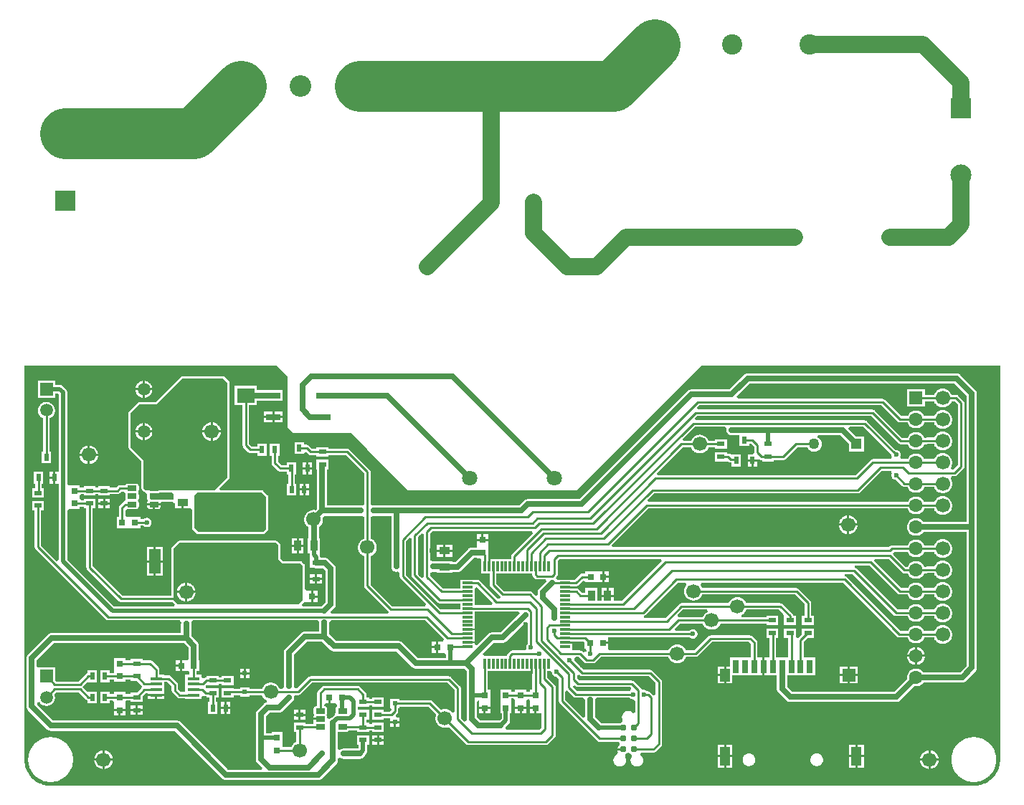
<source format=gtl>
G04*
G04 #@! TF.GenerationSoftware,Altium Limited,CircuitStudio,1.5.2 (30)*
G04*
G04 Layer_Physical_Order=1*
G04 Layer_Color=255*
%FSLAX44Y44*%
%MOMM*%
G71*
G01*
G75*
%ADD10R,1.4000X2.9000*%
%ADD11R,0.6000X0.9000*%
%ADD12R,0.9000X0.6000*%
%ADD13R,1.3000X0.9000*%
%ADD14R,1.2000X0.3000*%
%ADD15R,0.3000X1.2000*%
%ADD16R,0.9000X1.3000*%
%ADD17R,0.8000X0.8000*%
%ADD18R,0.8000X0.8000*%
%ADD19R,1.7000X0.8000*%
%ADD20R,0.6000X0.6000*%
%ADD21R,2.1590X1.7780*%
%ADD22C,0.7874*%
G04:AMPARAMS|DCode=23|XSize=1.1mm|YSize=0.6mm|CornerRadius=0.075mm|HoleSize=0mm|Usage=FLASHONLY|Rotation=180.000|XOffset=0mm|YOffset=0mm|HoleType=Round|Shape=RoundedRectangle|*
%AMROUNDEDRECTD23*
21,1,1.1000,0.4500,0,0,180.0*
21,1,0.9500,0.6000,0,0,180.0*
1,1,0.1500,-0.4750,0.2250*
1,1,0.1500,0.4750,0.2250*
1,1,0.1500,0.4750,-0.2250*
1,1,0.1500,-0.4750,-0.2250*
%
%ADD23ROUNDEDRECTD23*%
%ADD24R,7.3000X2.6500*%
%ADD25R,1.4500X0.4500*%
%ADD26R,1.2000X2.2000*%
%ADD27R,1.2000X1.5000*%
%ADD28R,1.6000X1.5000*%
%ADD29R,0.7000X1.6000*%
%ADD30C,2.0000*%
%ADD31C,6.0000*%
%ADD32C,0.2540*%
%ADD33C,0.7000*%
%ADD34C,0.5000*%
%ADD35C,2.5500*%
%ADD36C,2.4000*%
%ADD37C,1.2750*%
%ADD38R,1.2750X1.2750*%
%ADD39C,1.7000*%
%ADD40C,1.6000*%
%ADD41R,1.6000X1.6000*%
%ADD42C,1.5000*%
%ADD43R,1.5000X1.5000*%
%ADD44C,1.3500*%
%ADD45R,2.4750X2.4750*%
%ADD46C,2.4750*%
%ADD47C,1.9500*%
%ADD48C,1.8000*%
%ADD49C,0.6000*%
G36*
X534960Y1032680D02*
Y1017440D01*
Y971720D01*
X538770Y967910D01*
X541310Y965370D01*
X609890D01*
X628940Y946320D01*
X677200Y898060D01*
X813090Y898060D01*
X876590D01*
X890560Y912030D01*
X1023910Y1045380D01*
X1375988D01*
Y580002D01*
X1375988Y580000D01*
X1375996Y579889D01*
X1375951Y578262D01*
X1375805Y576529D01*
X1375562Y574807D01*
X1375222Y573102D01*
X1374788Y571418D01*
X1374260Y569762D01*
X1373640Y568137D01*
X1372930Y566550D01*
X1372132Y565005D01*
X1371248Y563507D01*
X1370282Y562062D01*
X1369236Y560672D01*
X1368114Y559344D01*
X1366920Y558080D01*
X1365656Y556885D01*
X1364328Y555764D01*
X1362939Y554718D01*
X1361493Y553752D01*
X1359995Y552868D01*
X1358450Y552070D01*
X1356863Y551360D01*
X1355238Y550740D01*
X1353582Y550212D01*
X1351898Y549778D01*
X1350193Y549439D01*
X1348471Y549195D01*
X1346738Y549049D01*
X1345111Y549004D01*
X1345000Y549012D01*
X255000D01*
X254889Y549004D01*
X253262Y549049D01*
X251529Y549195D01*
X249807Y549439D01*
X248102Y549778D01*
X246418Y550212D01*
X244762Y550740D01*
X243137Y551360D01*
X241550Y552070D01*
X240005Y552868D01*
X238507Y553752D01*
X237062Y554718D01*
X235672Y555764D01*
X234344Y556885D01*
X233080Y558080D01*
X231886Y559344D01*
X230764Y560672D01*
X229718Y562062D01*
X228752Y563507D01*
X227868Y565005D01*
X227070Y566550D01*
X226360Y568137D01*
X225740Y569762D01*
X225212Y571418D01*
X224778Y573102D01*
X224438Y574807D01*
X224195Y576529D01*
X224049Y578262D01*
X224004Y579889D01*
X224012Y580000D01*
X224012Y580002D01*
Y1045380D01*
X522260Y1045380D01*
X534960Y1032680D01*
D02*
G37*
%LPC*%
G36*
X1287104Y701210D02*
X1277910D01*
Y692016D01*
X1278472Y692090D01*
X1279370Y692290D01*
X1280248Y692566D01*
X1281099Y692918D01*
X1281915Y693343D01*
X1282691Y693838D01*
X1283421Y694398D01*
X1284100Y695020D01*
X1284722Y695699D01*
X1285282Y696429D01*
X1285777Y697205D01*
X1286201Y698021D01*
X1286554Y698872D01*
X1286830Y699750D01*
X1287030Y700648D01*
X1287104Y701210D01*
D02*
G37*
G36*
X1208040Y690040D02*
X1198770D01*
Y681270D01*
X1208040D01*
Y690040D01*
D02*
G37*
G36*
X1050230D02*
X1042960D01*
Y681270D01*
X1050230D01*
Y690040D01*
D02*
G37*
G36*
X1277910Y712944D02*
Y703750D01*
X1287104D01*
X1287030Y704312D01*
X1286830Y705211D01*
X1286554Y706088D01*
X1286201Y706939D01*
X1285777Y707755D01*
X1285282Y708531D01*
X1284722Y709261D01*
X1284100Y709940D01*
X1283421Y710562D01*
X1282691Y711122D01*
X1281915Y711617D01*
X1281099Y712042D01*
X1280248Y712394D01*
X1279370Y712671D01*
X1278472Y712870D01*
X1277910Y712944D01*
D02*
G37*
G36*
X1275370Y712944D02*
X1274808Y712870D01*
X1273909Y712671D01*
X1273032Y712394D01*
X1272181Y712042D01*
X1271365Y711617D01*
X1270589Y711122D01*
X1269859Y710562D01*
X1269180Y709940D01*
X1268558Y709261D01*
X1267998Y708531D01*
X1267503Y707755D01*
X1267078Y706939D01*
X1266726Y706088D01*
X1266450Y705211D01*
X1266250Y704312D01*
X1266176Y703750D01*
X1275370D01*
Y712944D01*
D02*
G37*
G36*
Y701210D02*
X1266176D01*
X1266250Y700648D01*
X1266450Y699750D01*
X1266726Y698872D01*
X1267078Y698021D01*
X1267503Y697205D01*
X1267998Y696429D01*
X1268558Y695699D01*
X1269180Y695020D01*
X1269859Y694398D01*
X1270589Y693838D01*
X1271365Y693343D01*
X1272181Y692918D01*
X1273032Y692566D01*
X1273909Y692290D01*
X1274808Y692090D01*
X1275370Y692016D01*
Y701210D01*
D02*
G37*
G36*
X1196230Y690040D02*
X1186960D01*
Y681270D01*
X1196230D01*
Y690040D01*
D02*
G37*
G36*
X556040Y638540D02*
X550270D01*
Y634270D01*
X556040D01*
Y638540D01*
D02*
G37*
G36*
X547730D02*
X541960D01*
Y634270D01*
X547730D01*
Y638540D01*
D02*
G37*
G36*
X556040Y631730D02*
X550270D01*
Y627460D01*
X556040D01*
Y631730D01*
D02*
G37*
G36*
X1208040Y678730D02*
X1198770D01*
Y669960D01*
X1208040D01*
Y678730D01*
D02*
G37*
G36*
X1196230D02*
X1186960D01*
Y669960D01*
X1196230D01*
Y678730D01*
D02*
G37*
G36*
X1050230D02*
X1042960D01*
Y669960D01*
X1050230D01*
Y678730D01*
D02*
G37*
G36*
X570259Y771410D02*
X564989D01*
Y766140D01*
X570259D01*
Y771410D01*
D02*
G37*
G36*
X545449Y831410D02*
X539679D01*
Y823640D01*
X545449D01*
Y831410D01*
D02*
G37*
G36*
X387540Y831040D02*
X379270D01*
Y815270D01*
X387540D01*
Y831040D01*
D02*
G37*
G36*
X376730D02*
X368460D01*
Y815270D01*
X376730D01*
Y831040D01*
D02*
G37*
G36*
X553759Y841720D02*
X547989D01*
Y833950D01*
X553759D01*
Y841720D01*
D02*
G37*
G36*
X545449D02*
X539679D01*
Y833950D01*
X545449D01*
Y841720D01*
D02*
G37*
G36*
X553759Y831410D02*
X547989D01*
Y823640D01*
X553759D01*
Y831410D01*
D02*
G37*
G36*
X387540Y812730D02*
X379270D01*
Y796960D01*
X387540D01*
Y812730D01*
D02*
G37*
G36*
X575259Y791910D02*
X569489D01*
Y787640D01*
X575259D01*
Y791910D01*
D02*
G37*
G36*
X566949D02*
X561179D01*
Y787640D01*
X566949D01*
Y791910D01*
D02*
G37*
G36*
X564989Y779220D02*
Y773950D01*
X570259D01*
Y779220D01*
X564989D01*
D02*
G37*
G36*
X376730Y812730D02*
X368460D01*
Y796960D01*
X376730D01*
Y812730D01*
D02*
G37*
G36*
X575259Y798720D02*
X569489D01*
Y794450D01*
X575259D01*
Y798720D01*
D02*
G37*
G36*
X566949D02*
X561179D01*
Y794450D01*
X566949D01*
Y798720D01*
D02*
G37*
G36*
X1215040Y582730D02*
X1207770D01*
Y570460D01*
X1215040D01*
Y582730D01*
D02*
G37*
G36*
X1205230D02*
X1197960D01*
Y570460D01*
X1205230D01*
Y582730D01*
D02*
G37*
G36*
X1060040D02*
X1052770D01*
Y570460D01*
X1060040D01*
Y582730D01*
D02*
G37*
G36*
X316230Y590968D02*
X315581Y590883D01*
X314640Y590674D01*
X313720Y590384D01*
X312830Y590015D01*
X311975Y589570D01*
X311162Y589052D01*
X310397Y588465D01*
X309686Y587814D01*
X309035Y587103D01*
X308448Y586338D01*
X307930Y585525D01*
X307485Y584670D01*
X307116Y583779D01*
X306826Y582860D01*
X306617Y581919D01*
X306532Y581270D01*
X316230D01*
Y590968D01*
D02*
G37*
G36*
X1159500Y587552D02*
X1158654Y587504D01*
X1157820Y587363D01*
X1157006Y587128D01*
X1156223Y586804D01*
X1155482Y586394D01*
X1154791Y585904D01*
X1154160Y585340D01*
X1153596Y584709D01*
X1153106Y584018D01*
X1152696Y583277D01*
X1152372Y582494D01*
X1152137Y581680D01*
X1151996Y580845D01*
X1151948Y580000D01*
X1151996Y579155D01*
X1152137Y578320D01*
X1152372Y577506D01*
X1152696Y576723D01*
X1153106Y575982D01*
X1153596Y575291D01*
X1154160Y574660D01*
X1154791Y574096D01*
X1155482Y573606D01*
X1156223Y573196D01*
X1157006Y572872D01*
X1157820Y572637D01*
X1158654Y572496D01*
X1159500Y572448D01*
X1160346Y572496D01*
X1161180Y572637D01*
X1161994Y572872D01*
X1162777Y573196D01*
X1163518Y573606D01*
X1164209Y574096D01*
X1164840Y574660D01*
X1165404Y575291D01*
X1165894Y575982D01*
X1166304Y576723D01*
X1166628Y577506D01*
X1166862Y578320D01*
X1167004Y579155D01*
X1167052Y580000D01*
X1167004Y580845D01*
X1166862Y581680D01*
X1166628Y582494D01*
X1166304Y583277D01*
X1165894Y584018D01*
X1165404Y584709D01*
X1164840Y585340D01*
X1164209Y585904D01*
X1163518Y586394D01*
X1162777Y586804D01*
X1161994Y587128D01*
X1161180Y587363D01*
X1160346Y587504D01*
X1159500Y587552D01*
D02*
G37*
G36*
X1079500D02*
X1078654Y587504D01*
X1077820Y587363D01*
X1077006Y587128D01*
X1076223Y586804D01*
X1075482Y586394D01*
X1074791Y585904D01*
X1074160Y585340D01*
X1073596Y584709D01*
X1073106Y584018D01*
X1072696Y583277D01*
X1072372Y582494D01*
X1072138Y581680D01*
X1071996Y580845D01*
X1071948Y580000D01*
X1071996Y579155D01*
X1072138Y578320D01*
X1072372Y577506D01*
X1072696Y576723D01*
X1073106Y575982D01*
X1073596Y575291D01*
X1074160Y574660D01*
X1074791Y574096D01*
X1075482Y573606D01*
X1076223Y573196D01*
X1077006Y572872D01*
X1077820Y572637D01*
X1078654Y572496D01*
X1079500Y572448D01*
X1080346Y572496D01*
X1081180Y572637D01*
X1081994Y572872D01*
X1082777Y573196D01*
X1083518Y573606D01*
X1084209Y574096D01*
X1084840Y574660D01*
X1085404Y575291D01*
X1085894Y575982D01*
X1086304Y576723D01*
X1086628Y577506D01*
X1086862Y578320D01*
X1087004Y579155D01*
X1087052Y580000D01*
X1087004Y580845D01*
X1086862Y581680D01*
X1086628Y582494D01*
X1086304Y583277D01*
X1085894Y584018D01*
X1085404Y584709D01*
X1084840Y585340D01*
X1084209Y585904D01*
X1083518Y586394D01*
X1082777Y586804D01*
X1081994Y587128D01*
X1081180Y587363D01*
X1080346Y587504D01*
X1079500Y587552D01*
D02*
G37*
G36*
X1050230Y582730D02*
X1042960D01*
Y570460D01*
X1050230D01*
Y582730D01*
D02*
G37*
G36*
X1303468Y578730D02*
X1293770D01*
Y569032D01*
X1294419Y569117D01*
X1295360Y569326D01*
X1296279Y569616D01*
X1297170Y569985D01*
X1298025Y570430D01*
X1298838Y570948D01*
X1299603Y571535D01*
X1300314Y572186D01*
X1300965Y572897D01*
X1301552Y573662D01*
X1302070Y574475D01*
X1302515Y575330D01*
X1302884Y576221D01*
X1303174Y577140D01*
X1303383Y578081D01*
X1303468Y578730D01*
D02*
G37*
G36*
X1345000Y606512D02*
X1343399Y606464D01*
X1341804Y606319D01*
X1340221Y606078D01*
X1338655Y605742D01*
X1337113Y605312D01*
X1335599Y604789D01*
X1334119Y604176D01*
X1332679Y603475D01*
X1331284Y602689D01*
X1329939Y601819D01*
X1328649Y600870D01*
X1327419Y599845D01*
X1326253Y598747D01*
X1325155Y597581D01*
X1324130Y596351D01*
X1323181Y595061D01*
X1322312Y593716D01*
X1321525Y592321D01*
X1320824Y590881D01*
X1320211Y589401D01*
X1319688Y587887D01*
X1319258Y586345D01*
X1318922Y584779D01*
X1318681Y583196D01*
X1318536Y581601D01*
X1318488Y580000D01*
X1318536Y578399D01*
X1318681Y576804D01*
X1318922Y575221D01*
X1319258Y573655D01*
X1319688Y572113D01*
X1320211Y570599D01*
X1320824Y569119D01*
X1321525Y567679D01*
X1322312Y566284D01*
X1323181Y564939D01*
X1324130Y563649D01*
X1325155Y562419D01*
X1326253Y561253D01*
X1327419Y560155D01*
X1328649Y559130D01*
X1329939Y558181D01*
X1331284Y557312D01*
X1332679Y556525D01*
X1334119Y555824D01*
X1335599Y555211D01*
X1337113Y554688D01*
X1338655Y554258D01*
X1340221Y553922D01*
X1341804Y553681D01*
X1343399Y553536D01*
X1345000Y553488D01*
X1346601Y553536D01*
X1348196Y553681D01*
X1349779Y553922D01*
X1351345Y554258D01*
X1352887Y554688D01*
X1354401Y555211D01*
X1355881Y555824D01*
X1357321Y556525D01*
X1358716Y557312D01*
X1360061Y558181D01*
X1361351Y559130D01*
X1362581Y560155D01*
X1363747Y561253D01*
X1364845Y562419D01*
X1365870Y563649D01*
X1366819Y564939D01*
X1367689Y566284D01*
X1368475Y567679D01*
X1369176Y569119D01*
X1369789Y570599D01*
X1370312Y572113D01*
X1370742Y573655D01*
X1371078Y575221D01*
X1371319Y576804D01*
X1371464Y578399D01*
X1371512Y580000D01*
X1371464Y581601D01*
X1371319Y583196D01*
X1371078Y584779D01*
X1370742Y586345D01*
X1370312Y587887D01*
X1369789Y589401D01*
X1369176Y590881D01*
X1368475Y592321D01*
X1367689Y593716D01*
X1366819Y595061D01*
X1365870Y596351D01*
X1364845Y597581D01*
X1363747Y598747D01*
X1362581Y599845D01*
X1361351Y600870D01*
X1360061Y601819D01*
X1358716Y602689D01*
X1357321Y603475D01*
X1355881Y604176D01*
X1354401Y604789D01*
X1352887Y605312D01*
X1351345Y605742D01*
X1349779Y606078D01*
X1348196Y606319D01*
X1346601Y606464D01*
X1345000Y606512D01*
D02*
G37*
G36*
X255000D02*
X253399Y606464D01*
X251804Y606319D01*
X250221Y606078D01*
X248655Y605742D01*
X247113Y605312D01*
X245599Y604789D01*
X244119Y604176D01*
X242679Y603475D01*
X241284Y602689D01*
X239939Y601819D01*
X238650Y600870D01*
X237419Y599845D01*
X236253Y598747D01*
X235155Y597581D01*
X234130Y596351D01*
X233181Y595061D01*
X232311Y593716D01*
X231525Y592321D01*
X230824Y590881D01*
X230211Y589401D01*
X229688Y587887D01*
X229258Y586345D01*
X228922Y584779D01*
X228681Y583196D01*
X228536Y581601D01*
X228488Y580000D01*
X228536Y578399D01*
X228681Y576804D01*
X228922Y575221D01*
X229258Y573655D01*
X229688Y572113D01*
X230211Y570599D01*
X230824Y569119D01*
X231525Y567679D01*
X232311Y566284D01*
X233181Y564939D01*
X234130Y563649D01*
X235155Y562419D01*
X236253Y561253D01*
X237419Y560155D01*
X238650Y559130D01*
X239939Y558181D01*
X241284Y557312D01*
X242679Y556525D01*
X244119Y555824D01*
X245599Y555211D01*
X247113Y554688D01*
X248655Y554258D01*
X250221Y553922D01*
X251804Y553681D01*
X253399Y553536D01*
X255000Y553488D01*
X256601Y553536D01*
X258196Y553681D01*
X259779Y553922D01*
X261345Y554258D01*
X262887Y554688D01*
X264401Y555211D01*
X265881Y555824D01*
X267321Y556525D01*
X268716Y557312D01*
X270061Y558181D01*
X271350Y559130D01*
X272581Y560155D01*
X273747Y561253D01*
X274845Y562419D01*
X275870Y563649D01*
X276819Y564939D01*
X277689Y566284D01*
X278475Y567679D01*
X279176Y569119D01*
X279789Y570599D01*
X280312Y572113D01*
X280742Y573655D01*
X281078Y575221D01*
X281319Y576804D01*
X281464Y578399D01*
X281512Y580000D01*
X281464Y581601D01*
X281319Y583196D01*
X281078Y584779D01*
X280742Y586345D01*
X280312Y587887D01*
X279789Y589401D01*
X279176Y590881D01*
X278475Y592321D01*
X277689Y593716D01*
X276819Y595061D01*
X275870Y596351D01*
X274845Y597581D01*
X273747Y598747D01*
X272581Y599845D01*
X271350Y600870D01*
X270061Y601819D01*
X268716Y602689D01*
X267321Y603475D01*
X265881Y604176D01*
X264401Y604789D01*
X262887Y605312D01*
X261345Y605742D01*
X259779Y606078D01*
X258196Y606319D01*
X256601Y606464D01*
X255000Y606512D01*
D02*
G37*
G36*
X1291230Y578730D02*
X1281532D01*
X1281617Y578081D01*
X1281826Y577140D01*
X1282116Y576221D01*
X1282485Y575330D01*
X1282930Y574475D01*
X1283448Y573662D01*
X1284035Y572897D01*
X1284686Y572186D01*
X1285397Y571535D01*
X1286162Y570948D01*
X1286975Y570430D01*
X1287830Y569985D01*
X1288721Y569616D01*
X1289640Y569326D01*
X1290581Y569117D01*
X1291230Y569032D01*
Y578730D01*
D02*
G37*
G36*
X328468Y578730D02*
X318770D01*
Y569032D01*
X319419Y569117D01*
X320360Y569326D01*
X321279Y569616D01*
X322170Y569985D01*
X323025Y570430D01*
X323838Y570948D01*
X324603Y571535D01*
X325314Y572186D01*
X325965Y572897D01*
X326552Y573662D01*
X327070Y574475D01*
X327515Y575330D01*
X327884Y576221D01*
X328174Y577140D01*
X328383Y578081D01*
X328468Y578730D01*
D02*
G37*
G36*
X316230D02*
X306532D01*
X306617Y578081D01*
X306826Y577140D01*
X307116Y576221D01*
X307485Y575330D01*
X307930Y574475D01*
X308448Y573662D01*
X309035Y572897D01*
X309686Y572186D01*
X310397Y571535D01*
X311162Y570948D01*
X311975Y570430D01*
X312830Y569985D01*
X313720Y569616D01*
X314640Y569326D01*
X315581Y569117D01*
X316230Y569032D01*
Y578730D01*
D02*
G37*
G36*
X318770Y590968D02*
Y581270D01*
X328468D01*
X328383Y581919D01*
X328174Y582860D01*
X327884Y583779D01*
X327515Y584670D01*
X327070Y585525D01*
X326552Y586338D01*
X325965Y587103D01*
X325314Y587814D01*
X324603Y588465D01*
X323838Y589052D01*
X323025Y589570D01*
X322170Y590015D01*
X321279Y590384D01*
X320360Y590674D01*
X319419Y590883D01*
X318770Y590968D01*
D02*
G37*
G36*
X648540Y608540D02*
X642770D01*
Y604270D01*
X648540D01*
Y608540D01*
D02*
G37*
G36*
X640230D02*
X634460D01*
Y604270D01*
X640230D01*
Y608540D01*
D02*
G37*
G36*
X648540Y601730D02*
X642770D01*
Y597460D01*
X648540D01*
Y601730D01*
D02*
G37*
G36*
X547730Y631730D02*
X541960D01*
Y627460D01*
X547730D01*
Y631730D01*
D02*
G37*
G36*
X667040Y623230D02*
X662770D01*
Y618960D01*
X667040D01*
Y623230D01*
D02*
G37*
G36*
X660230D02*
X655960D01*
Y618960D01*
X660230D01*
Y623230D01*
D02*
G37*
G36*
X640230Y601730D02*
X634460D01*
Y597460D01*
X640230D01*
Y601730D01*
D02*
G37*
G36*
X1050230Y597540D02*
X1042960D01*
Y585270D01*
X1050230D01*
Y597540D01*
D02*
G37*
G36*
X1293770Y590968D02*
Y581270D01*
X1303468D01*
X1303383Y581919D01*
X1303174Y582860D01*
X1302884Y583779D01*
X1302515Y584670D01*
X1302070Y585525D01*
X1301552Y586338D01*
X1300965Y587103D01*
X1300314Y587814D01*
X1299603Y588465D01*
X1298838Y589052D01*
X1298025Y589570D01*
X1297170Y590015D01*
X1296279Y590384D01*
X1295360Y590674D01*
X1294419Y590883D01*
X1293770Y590968D01*
D02*
G37*
G36*
X1291230Y590968D02*
X1290581Y590883D01*
X1289640Y590674D01*
X1288721Y590384D01*
X1287830Y590015D01*
X1286975Y589570D01*
X1286162Y589052D01*
X1285397Y588465D01*
X1284686Y587814D01*
X1284035Y587103D01*
X1283448Y586338D01*
X1282930Y585525D01*
X1282485Y584670D01*
X1282116Y583779D01*
X1281826Y582860D01*
X1281617Y581919D01*
X1281532Y581270D01*
X1291230D01*
Y590968D01*
D02*
G37*
G36*
X1060040Y597540D02*
X1052770D01*
Y585270D01*
X1060040D01*
Y597540D01*
D02*
G37*
G36*
X1215040D02*
X1207770D01*
Y585270D01*
X1215040D01*
Y597540D01*
D02*
G37*
G36*
X1205230D02*
X1197960D01*
Y585270D01*
X1205230D01*
Y597540D01*
D02*
G37*
G36*
X258230Y920040D02*
X253960D01*
Y914270D01*
X258230D01*
Y920040D01*
D02*
G37*
G36*
Y911730D02*
X253960D01*
Y905960D01*
X258230D01*
Y911730D01*
D02*
G37*
G36*
X560040Y906040D02*
X555770D01*
Y900270D01*
X560040D01*
Y906040D01*
D02*
G37*
G36*
X556730Y922730D02*
X552460D01*
Y916960D01*
X556730D01*
Y922730D01*
D02*
G37*
G36*
X563540Y931040D02*
X559270D01*
Y925270D01*
X563540D01*
Y931040D01*
D02*
G37*
G36*
X556730D02*
X552460D01*
Y925270D01*
X556730D01*
Y931040D01*
D02*
G37*
G36*
X563540Y922730D02*
X559270D01*
Y916960D01*
X563540D01*
Y922730D01*
D02*
G37*
G36*
X246040Y920040D02*
X234960D01*
Y905960D01*
X236678D01*
Y900540D01*
X232960D01*
Y889460D01*
X247040D01*
Y900540D01*
X244322D01*
Y905960D01*
X246040D01*
Y920040D01*
D02*
G37*
G36*
X325040Y888040D02*
X319270D01*
Y883770D01*
X325040D01*
Y888040D01*
D02*
G37*
G36*
X316730D02*
X310960D01*
Y883770D01*
X316730D01*
Y888040D01*
D02*
G37*
G36*
X525040Y953040D02*
X513960D01*
Y938960D01*
X515678D01*
Y930500D01*
X515725Y929902D01*
X515865Y929319D01*
X515980Y929042D01*
X516095Y928765D01*
X516408Y928254D01*
X516798Y927798D01*
X523297Y921298D01*
X523753Y920908D01*
X524265Y920595D01*
X524819Y920366D01*
X525402Y920226D01*
X526000Y920178D01*
X533460D01*
Y916960D01*
X535678D01*
Y906040D01*
X533960D01*
Y891960D01*
X545040D01*
Y906040D01*
X543322D01*
Y916960D01*
X544540D01*
Y931040D01*
X533460D01*
Y927822D01*
X527583D01*
X523322Y932083D01*
Y938960D01*
X525040D01*
Y953040D01*
D02*
G37*
G36*
X553230Y906040D02*
X548960D01*
Y900270D01*
X553230D01*
Y906040D01*
D02*
G37*
G36*
X560040Y897730D02*
X555770D01*
Y891960D01*
X560040D01*
Y897730D01*
D02*
G37*
G36*
X553230D02*
X548960D01*
Y891960D01*
X553230D01*
Y897730D01*
D02*
G37*
G36*
X498655Y1021430D02*
X471985D01*
Y998570D01*
X481498D01*
Y951680D01*
X481545Y951082D01*
X481685Y950499D01*
X481800Y950222D01*
X481915Y949945D01*
X482228Y949434D01*
X482618Y948978D01*
X488298Y943298D01*
X488754Y942908D01*
X489265Y942595D01*
X489819Y942365D01*
X490402Y942225D01*
X491000Y942178D01*
X498960D01*
Y938960D01*
X510040D01*
Y953040D01*
X498960D01*
Y949822D01*
X492583D01*
X489142Y953263D01*
Y998570D01*
X498655D01*
Y1004150D01*
X506960D01*
Y1003660D01*
X529040D01*
Y1016740D01*
X506960D01*
Y1016249D01*
X498655D01*
Y1021430D01*
D02*
G37*
G36*
X529040Y991340D02*
X519270D01*
Y986070D01*
X529040D01*
Y991340D01*
D02*
G37*
G36*
X516730D02*
X506960D01*
Y986070D01*
X516730D01*
Y991340D01*
D02*
G37*
G36*
X363730Y1016230D02*
X355038D01*
X355141Y1015539D01*
X355381Y1014582D01*
X355713Y1013653D01*
X356135Y1012762D01*
X356642Y1011915D01*
X357230Y1011123D01*
X357892Y1010392D01*
X358623Y1009730D01*
X359415Y1009142D01*
X360261Y1008635D01*
X361153Y1008213D01*
X362082Y1007881D01*
X363039Y1007641D01*
X363730Y1007539D01*
Y1016230D01*
D02*
G37*
G36*
X366270Y1027461D02*
Y1018770D01*
X374961D01*
X374859Y1019461D01*
X374619Y1020418D01*
X374287Y1021347D01*
X373865Y1022238D01*
X373358Y1023085D01*
X372770Y1023877D01*
X372108Y1024608D01*
X371377Y1025270D01*
X370585Y1025858D01*
X369739Y1026365D01*
X368847Y1026787D01*
X367918Y1027119D01*
X366961Y1027359D01*
X366270Y1027461D01*
D02*
G37*
G36*
X363730D02*
X363039Y1027359D01*
X362082Y1027119D01*
X361153Y1026787D01*
X360261Y1026365D01*
X359415Y1025858D01*
X358623Y1025270D01*
X357892Y1024608D01*
X357230Y1023877D01*
X356642Y1023085D01*
X356135Y1022238D01*
X355713Y1021347D01*
X355381Y1020418D01*
X355141Y1019461D01*
X355038Y1018770D01*
X363730D01*
Y1027461D01*
D02*
G37*
G36*
X374961Y1016230D02*
X366270D01*
Y1007539D01*
X366961Y1007641D01*
X367918Y1007881D01*
X368847Y1008213D01*
X369739Y1008635D01*
X370585Y1009142D01*
X371377Y1009730D01*
X372108Y1010392D01*
X372770Y1011123D01*
X373358Y1011915D01*
X373865Y1012762D01*
X374287Y1013653D01*
X374619Y1014582D01*
X374859Y1015539D01*
X374961Y1016230D01*
D02*
G37*
G36*
X250000Y1002552D02*
X249015Y1002504D01*
X248039Y1002359D01*
X247082Y1002119D01*
X246153Y1001787D01*
X245261Y1001365D01*
X244415Y1000858D01*
X243623Y1000270D01*
X242892Y999608D01*
X242230Y998877D01*
X241642Y998085D01*
X241135Y997238D01*
X240713Y996347D01*
X240381Y995418D01*
X240141Y994461D01*
X239996Y993485D01*
X239948Y992500D01*
X239996Y991515D01*
X240141Y990539D01*
X240381Y989582D01*
X240713Y988653D01*
X241135Y987762D01*
X241642Y986915D01*
X242230Y986123D01*
X242892Y985392D01*
X243623Y984730D01*
X244415Y984142D01*
X245261Y983635D01*
X246153Y983213D01*
X246178Y983204D01*
Y944040D01*
X244460D01*
Y929960D01*
X255540D01*
Y944040D01*
X253822D01*
Y983204D01*
X253847Y983213D01*
X254739Y983635D01*
X255585Y984142D01*
X256377Y984730D01*
X257108Y985392D01*
X257770Y986123D01*
X258358Y986915D01*
X258865Y987762D01*
X259287Y988653D01*
X259619Y989582D01*
X259859Y990539D01*
X260004Y991515D01*
X260052Y992500D01*
X260004Y993485D01*
X259859Y994461D01*
X259619Y995418D01*
X259287Y996347D01*
X258865Y997238D01*
X258358Y998085D01*
X257770Y998877D01*
X257108Y999608D01*
X256377Y1000270D01*
X255585Y1000858D01*
X254739Y1001365D01*
X253847Y1001787D01*
X252918Y1002119D01*
X251961Y1002359D01*
X250985Y1002504D01*
X250000Y1002552D01*
D02*
G37*
G36*
X298740Y938700D02*
X289042D01*
X289127Y938051D01*
X289336Y937110D01*
X289626Y936190D01*
X289995Y935300D01*
X290440Y934445D01*
X290958Y933632D01*
X291545Y932867D01*
X292196Y932156D01*
X292907Y931505D01*
X293672Y930918D01*
X294485Y930400D01*
X295340Y929955D01*
X296231Y929586D01*
X297150Y929296D01*
X298091Y929087D01*
X298740Y929002D01*
Y938700D01*
D02*
G37*
G36*
X310978D02*
X301280D01*
Y929002D01*
X301929Y929087D01*
X302870Y929296D01*
X303790Y929586D01*
X304680Y929955D01*
X305535Y930400D01*
X306348Y930918D01*
X307113Y931505D01*
X307824Y932156D01*
X308475Y932867D01*
X309062Y933632D01*
X309580Y934445D01*
X310025Y935300D01*
X310394Y936190D01*
X310684Y937110D01*
X310893Y938051D01*
X310978Y938700D01*
D02*
G37*
G36*
X298740Y950938D02*
X298091Y950853D01*
X297150Y950644D01*
X296231Y950354D01*
X295340Y949985D01*
X294485Y949540D01*
X293672Y949022D01*
X292907Y948435D01*
X292196Y947784D01*
X291545Y947073D01*
X290958Y946308D01*
X290440Y945495D01*
X289995Y944640D01*
X289626Y943749D01*
X289336Y942830D01*
X289127Y941889D01*
X289042Y941240D01*
X298740D01*
Y950938D01*
D02*
G37*
G36*
X529040Y983530D02*
X519270D01*
Y978260D01*
X529040D01*
Y983530D01*
D02*
G37*
G36*
X516730D02*
X506960D01*
Y978260D01*
X516730D01*
Y983530D01*
D02*
G37*
G36*
X301280Y950938D02*
Y941240D01*
X310978D01*
X310893Y941889D01*
X310684Y942830D01*
X310394Y943749D01*
X310025Y944640D01*
X309580Y945495D01*
X309062Y946308D01*
X308475Y947073D01*
X307824Y947784D01*
X307113Y948435D01*
X306348Y949022D01*
X305535Y949540D01*
X304680Y949985D01*
X303790Y950354D01*
X302870Y950644D01*
X301929Y950853D01*
X301280Y950938D01*
D02*
G37*
G36*
X1195360Y856150D02*
X1185662D01*
X1185747Y855501D01*
X1185956Y854560D01*
X1186246Y853641D01*
X1186615Y852750D01*
X1187060Y851895D01*
X1187578Y851082D01*
X1188165Y850317D01*
X1188816Y849606D01*
X1189527Y848955D01*
X1190292Y848368D01*
X1191105Y847850D01*
X1191960Y847405D01*
X1192850Y847036D01*
X1193770Y846746D01*
X1194711Y846537D01*
X1195360Y846452D01*
Y856150D01*
D02*
G37*
G36*
X1197900Y868388D02*
Y858690D01*
X1207598D01*
X1207513Y859339D01*
X1207304Y860280D01*
X1207014Y861199D01*
X1206645Y862090D01*
X1206200Y862945D01*
X1205682Y863758D01*
X1205095Y864523D01*
X1204444Y865234D01*
X1203733Y865885D01*
X1202968Y866472D01*
X1202155Y866990D01*
X1201300Y867435D01*
X1200409Y867804D01*
X1199490Y868094D01*
X1198549Y868303D01*
X1197900Y868388D01*
D02*
G37*
G36*
X413040Y1032692D02*
X410500D01*
X410002Y1032643D01*
X409523Y1032498D01*
X409082Y1032262D01*
X408695Y1031945D01*
X406155Y1029405D01*
X378963Y1002212D01*
X359700D01*
X359202Y1002163D01*
X358723Y1002018D01*
X358282Y1001782D01*
X357895Y1001465D01*
X355355Y998925D01*
X347735Y991305D01*
X347418Y990918D01*
X347182Y990477D01*
X347037Y989998D01*
X346988Y989500D01*
Y964100D01*
Y948860D01*
X347037Y948362D01*
X347182Y947883D01*
X347418Y947442D01*
X347735Y947055D01*
X355355Y939435D01*
X362228Y932563D01*
Y915840D01*
Y900600D01*
X362277Y900102D01*
X362422Y899623D01*
X362597Y899296D01*
X362658Y899182D01*
X362658Y899182D01*
X362658Y899182D01*
X362836Y898965D01*
X362975Y898796D01*
X365515Y896255D01*
X365515Y896255D01*
X365804Y896018D01*
X365902Y895938D01*
X365902Y895938D01*
X365902Y895938D01*
X366278Y895737D01*
X366343Y895702D01*
X366343Y895702D01*
X366654Y895608D01*
X366822Y895557D01*
X366822D01*
X366822Y895557D01*
X366892Y895550D01*
X367427Y895242D01*
X367695Y894988D01*
X368829Y893417D01*
X368950Y892968D01*
Y888750D01*
X368990Y888234D01*
X369111Y887730D01*
X369310Y887252D01*
X369580Y886810D01*
X369916Y886416D01*
Y886084D01*
X369580Y885690D01*
X369310Y885248D01*
X369111Y884770D01*
X368990Y884266D01*
X368950Y883750D01*
Y882770D01*
X377000D01*
X385050D01*
Y883750D01*
X385353Y884078D01*
X399070Y884078D01*
X399420Y884112D01*
X399621Y884098D01*
X401324Y883158D01*
X401755Y882781D01*
X401960Y882502D01*
Y876460D01*
X409730D01*
Y883500D01*
X412270D01*
Y876460D01*
X420040D01*
X421918Y874861D01*
Y853610D01*
X421967Y853112D01*
X422112Y852633D01*
X422348Y852192D01*
X422665Y851805D01*
X427745Y846725D01*
X428132Y846408D01*
X428573Y846172D01*
X429052Y846027D01*
X429550Y845978D01*
X505750D01*
X506248Y846027D01*
X506727Y846172D01*
X507168Y846408D01*
X507555Y846725D01*
X511365Y850535D01*
X511682Y850922D01*
X511918Y851363D01*
X512063Y851842D01*
X512112Y852340D01*
Y887900D01*
Y890440D01*
X512063Y890938D01*
X511918Y891417D01*
X511682Y891858D01*
X511365Y892245D01*
X506285Y897325D01*
X505898Y897642D01*
X505457Y897878D01*
X504978Y898023D01*
X504480Y898072D01*
X455541D01*
X454568Y900419D01*
X455485Y901335D01*
X465645Y911495D01*
X465962Y911882D01*
X466198Y912323D01*
X466343Y912802D01*
X466392Y913300D01*
Y1014900D01*
Y1025060D01*
X466343Y1025558D01*
X466198Y1026037D01*
X465962Y1026478D01*
X465645Y1026865D01*
X460705Y1031805D01*
X460318Y1032122D01*
X459877Y1032358D01*
X459398Y1032503D01*
X458900Y1032552D01*
X417045D01*
X413130Y1032691D01*
X413085Y1032688D01*
X413040Y1032692D01*
D02*
G37*
G36*
X375730Y880230D02*
X368950D01*
Y879250D01*
X368990Y878734D01*
X369111Y878230D01*
X369310Y877752D01*
X369580Y877310D01*
X369916Y876916D01*
X370310Y876580D01*
X370752Y876310D01*
X371230Y876111D01*
X371734Y875991D01*
X372250Y875950D01*
X375730D01*
Y880230D01*
D02*
G37*
G36*
X1324900Y1036189D02*
X1324899Y1036189D01*
X1077980D01*
X1077303Y1036152D01*
X1076968Y1036095D01*
X1076634Y1036038D01*
X1075982Y1035850D01*
X1075355Y1035590D01*
X1074762Y1035262D01*
X1074438Y1035033D01*
X1074208Y1034870D01*
X1073702Y1034418D01*
X1056424Y1017140D01*
X1011210D01*
X1010533Y1017102D01*
X1010198Y1017045D01*
X1009864Y1016988D01*
X1009212Y1016800D01*
X1008585Y1016540D01*
X1007991Y1016212D01*
X1007668Y1015983D01*
X1007438Y1015820D01*
X1006932Y1015368D01*
X879164Y887599D01*
X818170D01*
X817493Y887561D01*
X817189Y887510D01*
X816824Y887448D01*
X816172Y887260D01*
X815545Y887000D01*
X814951Y886672D01*
X814628Y886443D01*
X814398Y886280D01*
X813892Y885828D01*
X808044Y879979D01*
X636560D01*
X635883Y879941D01*
X635302Y879843D01*
X635202Y879835D01*
X633420Y880836D01*
X632860Y881422D01*
X632762Y881610D01*
Y919650D01*
X632715Y920248D01*
X632575Y920831D01*
X632345Y921385D01*
X632032Y921896D01*
X631642Y922352D01*
X607792Y946202D01*
X607336Y946592D01*
X606825Y946905D01*
X606548Y947020D01*
X606271Y947135D01*
X605688Y947275D01*
X605090Y947322D01*
X583040D01*
Y949040D01*
X568960D01*
Y947322D01*
X563493D01*
X560112Y950703D01*
X559656Y951092D01*
X559145Y951405D01*
X558868Y951520D01*
X558591Y951635D01*
X558008Y951775D01*
X557410Y951822D01*
X554040D01*
Y955040D01*
X542960D01*
Y940960D01*
X554040D01*
Y942373D01*
X556580Y943425D01*
X559208Y940798D01*
X559664Y940408D01*
X560175Y940095D01*
X560729Y939865D01*
X561312Y939725D01*
X561910Y939678D01*
X568960D01*
Y937960D01*
X583040D01*
Y939678D01*
X603507D01*
X625118Y918067D01*
Y881610D01*
X625020Y881422D01*
X624460Y880836D01*
X622678Y879835D01*
X622578Y879843D01*
X621997Y879941D01*
X621320Y879979D01*
X581650D01*
Y922960D01*
X583040D01*
Y934040D01*
X568960D01*
Y922960D01*
X569551D01*
Y876436D01*
X567693Y874578D01*
X567359Y874653D01*
X566403Y874778D01*
X565440Y874820D01*
X564477Y874778D01*
X563521Y874653D01*
X562580Y874444D01*
X561660Y874154D01*
X560770Y873785D01*
X559915Y873340D01*
X559102Y872822D01*
X558337Y872235D01*
X557626Y871584D01*
X556975Y870873D01*
X556388Y870108D01*
X555870Y869295D01*
X555425Y868440D01*
X555056Y867550D01*
X554766Y866630D01*
X554557Y865689D01*
X554432Y864733D01*
X554389Y863770D01*
X554432Y862807D01*
X554557Y861851D01*
X554766Y860910D01*
X555056Y859990D01*
X555425Y859100D01*
X555870Y858245D01*
X556388Y857432D01*
X556975Y856667D01*
X557626Y855956D01*
X558337Y855305D01*
X559102Y854718D01*
X559670Y854356D01*
Y841720D01*
X558679D01*
Y823640D01*
X560669D01*
Y821581D01*
X560712Y820921D01*
X560841Y820273D01*
X560886Y820139D01*
X561179Y817720D01*
X561179Y817720D01*
X561179Y817720D01*
Y806640D01*
X565811D01*
X566221Y806470D01*
X566873Y806282D01*
X567542Y806169D01*
X568219Y806130D01*
X576424D01*
X579711Y802844D01*
Y765946D01*
X574636Y760871D01*
X552292D01*
X551240Y763411D01*
X553969Y766140D01*
X554639D01*
X555259Y766140D01*
X556219D01*
X557179D01*
X557799Y766140D01*
X562449D01*
Y772680D01*
Y779220D01*
X557832D01*
X557179Y779220D01*
X555292Y780796D01*
Y792650D01*
Y809160D01*
X555243Y809658D01*
X555098Y810137D01*
X554862Y810578D01*
X554545Y810965D01*
X552005Y813505D01*
X551618Y813822D01*
X551177Y814058D01*
X550698Y814203D01*
X550200Y814252D01*
X529667D01*
X526082Y817837D01*
Y826940D01*
Y833290D01*
X526033Y833788D01*
X525888Y834267D01*
X525652Y834708D01*
X525335Y835095D01*
X522795Y837635D01*
X522408Y837952D01*
X521967Y838188D01*
X521488Y838333D01*
X520990Y838382D01*
X406690D01*
X406192Y838333D01*
X405713Y838188D01*
X405272Y837952D01*
X404885Y837635D01*
X398535Y831285D01*
X398218Y830898D01*
X397982Y830457D01*
X397837Y829978D01*
X397788Y829480D01*
X397788Y773612D01*
X339793D01*
X304822Y808583D01*
Y876960D01*
X308040D01*
Y888040D01*
X293960D01*
Y886322D01*
X291336D01*
X290079Y887579D01*
X289540Y888862D01*
Y889040D01*
Y890000D01*
Y890960D01*
Y891138D01*
X290607Y893678D01*
X293960D01*
Y891960D01*
X308040D01*
Y893678D01*
X310960D01*
Y891960D01*
X325040D01*
Y893678D01*
X333740D01*
X334338Y893725D01*
X334921Y893865D01*
X335198Y893980D01*
X335475Y894095D01*
X335986Y894408D01*
X336442Y894798D01*
X338323Y896678D01*
X341596D01*
X341711Y896592D01*
X342298Y895915D01*
X343095Y894303D01*
X343080Y894138D01*
X342990Y893766D01*
X342950Y893250D01*
Y888750D01*
X342990Y888234D01*
X343085Y887839D01*
X343100Y887680D01*
X342952Y887044D01*
X342351Y885749D01*
X342151Y885436D01*
X341746Y885046D01*
X341682Y885020D01*
X341405Y884905D01*
X340894Y884592D01*
X340438Y884202D01*
X336797Y880562D01*
X336408Y880106D01*
X336095Y879595D01*
X335980Y879318D01*
X335865Y879041D01*
X335725Y878458D01*
X335678Y877860D01*
Y866540D01*
X332960D01*
Y853460D01*
X345420D01*
X346040Y853460D01*
X347000D01*
X347960D01*
X348580Y853460D01*
X361040D01*
Y856178D01*
X364533D01*
X364624Y856074D01*
X365170Y855595D01*
X365774Y855192D01*
X366425Y854871D01*
X367113Y854637D01*
X367825Y854496D01*
X368550Y854448D01*
X369275Y854496D01*
X369987Y854637D01*
X370675Y854871D01*
X371326Y855192D01*
X371930Y855595D01*
X372476Y856074D01*
X372955Y856620D01*
X373358Y857224D01*
X373679Y857875D01*
X373913Y858563D01*
X374054Y859275D01*
X374102Y860000D01*
X374054Y860725D01*
X373913Y861437D01*
X373679Y862125D01*
X373358Y862776D01*
X372955Y863380D01*
X372476Y863926D01*
X371930Y864405D01*
X371326Y864808D01*
X370675Y865129D01*
X369987Y865363D01*
X369275Y865504D01*
X368550Y865552D01*
X367825Y865504D01*
X367113Y865363D01*
X366425Y865129D01*
X365774Y864808D01*
X365170Y864405D01*
X364624Y863926D01*
X364533Y863822D01*
X361040D01*
Y866540D01*
X348580D01*
X347960Y866540D01*
X347000D01*
X346040D01*
X345862D01*
X343322Y867607D01*
Y874207D01*
X343688Y874745D01*
X343894Y874928D01*
X345699Y875970D01*
X345862Y875980D01*
X346250Y875950D01*
X355750D01*
X356266Y875991D01*
X356770Y876111D01*
X357248Y876310D01*
X357690Y876580D01*
X358084Y876916D01*
X358420Y877310D01*
X358690Y877752D01*
X358889Y878230D01*
X359010Y878734D01*
X359050Y879250D01*
Y883750D01*
X359010Y884266D01*
X358889Y884770D01*
X358690Y885248D01*
X358420Y885690D01*
X358084Y886084D01*
Y886416D01*
X358420Y886810D01*
X358690Y887252D01*
X358889Y887730D01*
X359010Y888234D01*
X359050Y888750D01*
Y893250D01*
X359010Y893766D01*
X358889Y894270D01*
X358690Y894748D01*
X358420Y895190D01*
X358084Y895584D01*
Y895916D01*
X358420Y896310D01*
X358690Y896752D01*
X358889Y897230D01*
X359010Y897734D01*
X359050Y898250D01*
Y902750D01*
X359010Y903266D01*
X358889Y903770D01*
X358690Y904248D01*
X358420Y904690D01*
X358084Y905084D01*
X357690Y905420D01*
X357248Y905691D01*
X356770Y905889D01*
X356266Y906010D01*
X355750Y906050D01*
X346250D01*
X345734Y906010D01*
X345230Y905889D01*
X344752Y905691D01*
X344310Y905420D01*
X343916Y905084D01*
X343580Y904690D01*
X343355Y904322D01*
X336740D01*
X336142Y904275D01*
X335559Y904135D01*
X335005Y903905D01*
X334494Y903592D01*
X334038Y903202D01*
X332157Y901322D01*
X325040D01*
Y903040D01*
X310960D01*
Y901322D01*
X308040D01*
Y903040D01*
X293960D01*
Y901322D01*
X289540D01*
Y904040D01*
X277121D01*
X276460Y904040D01*
X274581Y905635D01*
Y1013630D01*
X274538Y1014289D01*
X274409Y1014937D01*
X274196Y1015563D01*
X273904Y1016155D01*
X273537Y1016705D01*
X273102Y1017202D01*
X269231Y1021071D01*
X268735Y1021507D01*
X268185Y1021874D01*
X267593Y1022166D01*
X266967Y1022379D01*
X266319Y1022508D01*
X265660Y1022551D01*
X260040D01*
Y1027540D01*
X239960D01*
Y1007460D01*
X260040D01*
Y1012449D01*
X263568D01*
X264479Y1011538D01*
Y920040D01*
X260770D01*
Y913000D01*
Y905960D01*
X264479D01*
Y815588D01*
X261939Y814536D01*
X243822Y832653D01*
Y874460D01*
X247040D01*
Y885540D01*
X232960D01*
Y874460D01*
X236178D01*
Y831070D01*
X236225Y830472D01*
X236365Y829889D01*
X236480Y829612D01*
X236595Y829335D01*
X236908Y828824D01*
X237298Y828368D01*
X320168Y745498D01*
X320624Y745108D01*
X321135Y744795D01*
X321297Y744728D01*
X321689Y744565D01*
X322272Y744425D01*
X322870Y744378D01*
X407320D01*
X407508Y744280D01*
X408094Y743720D01*
X409095Y741938D01*
X409087Y741838D01*
X408988Y741257D01*
X408951Y740580D01*
Y729429D01*
X256140D01*
X256140Y729430D01*
X255463Y729391D01*
X255185Y729344D01*
X254794Y729278D01*
X254142Y729090D01*
X253515Y728830D01*
X252922Y728502D01*
X252598Y728273D01*
X252368Y728110D01*
X251862Y727658D01*
X251862Y727657D01*
X228422Y704218D01*
X227970Y703712D01*
X227807Y703482D01*
X227578Y703158D01*
X227250Y702565D01*
X226990Y701938D01*
X226802Y701286D01*
X226740Y700921D01*
X226688Y700617D01*
X226650Y699940D01*
X226651Y699939D01*
Y642791D01*
X226650Y642790D01*
X226688Y642113D01*
X226740Y641809D01*
X226802Y641444D01*
X226990Y640792D01*
X227250Y640165D01*
X227578Y639571D01*
X227807Y639248D01*
X227970Y639018D01*
X228422Y638512D01*
X251282Y615653D01*
X251282Y615652D01*
X251788Y615200D01*
X252018Y615037D01*
X252341Y614808D01*
X252935Y614480D01*
X253562Y614220D01*
X254214Y614032D01*
X254548Y613975D01*
X254883Y613918D01*
X255560Y613881D01*
X401644D01*
X457926Y557599D01*
X457926Y557598D01*
X458432Y557146D01*
X458709Y556950D01*
X458985Y556754D01*
X459579Y556426D01*
X460206Y556166D01*
X460858Y555978D01*
X461192Y555921D01*
X461527Y555864D01*
X462204Y555826D01*
X570886D01*
X570886Y555826D01*
X571563Y555864D01*
X571867Y555916D01*
X572232Y555978D01*
X572884Y556166D01*
X573511Y556426D01*
X574104Y556754D01*
X574428Y556983D01*
X574658Y557146D01*
X575164Y557598D01*
X592577Y575012D01*
X592578Y575012D01*
X593030Y575518D01*
X593193Y575748D01*
X593422Y576072D01*
X593750Y576665D01*
X594010Y577292D01*
X594198Y577944D01*
X594217Y578058D01*
X594311Y578613D01*
X594350Y579290D01*
X594350Y579291D01*
Y581522D01*
X596214Y582395D01*
X596889Y582483D01*
X597228Y582180D01*
X597781Y581788D01*
X598375Y581460D01*
X599002Y581200D01*
X599654Y581012D01*
X600323Y580899D01*
X601000Y580860D01*
X620050D01*
X620727Y580899D01*
X621396Y581012D01*
X622048Y581200D01*
X622675Y581460D01*
X623269Y581788D01*
X623822Y582180D01*
X624328Y582632D01*
X624780Y583138D01*
X625172Y583691D01*
X625500Y584285D01*
X625760Y584912D01*
X625948Y585564D01*
X625969Y585686D01*
X627571Y587289D01*
X628007Y587785D01*
X628374Y588335D01*
X628666Y588927D01*
X628879Y589553D01*
X629008Y590201D01*
X629051Y590860D01*
Y597460D01*
X631040D01*
Y608540D01*
X616960D01*
Y597460D01*
X618949D01*
Y592960D01*
X601000D01*
X600323Y592921D01*
X599654Y592808D01*
X599002Y592620D01*
X598375Y592360D01*
X597781Y592032D01*
X597228Y591640D01*
X596889Y591337D01*
X596214Y591425D01*
X594350Y592298D01*
Y612580D01*
X594750Y612950D01*
X604250D01*
X604766Y612990D01*
X605270Y613111D01*
X605748Y613310D01*
X606190Y613580D01*
X606584Y613916D01*
X606920Y614310D01*
X607145Y614678D01*
X616960D01*
Y612460D01*
X631040D01*
Y614178D01*
X634460D01*
Y612460D01*
X648540D01*
Y623540D01*
X634460D01*
Y621822D01*
X631040D01*
Y623540D01*
X627822D01*
Y627460D01*
X631040D01*
Y638540D01*
X617481D01*
Y642460D01*
X631040D01*
Y644178D01*
X634460D01*
Y642460D01*
X648540D01*
Y653540D01*
X634460D01*
Y651822D01*
X631040D01*
Y653540D01*
X627822D01*
Y656620D01*
X627775Y657218D01*
X627635Y657801D01*
X627520Y658078D01*
X627405Y658355D01*
X627092Y658866D01*
X626702Y659322D01*
X620212Y665812D01*
X619756Y666202D01*
X619245Y666515D01*
X618968Y666630D01*
X618691Y666745D01*
X618108Y666885D01*
X617510Y666932D01*
X578140D01*
X577542Y666885D01*
X576959Y666745D01*
X576567Y666582D01*
X576405Y666515D01*
X575894Y666202D01*
X575438Y665812D01*
X570798Y661172D01*
X570408Y660716D01*
X570095Y660205D01*
X569980Y659928D01*
X569865Y659651D01*
X569725Y659068D01*
X569678Y658470D01*
Y643050D01*
X568750D01*
X568234Y643010D01*
X567730Y642889D01*
X567252Y642691D01*
X566810Y642420D01*
X566416Y642084D01*
X566080Y641690D01*
X565810Y641248D01*
X565611Y640770D01*
X565490Y640266D01*
X565450Y639750D01*
Y635250D01*
X565490Y634734D01*
X565611Y634230D01*
X565810Y633752D01*
X566080Y633310D01*
X566339Y632750D01*
X566080Y632190D01*
X565810Y631748D01*
X565611Y631270D01*
X565490Y630766D01*
X565450Y630250D01*
Y629270D01*
X573500D01*
Y626730D01*
X565450D01*
Y625750D01*
X565490Y625234D01*
X565580Y624862D01*
X565595Y624697D01*
X564798Y623085D01*
X564211Y622408D01*
X564096Y622322D01*
X556040D01*
Y623540D01*
X541960D01*
Y612460D01*
X545178D01*
Y600947D01*
X544330Y600595D01*
X543475Y600150D01*
X542662Y599632D01*
X541897Y599045D01*
X541186Y598394D01*
X540535Y597683D01*
X539948Y596918D01*
X539430Y596105D01*
X538985Y595250D01*
X538741Y594662D01*
X528800D01*
Y597380D01*
X528800D01*
Y599300D01*
X528800D01*
Y612380D01*
X515720D01*
Y610891D01*
X509259D01*
Y631394D01*
X513336Y635471D01*
X524799D01*
X524800Y635471D01*
X525477Y635508D01*
X525781Y635560D01*
X526146Y635622D01*
X526798Y635810D01*
X527425Y636070D01*
X528018Y636398D01*
X528342Y636627D01*
X528572Y636790D01*
X529078Y637242D01*
X540508Y648672D01*
X540960Y649178D01*
X541352Y649732D01*
X541680Y650325D01*
X541940Y650952D01*
X542128Y651604D01*
X542242Y652273D01*
X542280Y652950D01*
X542242Y653627D01*
X542240Y653638D01*
X543355Y655557D01*
X543708Y655919D01*
X544180Y656178D01*
X547090D01*
X547688Y656225D01*
X548271Y656365D01*
X548548Y656480D01*
X548825Y656595D01*
X549336Y656908D01*
X549792Y657298D01*
X563213Y670718D01*
X723877D01*
X731798Y662797D01*
Y636171D01*
X729967Y635387D01*
X729258Y635385D01*
X728845Y635923D01*
X728194Y636634D01*
X727483Y637285D01*
X726718Y637872D01*
X725905Y638390D01*
X725050Y638835D01*
X724159Y639204D01*
X723240Y639494D01*
X722299Y639703D01*
X721343Y639828D01*
X720380Y639870D01*
X719417Y639828D01*
X718461Y639703D01*
X717520Y639494D01*
X716600Y639204D01*
X715752Y638853D01*
X705402Y649202D01*
X704946Y649592D01*
X704435Y649905D01*
X704158Y650020D01*
X703881Y650135D01*
X703298Y650275D01*
X702700Y650322D01*
X667040D01*
Y652040D01*
X655960D01*
Y640960D01*
X656412D01*
X657061Y638577D01*
X655522Y636822D01*
X648540D01*
Y638540D01*
X634460D01*
Y627460D01*
X648540D01*
Y629178D01*
X655960D01*
Y625770D01*
X661500D01*
X667040D01*
Y630040D01*
X663287D01*
X662235Y632580D01*
X664202Y634548D01*
X664592Y635004D01*
X664905Y635515D01*
X665020Y635792D01*
X665135Y636069D01*
X665275Y636652D01*
X665322Y637250D01*
Y640960D01*
X667040D01*
Y642678D01*
X701117D01*
X710347Y633448D01*
X709996Y632599D01*
X709706Y631680D01*
X709497Y630739D01*
X709372Y629783D01*
X709330Y628820D01*
X709372Y627857D01*
X709497Y626901D01*
X709706Y625960D01*
X709996Y625041D01*
X710365Y624150D01*
X710810Y623295D01*
X711328Y622482D01*
X711915Y621717D01*
X712566Y621006D01*
X713277Y620355D01*
X714042Y619768D01*
X714855Y619250D01*
X715710Y618805D01*
X716600Y618436D01*
X717520Y618146D01*
X718461Y617937D01*
X719417Y617812D01*
X720380Y617770D01*
X721343Y617812D01*
X722299Y617937D01*
X723240Y618146D01*
X724159Y618436D01*
X725008Y618787D01*
X745618Y598178D01*
X746074Y597788D01*
X746585Y597475D01*
X746862Y597360D01*
X747139Y597245D01*
X747722Y597105D01*
X748320Y597058D01*
X839760D01*
X840358Y597105D01*
X840941Y597245D01*
X841218Y597360D01*
X841495Y597475D01*
X842006Y597788D01*
X842462Y598178D01*
X850082Y605798D01*
X850472Y606254D01*
X850785Y606765D01*
X850900Y607042D01*
X851015Y607319D01*
X851155Y607902D01*
X851202Y608500D01*
Y665650D01*
X851155Y666248D01*
X851015Y666831D01*
X850900Y667108D01*
X850785Y667385D01*
X850472Y667896D01*
X850082Y668352D01*
X841322Y677113D01*
Y684960D01*
X844526D01*
X844923Y684828D01*
X845303Y684561D01*
X846956Y682705D01*
Y682705D01*
X847097Y681993D01*
X847331Y681306D01*
X847331Y681305D01*
X847652Y680654D01*
X847652Y680654D01*
X847757Y680497D01*
X848055Y680050D01*
X848534Y679504D01*
X849080Y679025D01*
X849684Y678622D01*
X850335Y678301D01*
X851023Y678067D01*
X851735Y677926D01*
X852460Y677878D01*
X852598Y677887D01*
X854988Y675497D01*
Y649140D01*
X855035Y648542D01*
X855175Y647959D01*
X855290Y647682D01*
X855405Y647405D01*
X855718Y646894D01*
X856108Y646438D01*
X900548Y601998D01*
X901004Y601608D01*
X901515Y601295D01*
X901907Y601133D01*
X902069Y601065D01*
X902652Y600925D01*
X903250Y600878D01*
X925420D01*
X925578Y600655D01*
X926063Y600113D01*
X926302Y599899D01*
X926513Y599333D01*
X926583Y598350D01*
X926513Y597366D01*
X926302Y596801D01*
X926063Y596587D01*
X925578Y596045D01*
X925157Y595451D01*
X924805Y594815D01*
X924527Y594143D01*
X924325Y593443D01*
X924296Y593270D01*
X930650D01*
Y590730D01*
X924296D01*
X924325Y590556D01*
X924527Y589857D01*
X924805Y589185D01*
X924833Y589136D01*
X924871Y588851D01*
X924578Y587432D01*
X924045Y586406D01*
X923788Y586146D01*
X923584Y586062D01*
X922847Y585654D01*
X922161Y585168D01*
X921533Y584607D01*
X920973Y583979D01*
X920486Y583293D01*
X920078Y582556D01*
X919756Y581779D01*
X919523Y580970D01*
X919382Y580140D01*
X919335Y579300D01*
X919382Y578460D01*
X919523Y577630D01*
X919756Y576821D01*
X920078Y576044D01*
X920486Y575307D01*
X920973Y574621D01*
X921533Y573993D01*
X922161Y573433D01*
X922847Y572946D01*
X923584Y572538D01*
X924361Y572216D01*
X925170Y571983D01*
X926000Y571842D01*
X926840Y571795D01*
X927680Y571842D01*
X928510Y571983D01*
X929319Y572216D01*
X930096Y572538D01*
X930833Y572946D01*
X931519Y573433D01*
X932147Y573993D01*
X932708Y574621D01*
X933195Y575307D01*
X933602Y576044D01*
X933924Y576821D01*
X934157Y577630D01*
X934298Y578460D01*
X934345Y579300D01*
X934298Y580140D01*
X934157Y580970D01*
X933924Y581779D01*
X933602Y582556D01*
X933195Y583293D01*
X933161Y583340D01*
X933084Y583874D01*
X933308Y585217D01*
X933863Y586362D01*
X933892Y586391D01*
X934101Y586507D01*
X934695Y586928D01*
X935237Y587413D01*
X935451Y587652D01*
X936016Y587863D01*
X937000Y587933D01*
X937983Y587863D01*
X938549Y587652D01*
X938763Y587413D01*
X939305Y586928D01*
X939899Y586507D01*
X940108Y586391D01*
X940137Y586362D01*
X940692Y585217D01*
X940916Y583874D01*
X940839Y583340D01*
X940806Y583293D01*
X940398Y582556D01*
X940076Y581779D01*
X939843Y580970D01*
X939702Y580140D01*
X939655Y579300D01*
X939702Y578460D01*
X939843Y577630D01*
X940076Y576821D01*
X940398Y576044D01*
X940806Y575307D01*
X941292Y574621D01*
X941853Y573993D01*
X942481Y573433D01*
X943167Y572946D01*
X943904Y572538D01*
X944681Y572216D01*
X945490Y571983D01*
X946320Y571842D01*
X947160Y571795D01*
X948000Y571842D01*
X948830Y571983D01*
X949639Y572216D01*
X950416Y572538D01*
X951153Y572946D01*
X951839Y573433D01*
X952467Y573993D01*
X953027Y574621D01*
X953514Y575307D01*
X953922Y576044D01*
X954244Y576821D01*
X954477Y577630D01*
X954618Y578460D01*
X954665Y579300D01*
X954618Y580140D01*
X954477Y580970D01*
X954244Y581779D01*
X953922Y582556D01*
X953514Y583293D01*
X953027Y583979D01*
X952467Y584607D01*
X951839Y585168D01*
X951153Y585654D01*
X951837Y588178D01*
X966770D01*
X967368Y588225D01*
X967951Y588365D01*
X968228Y588480D01*
X968505Y588595D01*
X969016Y588908D01*
X969472Y589298D01*
X975812Y595638D01*
X976202Y596094D01*
X976515Y596605D01*
X976745Y597159D01*
X976885Y597742D01*
X976932Y598340D01*
Y672000D01*
X976885Y672598D01*
X976745Y673181D01*
X976582Y673573D01*
X976515Y673735D01*
X976202Y674246D01*
X975812Y674702D01*
X965652Y684862D01*
X965196Y685252D01*
X964685Y685565D01*
X964408Y685680D01*
X964131Y685795D01*
X963548Y685935D01*
X962950Y685982D01*
X884523D01*
X873243Y697262D01*
X873252Y697400D01*
X873204Y698125D01*
X873098Y698658D01*
X873111Y698917D01*
X874127Y700607D01*
X874836Y701198D01*
X878817D01*
X885318Y694698D01*
X885774Y694308D01*
X886285Y693995D01*
X886562Y693880D01*
X886839Y693765D01*
X887422Y693625D01*
X888020Y693578D01*
X895640D01*
X896238Y693625D01*
X896821Y693765D01*
X897098Y693880D01*
X897375Y693995D01*
X897886Y694308D01*
X898342Y694698D01*
X904843Y701198D01*
X984333D01*
X984685Y700350D01*
X985130Y699495D01*
X985648Y698682D01*
X986235Y697917D01*
X986886Y697206D01*
X987597Y696555D01*
X988362Y695968D01*
X989175Y695450D01*
X990030Y695005D01*
X990920Y694636D01*
X991840Y694346D01*
X992781Y694137D01*
X993737Y694012D01*
X994700Y693969D01*
X995663Y694012D01*
X996619Y694137D01*
X997560Y694346D01*
X998480Y694636D01*
X999370Y695005D01*
X1000225Y695450D01*
X1001038Y695968D01*
X1001803Y696555D01*
X1002514Y697206D01*
X1003165Y697917D01*
X1003752Y698682D01*
X1004270Y699495D01*
X1004715Y700350D01*
X1005067Y701198D01*
X1016290D01*
X1016888Y701245D01*
X1017471Y701385D01*
X1017748Y701500D01*
X1018025Y701615D01*
X1018536Y701928D01*
X1018992Y702318D01*
X1035653Y718978D01*
X1079477D01*
X1081678Y716777D01*
Y700540D01*
X1057460D01*
Y690040D01*
X1052770D01*
Y680000D01*
Y669960D01*
X1060040D01*
Y679460D01*
X1095230D01*
Y690000D01*
Y700540D01*
X1089322D01*
Y718360D01*
X1089275Y718958D01*
X1089135Y719541D01*
X1088905Y720095D01*
X1088592Y720606D01*
X1088202Y721062D01*
X1083762Y725502D01*
X1083306Y725892D01*
X1082795Y726205D01*
X1082518Y726320D01*
X1082241Y726435D01*
X1081658Y726575D01*
X1081060Y726622D01*
X1034070D01*
X1033472Y726575D01*
X1032889Y726435D01*
X1032497Y726272D01*
X1032335Y726205D01*
X1031824Y725892D01*
X1031368Y725502D01*
X1014707Y708842D01*
X1005067D01*
X1004715Y709690D01*
X1004270Y710545D01*
X1003752Y711358D01*
X1003165Y712123D01*
X1002514Y712834D01*
X1001803Y713485D01*
X1001038Y714072D01*
X1000225Y714590D01*
X999370Y715035D01*
X998480Y715404D01*
X997560Y715694D01*
X996619Y715903D01*
X995663Y716028D01*
X994700Y716070D01*
X993737Y716028D01*
X992781Y715903D01*
X991840Y715694D01*
X990920Y715404D01*
X990030Y715035D01*
X989175Y714590D01*
X988362Y714072D01*
X987597Y713485D01*
X986886Y712834D01*
X986235Y712123D01*
X985648Y711358D01*
X985130Y710545D01*
X984685Y709690D01*
X984333Y708842D01*
X913977D01*
X913490Y711180D01*
X913490Y711382D01*
Y716450D01*
X906950D01*
Y718990D01*
X913490D01*
Y722138D01*
X913490Y724260D01*
X915857Y724678D01*
X1009113D01*
X1009204Y724574D01*
X1009750Y724096D01*
X1010354Y723692D01*
X1011005Y723371D01*
X1011693Y723137D01*
X1012405Y722996D01*
X1013130Y722948D01*
X1013855Y722996D01*
X1014567Y723137D01*
X1015255Y723371D01*
X1015906Y723692D01*
X1016510Y724096D01*
X1017056Y724574D01*
X1017534Y725120D01*
X1017938Y725724D01*
X1018259Y726376D01*
X1018493Y727063D01*
X1018634Y727775D01*
X1018682Y728500D01*
X1018634Y729225D01*
X1018493Y729937D01*
X1018259Y730625D01*
X1017938Y731276D01*
X1017534Y731880D01*
X1017056Y732426D01*
X1016510Y732905D01*
X1015906Y733308D01*
X1015255Y733629D01*
X1014567Y733863D01*
X1013855Y734005D01*
X1013130Y734052D01*
X1012405Y734005D01*
X1011693Y733863D01*
X1011005Y733629D01*
X1010354Y733308D01*
X1009750Y732905D01*
X1009204Y732426D01*
X1009113Y732322D01*
X992625D01*
X991653Y734669D01*
X997663Y740678D01*
X1024973D01*
X1025325Y739830D01*
X1025770Y738975D01*
X1026288Y738162D01*
X1026875Y737397D01*
X1027526Y736686D01*
X1028237Y736035D01*
X1029002Y735448D01*
X1029815Y734930D01*
X1030670Y734485D01*
X1031561Y734116D01*
X1032480Y733826D01*
X1033421Y733617D01*
X1034377Y733492D01*
X1035340Y733449D01*
X1036303Y733492D01*
X1037259Y733617D01*
X1038200Y733826D01*
X1039119Y734116D01*
X1040010Y734485D01*
X1040865Y734930D01*
X1041678Y735448D01*
X1042443Y736035D01*
X1043154Y736686D01*
X1043805Y737397D01*
X1044392Y738162D01*
X1044910Y738975D01*
X1045355Y739830D01*
X1045706Y740678D01*
X1099960D01*
Y738960D01*
X1114040D01*
Y750040D01*
X1099960D01*
Y748322D01*
X1070940D01*
X1070434Y750862D01*
X1070490Y750885D01*
X1071345Y751330D01*
X1072158Y751848D01*
X1072923Y752435D01*
X1073634Y753086D01*
X1074285Y753797D01*
X1074872Y754562D01*
X1075390Y755375D01*
X1075835Y756230D01*
X1076187Y757078D01*
X1115037D01*
X1119934Y752181D01*
X1120960Y750040D01*
X1120960D01*
X1120960Y750040D01*
Y738960D01*
X1135040D01*
Y750040D01*
X1131781D01*
X1131775Y750118D01*
X1131635Y750701D01*
X1131568Y750863D01*
X1131405Y751255D01*
X1131092Y751766D01*
X1130702Y752222D01*
X1119322Y763602D01*
X1118866Y763992D01*
X1118355Y764305D01*
X1118078Y764420D01*
X1117801Y764535D01*
X1117218Y764675D01*
X1116620Y764722D01*
X1076187D01*
X1075835Y765570D01*
X1075390Y766425D01*
X1074872Y767238D01*
X1074285Y768003D01*
X1073634Y768714D01*
X1072923Y769365D01*
X1072158Y769952D01*
X1071345Y770470D01*
X1070490Y770915D01*
X1069600Y771284D01*
X1068680Y771574D01*
X1067739Y771783D01*
X1066783Y771908D01*
X1065820Y771951D01*
X1064857Y771908D01*
X1063901Y771783D01*
X1062960Y771574D01*
X1062040Y771284D01*
X1061150Y770915D01*
X1060295Y770470D01*
X1059482Y769952D01*
X1058717Y769365D01*
X1058006Y768714D01*
X1057355Y768003D01*
X1056768Y767238D01*
X1056250Y766425D01*
X1055805Y765570D01*
X1055453Y764722D01*
X999780D01*
X999182Y764675D01*
X998599Y764535D01*
X998322Y764420D01*
X998045Y764305D01*
X997534Y763992D01*
X997078Y763602D01*
X980797Y747322D01*
X955747D01*
X955447Y749862D01*
X955461Y749865D01*
X955738Y749980D01*
X956015Y750095D01*
X956526Y750408D01*
X956982Y750798D01*
X995013Y788828D01*
X1004625D01*
X1005156Y788143D01*
X1005704Y786288D01*
X1005535Y786103D01*
X1004948Y785338D01*
X1004430Y784525D01*
X1003985Y783670D01*
X1003616Y782779D01*
X1003326Y781860D01*
X1003117Y780919D01*
X1002992Y779963D01*
X1002950Y779000D01*
X1002992Y778037D01*
X1003117Y777081D01*
X1003326Y776140D01*
X1003616Y775220D01*
X1003985Y774330D01*
X1004430Y773475D01*
X1004948Y772662D01*
X1005535Y771897D01*
X1006186Y771186D01*
X1006897Y770535D01*
X1007662Y769948D01*
X1008475Y769430D01*
X1009330Y768985D01*
X1010220Y768616D01*
X1011140Y768326D01*
X1012081Y768117D01*
X1013037Y767992D01*
X1014000Y767950D01*
X1014963Y767992D01*
X1015919Y768117D01*
X1016860Y768326D01*
X1017779Y768616D01*
X1018670Y768985D01*
X1019525Y769430D01*
X1020338Y769948D01*
X1021103Y770535D01*
X1021814Y771186D01*
X1022465Y771897D01*
X1023052Y772662D01*
X1023570Y773475D01*
X1024015Y774330D01*
X1024234Y774858D01*
X1134087D01*
X1145178Y763767D01*
Y750040D01*
X1141960D01*
Y738960D01*
X1156040D01*
Y750040D01*
X1152822D01*
Y765350D01*
X1152775Y765948D01*
X1152635Y766531D01*
X1152568Y766693D01*
X1152405Y767085D01*
X1152092Y767596D01*
X1151702Y768052D01*
X1138372Y781382D01*
X1137916Y781772D01*
X1137405Y782085D01*
X1137128Y782200D01*
X1136851Y782315D01*
X1136268Y782455D01*
X1135670Y782502D01*
X1024472D01*
X1024384Y782779D01*
X1024015Y783670D01*
X1023570Y784525D01*
X1023052Y785338D01*
X1022465Y786103D01*
X1022296Y786288D01*
X1022844Y788143D01*
X1023375Y788828D01*
X1190697D01*
X1254348Y725178D01*
X1254804Y724788D01*
X1255315Y724475D01*
X1255869Y724245D01*
X1256452Y724105D01*
X1257050Y724058D01*
X1266815D01*
X1267078Y723421D01*
X1267503Y722605D01*
X1267998Y721829D01*
X1268558Y721099D01*
X1269180Y720420D01*
X1269859Y719798D01*
X1270589Y719238D01*
X1271365Y718743D01*
X1272181Y718318D01*
X1273032Y717966D01*
X1273909Y717690D01*
X1274808Y717490D01*
X1275721Y717370D01*
X1276640Y717330D01*
X1277560Y717370D01*
X1278472Y717490D01*
X1279370Y717690D01*
X1280248Y717966D01*
X1281099Y718318D01*
X1281915Y718743D01*
X1282691Y719238D01*
X1283421Y719798D01*
X1284100Y720420D01*
X1284722Y721099D01*
X1285282Y721829D01*
X1285777Y722605D01*
X1286201Y723421D01*
X1286465Y724058D01*
X1298000D01*
X1298006Y724041D01*
X1298375Y723150D01*
X1298820Y722295D01*
X1299338Y721482D01*
X1299925Y720717D01*
X1300576Y720006D01*
X1301287Y719355D01*
X1302052Y718768D01*
X1302865Y718250D01*
X1303720Y717805D01*
X1304610Y717436D01*
X1305530Y717146D01*
X1306471Y716937D01*
X1307427Y716812D01*
X1308390Y716769D01*
X1309353Y716812D01*
X1310309Y716937D01*
X1311250Y717146D01*
X1312169Y717436D01*
X1313060Y717805D01*
X1313915Y718250D01*
X1314728Y718768D01*
X1315493Y719355D01*
X1316204Y720006D01*
X1316855Y720717D01*
X1317442Y721482D01*
X1317960Y722295D01*
X1318405Y723150D01*
X1318774Y724041D01*
X1319064Y724960D01*
X1319273Y725901D01*
X1319398Y726857D01*
X1319440Y727820D01*
X1319398Y728783D01*
X1319273Y729739D01*
X1319064Y730680D01*
X1318774Y731600D01*
X1318405Y732490D01*
X1317960Y733345D01*
X1317442Y734158D01*
X1316855Y734923D01*
X1316204Y735634D01*
X1315493Y736285D01*
X1314728Y736872D01*
X1313915Y737390D01*
X1313060Y737835D01*
X1312169Y738204D01*
X1311250Y738494D01*
X1310309Y738703D01*
X1309353Y738828D01*
X1308390Y738870D01*
X1307427Y738828D01*
X1306471Y738703D01*
X1305530Y738494D01*
X1304610Y738204D01*
X1303720Y737835D01*
X1302865Y737390D01*
X1302052Y736872D01*
X1301287Y736285D01*
X1300576Y735634D01*
X1299925Y734923D01*
X1299338Y734158D01*
X1298820Y733345D01*
X1298375Y732490D01*
X1298048Y731702D01*
X1286465D01*
X1286201Y732339D01*
X1285777Y733155D01*
X1285282Y733931D01*
X1284722Y734661D01*
X1284100Y735340D01*
X1283421Y735962D01*
X1282691Y736522D01*
X1281915Y737017D01*
X1281099Y737442D01*
X1280248Y737794D01*
X1279370Y738071D01*
X1278472Y738270D01*
X1277560Y738390D01*
X1276640Y738430D01*
X1275721Y738390D01*
X1274808Y738270D01*
X1273909Y738071D01*
X1273032Y737794D01*
X1272181Y737442D01*
X1271365Y737017D01*
X1270589Y736522D01*
X1269859Y735962D01*
X1269180Y735340D01*
X1268558Y734661D01*
X1267998Y733931D01*
X1267503Y733155D01*
X1267078Y732339D01*
X1266815Y731702D01*
X1258633D01*
X1194982Y795352D01*
X1194526Y795742D01*
X1194015Y796055D01*
X1193738Y796170D01*
X1193461Y796285D01*
X1192878Y796425D01*
X1192580Y796448D01*
X1192679Y798988D01*
X1202127D01*
X1250538Y750578D01*
X1250994Y750188D01*
X1251505Y749875D01*
X1251667Y749808D01*
X1252059Y749645D01*
X1252642Y749505D01*
X1253240Y749458D01*
X1266815D01*
X1267078Y748821D01*
X1267503Y748005D01*
X1267998Y747229D01*
X1268558Y746499D01*
X1269180Y745820D01*
X1269859Y745198D01*
X1270589Y744638D01*
X1271365Y744143D01*
X1272181Y743718D01*
X1273032Y743366D01*
X1273909Y743090D01*
X1274808Y742890D01*
X1275721Y742770D01*
X1276640Y742730D01*
X1277560Y742770D01*
X1278472Y742890D01*
X1279370Y743090D01*
X1280248Y743366D01*
X1281099Y743718D01*
X1281915Y744143D01*
X1282691Y744638D01*
X1283421Y745198D01*
X1284100Y745820D01*
X1284722Y746499D01*
X1285282Y747229D01*
X1285777Y748005D01*
X1286201Y748821D01*
X1286465Y749458D01*
X1298000D01*
X1298006Y749441D01*
X1298375Y748550D01*
X1298820Y747695D01*
X1299338Y746882D01*
X1299925Y746117D01*
X1300576Y745406D01*
X1301287Y744755D01*
X1302052Y744168D01*
X1302865Y743650D01*
X1303720Y743205D01*
X1304610Y742836D01*
X1305530Y742546D01*
X1306471Y742337D01*
X1307427Y742212D01*
X1308390Y742169D01*
X1309353Y742212D01*
X1310309Y742337D01*
X1311250Y742546D01*
X1312169Y742836D01*
X1313060Y743205D01*
X1313915Y743650D01*
X1314728Y744168D01*
X1315493Y744755D01*
X1316204Y745406D01*
X1316855Y746117D01*
X1317442Y746882D01*
X1317960Y747695D01*
X1318405Y748550D01*
X1318774Y749441D01*
X1319064Y750360D01*
X1319273Y751301D01*
X1319398Y752257D01*
X1319440Y753220D01*
X1319398Y754183D01*
X1319273Y755139D01*
X1319064Y756080D01*
X1318774Y757000D01*
X1318405Y757890D01*
X1317960Y758745D01*
X1317442Y759558D01*
X1316855Y760323D01*
X1316204Y761034D01*
X1315493Y761685D01*
X1314728Y762272D01*
X1313915Y762790D01*
X1313060Y763235D01*
X1312169Y763604D01*
X1311250Y763894D01*
X1310309Y764103D01*
X1309353Y764228D01*
X1308390Y764270D01*
X1307427Y764228D01*
X1306471Y764103D01*
X1305530Y763894D01*
X1304610Y763604D01*
X1303720Y763235D01*
X1302865Y762790D01*
X1302052Y762272D01*
X1301287Y761685D01*
X1300576Y761034D01*
X1299925Y760323D01*
X1299338Y759558D01*
X1298820Y758745D01*
X1298375Y757890D01*
X1298048Y757102D01*
X1286465D01*
X1286201Y757739D01*
X1285777Y758555D01*
X1285282Y759331D01*
X1284722Y760061D01*
X1284100Y760740D01*
X1283421Y761362D01*
X1282691Y761922D01*
X1281915Y762417D01*
X1281099Y762842D01*
X1280248Y763194D01*
X1279370Y763471D01*
X1278472Y763670D01*
X1277560Y763790D01*
X1276640Y763830D01*
X1275721Y763790D01*
X1274808Y763670D01*
X1273909Y763471D01*
X1273032Y763194D01*
X1272181Y762842D01*
X1271365Y762417D01*
X1270589Y761922D01*
X1269859Y761362D01*
X1269180Y760740D01*
X1268558Y760061D01*
X1267998Y759331D01*
X1267503Y758555D01*
X1267078Y757739D01*
X1266815Y757102D01*
X1254823D01*
X1206412Y805512D01*
X1205956Y805902D01*
X1205445Y806215D01*
X1205168Y806330D01*
X1204891Y806445D01*
X1204308Y806585D01*
X1204010Y806608D01*
X1204109Y809148D01*
X1221717D01*
X1254888Y775978D01*
X1255344Y775588D01*
X1255855Y775275D01*
X1256017Y775208D01*
X1256409Y775045D01*
X1256992Y774905D01*
X1257590Y774858D01*
X1266815D01*
X1267078Y774221D01*
X1267503Y773405D01*
X1267998Y772629D01*
X1268558Y771899D01*
X1269180Y771220D01*
X1269859Y770598D01*
X1270589Y770038D01*
X1271365Y769543D01*
X1272181Y769118D01*
X1273032Y768766D01*
X1273909Y768490D01*
X1274808Y768290D01*
X1275721Y768170D01*
X1276640Y768130D01*
X1277560Y768170D01*
X1278472Y768290D01*
X1279370Y768490D01*
X1280248Y768766D01*
X1281099Y769118D01*
X1281915Y769543D01*
X1282691Y770038D01*
X1283421Y770598D01*
X1284100Y771220D01*
X1284722Y771899D01*
X1285282Y772629D01*
X1285777Y773405D01*
X1286201Y774221D01*
X1286465Y774858D01*
X1298000D01*
X1298006Y774840D01*
X1298375Y773950D01*
X1298820Y773095D01*
X1299338Y772282D01*
X1299925Y771517D01*
X1300576Y770806D01*
X1301287Y770155D01*
X1302052Y769568D01*
X1302865Y769050D01*
X1303720Y768605D01*
X1304610Y768236D01*
X1305530Y767946D01*
X1306471Y767737D01*
X1307427Y767611D01*
X1308390Y767570D01*
X1309353Y767611D01*
X1310309Y767737D01*
X1311250Y767946D01*
X1312169Y768236D01*
X1313060Y768605D01*
X1313915Y769050D01*
X1314728Y769568D01*
X1315493Y770155D01*
X1316204Y770806D01*
X1316855Y771517D01*
X1317442Y772282D01*
X1317960Y773095D01*
X1318405Y773950D01*
X1318774Y774840D01*
X1319064Y775760D01*
X1319273Y776701D01*
X1319398Y777657D01*
X1319440Y778620D01*
X1319398Y779583D01*
X1319273Y780539D01*
X1319064Y781480D01*
X1318774Y782400D01*
X1318405Y783290D01*
X1317960Y784145D01*
X1317442Y784958D01*
X1316855Y785723D01*
X1316204Y786434D01*
X1315493Y787085D01*
X1314728Y787672D01*
X1313915Y788190D01*
X1313060Y788635D01*
X1312169Y789004D01*
X1311250Y789294D01*
X1310309Y789503D01*
X1309353Y789628D01*
X1308390Y789670D01*
X1307427Y789628D01*
X1306471Y789503D01*
X1305530Y789294D01*
X1304610Y789004D01*
X1303720Y788635D01*
X1302865Y788190D01*
X1302052Y787672D01*
X1301287Y787085D01*
X1300576Y786434D01*
X1299925Y785723D01*
X1299338Y784958D01*
X1298820Y784145D01*
X1298375Y783290D01*
X1298048Y782502D01*
X1286465D01*
X1286201Y783139D01*
X1285777Y783955D01*
X1285282Y784731D01*
X1284722Y785461D01*
X1284100Y786140D01*
X1283421Y786762D01*
X1282691Y787322D01*
X1281915Y787817D01*
X1281099Y788242D01*
X1280248Y788594D01*
X1279370Y788870D01*
X1278472Y789070D01*
X1277560Y789190D01*
X1276640Y789230D01*
X1275721Y789190D01*
X1274808Y789070D01*
X1273909Y788870D01*
X1273032Y788594D01*
X1272181Y788242D01*
X1271365Y787817D01*
X1270589Y787322D01*
X1269859Y786762D01*
X1269180Y786140D01*
X1268558Y785461D01*
X1267998Y784731D01*
X1267503Y783955D01*
X1267078Y783139D01*
X1266815Y782502D01*
X1259173D01*
X1227447Y814228D01*
X1228499Y816768D01*
X1244577D01*
X1260028Y801318D01*
X1260484Y800928D01*
X1260995Y800615D01*
X1261549Y800385D01*
X1262132Y800245D01*
X1262730Y800198D01*
X1266840D01*
X1267078Y799621D01*
X1267503Y798805D01*
X1267998Y798029D01*
X1268558Y797299D01*
X1269180Y796620D01*
X1269859Y795998D01*
X1270589Y795438D01*
X1271365Y794943D01*
X1272181Y794519D01*
X1273032Y794166D01*
X1273909Y793889D01*
X1274808Y793690D01*
X1275721Y793570D01*
X1276640Y793530D01*
X1277560Y793570D01*
X1278472Y793690D01*
X1279370Y793889D01*
X1280248Y794166D01*
X1281099Y794519D01*
X1281915Y794943D01*
X1282691Y795438D01*
X1283421Y795998D01*
X1284100Y796620D01*
X1284722Y797299D01*
X1285282Y798029D01*
X1285777Y798805D01*
X1286201Y799621D01*
X1286440Y800198D01*
X1289450D01*
X1290048Y800245D01*
X1290102Y800258D01*
X1298000D01*
X1298006Y800240D01*
X1298375Y799350D01*
X1298820Y798495D01*
X1299338Y797682D01*
X1299925Y796917D01*
X1300576Y796206D01*
X1301287Y795555D01*
X1302052Y794968D01*
X1302865Y794450D01*
X1303720Y794005D01*
X1304610Y793636D01*
X1305530Y793346D01*
X1306471Y793137D01*
X1307427Y793011D01*
X1308390Y792970D01*
X1309353Y793011D01*
X1310309Y793137D01*
X1311250Y793346D01*
X1312169Y793636D01*
X1313060Y794005D01*
X1313915Y794450D01*
X1314728Y794968D01*
X1315493Y795555D01*
X1316204Y796206D01*
X1316855Y796917D01*
X1317442Y797682D01*
X1317960Y798495D01*
X1318405Y799350D01*
X1318774Y800240D01*
X1319064Y801160D01*
X1319273Y802101D01*
X1319398Y803057D01*
X1319440Y804020D01*
X1319398Y804983D01*
X1319273Y805939D01*
X1319064Y806880D01*
X1318774Y807800D01*
X1318405Y808690D01*
X1317960Y809545D01*
X1317442Y810358D01*
X1316855Y811123D01*
X1316204Y811834D01*
X1315493Y812485D01*
X1314728Y813072D01*
X1313915Y813590D01*
X1313060Y814035D01*
X1312169Y814404D01*
X1311250Y814694D01*
X1310309Y814903D01*
X1309353Y815028D01*
X1308390Y815070D01*
X1307427Y815028D01*
X1306471Y814903D01*
X1305530Y814694D01*
X1304610Y814404D01*
X1303720Y814035D01*
X1302865Y813590D01*
X1302052Y813072D01*
X1301287Y812485D01*
X1300576Y811834D01*
X1299925Y811123D01*
X1299338Y810358D01*
X1298820Y809545D01*
X1298375Y808690D01*
X1298048Y807902D01*
X1289510D01*
X1288912Y807855D01*
X1288858Y807842D01*
X1286490D01*
X1286201Y808539D01*
X1285777Y809355D01*
X1285282Y810131D01*
X1284722Y810861D01*
X1284100Y811540D01*
X1283421Y812162D01*
X1282691Y812722D01*
X1281915Y813217D01*
X1281099Y813642D01*
X1280248Y813994D01*
X1279370Y814270D01*
X1278472Y814470D01*
X1277560Y814590D01*
X1276640Y814630D01*
X1275721Y814590D01*
X1274808Y814470D01*
X1273909Y814270D01*
X1273032Y813994D01*
X1272181Y813642D01*
X1271365Y813217D01*
X1270589Y812722D01*
X1269859Y812162D01*
X1269180Y811540D01*
X1268558Y810861D01*
X1267998Y810131D01*
X1267503Y809355D01*
X1267078Y808539D01*
X1266790Y807842D01*
X1264313D01*
X1250154Y822001D01*
X1249330Y823428D01*
X1250601Y825598D01*
X1266840D01*
X1267078Y825021D01*
X1267503Y824205D01*
X1267998Y823429D01*
X1268558Y822699D01*
X1269180Y822020D01*
X1269859Y821398D01*
X1270589Y820838D01*
X1271365Y820343D01*
X1272181Y819919D01*
X1273032Y819566D01*
X1273909Y819289D01*
X1274808Y819090D01*
X1275721Y818970D01*
X1276640Y818930D01*
X1277560Y818970D01*
X1278472Y819090D01*
X1279370Y819289D01*
X1280248Y819566D01*
X1281099Y819919D01*
X1281915Y820343D01*
X1282691Y820838D01*
X1283421Y821398D01*
X1284100Y822020D01*
X1284722Y822699D01*
X1285282Y823429D01*
X1285777Y824205D01*
X1286201Y825021D01*
X1286440Y825598D01*
X1298023D01*
X1298375Y824750D01*
X1298820Y823895D01*
X1299338Y823082D01*
X1299925Y822317D01*
X1300576Y821606D01*
X1301287Y820955D01*
X1302052Y820368D01*
X1302865Y819850D01*
X1303720Y819405D01*
X1304610Y819036D01*
X1305530Y818746D01*
X1306471Y818537D01*
X1307427Y818411D01*
X1308390Y818370D01*
X1309353Y818411D01*
X1310309Y818537D01*
X1311250Y818746D01*
X1312169Y819036D01*
X1313060Y819405D01*
X1313915Y819850D01*
X1314728Y820368D01*
X1315493Y820955D01*
X1316204Y821606D01*
X1316855Y822317D01*
X1317442Y823082D01*
X1317960Y823895D01*
X1318405Y824750D01*
X1318774Y825640D01*
X1319064Y826560D01*
X1319273Y827501D01*
X1319398Y828457D01*
X1319440Y829420D01*
X1319398Y830383D01*
X1319273Y831339D01*
X1319064Y832280D01*
X1318774Y833199D01*
X1318405Y834090D01*
X1317960Y834945D01*
X1317442Y835758D01*
X1316855Y836523D01*
X1316204Y837234D01*
X1315493Y837885D01*
X1314728Y838472D01*
X1313915Y838990D01*
X1313060Y839435D01*
X1312169Y839804D01*
X1311250Y840094D01*
X1310309Y840303D01*
X1309353Y840428D01*
X1308390Y840471D01*
X1307427Y840428D01*
X1306471Y840303D01*
X1305530Y840094D01*
X1304610Y839804D01*
X1303720Y839435D01*
X1302865Y838990D01*
X1302052Y838472D01*
X1301287Y837885D01*
X1300576Y837234D01*
X1299925Y836523D01*
X1299338Y835758D01*
X1298820Y834945D01*
X1298375Y834090D01*
X1298023Y833242D01*
X1286490D01*
X1286201Y833939D01*
X1285777Y834755D01*
X1285282Y835531D01*
X1284722Y836261D01*
X1284100Y836940D01*
X1283421Y837562D01*
X1282691Y838122D01*
X1281915Y838617D01*
X1281099Y839042D01*
X1280248Y839394D01*
X1279370Y839670D01*
X1278472Y839870D01*
X1277560Y839990D01*
X1276640Y840030D01*
X1275721Y839990D01*
X1274808Y839870D01*
X1273909Y839670D01*
X1273032Y839394D01*
X1272181Y839042D01*
X1271365Y838617D01*
X1270589Y838122D01*
X1269859Y837562D01*
X1269180Y836940D01*
X1268558Y836261D01*
X1267998Y835531D01*
X1267503Y834755D01*
X1267078Y833939D01*
X1266790Y833242D01*
X1248640D01*
X1248042Y833195D01*
X1247459Y833055D01*
X1246905Y832825D01*
X1246394Y832512D01*
X1245938Y832122D01*
X1244577Y830762D01*
X918619D01*
X917567Y833302D01*
X960723Y876458D01*
X1266815D01*
X1267078Y875821D01*
X1267503Y875005D01*
X1267998Y874229D01*
X1268558Y873499D01*
X1269180Y872820D01*
X1269859Y872198D01*
X1270589Y871638D01*
X1271365Y871143D01*
X1272181Y870719D01*
X1273032Y870366D01*
X1273909Y870089D01*
X1274808Y869890D01*
X1275721Y869770D01*
X1276640Y869730D01*
X1277560Y869770D01*
X1278472Y869890D01*
X1279370Y870089D01*
X1280248Y870366D01*
X1281099Y870719D01*
X1281915Y871143D01*
X1282691Y871638D01*
X1283421Y872198D01*
X1284100Y872820D01*
X1284722Y873499D01*
X1285282Y874229D01*
X1285777Y875005D01*
X1286201Y875821D01*
X1286465Y876458D01*
X1298000D01*
X1298006Y876441D01*
X1298375Y875550D01*
X1298820Y874695D01*
X1299338Y873882D01*
X1299925Y873117D01*
X1300576Y872406D01*
X1301287Y871755D01*
X1302052Y871168D01*
X1302865Y870650D01*
X1303720Y870205D01*
X1304610Y869836D01*
X1305530Y869546D01*
X1306471Y869337D01*
X1307427Y869212D01*
X1308390Y869169D01*
X1309353Y869212D01*
X1310309Y869337D01*
X1311250Y869546D01*
X1312169Y869836D01*
X1313060Y870205D01*
X1313915Y870650D01*
X1314728Y871168D01*
X1315493Y871755D01*
X1316204Y872406D01*
X1316855Y873117D01*
X1317442Y873882D01*
X1317960Y874695D01*
X1318405Y875550D01*
X1318774Y876441D01*
X1319064Y877360D01*
X1319273Y878301D01*
X1319398Y879257D01*
X1319440Y880220D01*
X1319398Y881183D01*
X1319273Y882139D01*
X1319064Y883080D01*
X1318774Y883999D01*
X1318405Y884890D01*
X1317960Y885745D01*
X1317442Y886558D01*
X1316855Y887323D01*
X1316204Y888034D01*
X1315493Y888685D01*
X1314728Y889272D01*
X1313915Y889790D01*
X1313060Y890235D01*
X1312169Y890604D01*
X1311250Y890894D01*
X1310309Y891103D01*
X1309353Y891228D01*
X1308390Y891271D01*
X1307427Y891228D01*
X1306471Y891103D01*
X1305530Y890894D01*
X1304610Y890604D01*
X1303720Y890235D01*
X1302865Y889790D01*
X1302052Y889272D01*
X1301287Y888685D01*
X1300576Y888034D01*
X1299925Y887323D01*
X1299338Y886558D01*
X1298820Y885745D01*
X1298375Y884890D01*
X1298048Y884102D01*
X1286465D01*
X1286201Y884739D01*
X1285777Y885555D01*
X1285282Y886331D01*
X1284722Y887061D01*
X1284100Y887740D01*
X1283421Y888362D01*
X1282691Y888922D01*
X1281915Y889417D01*
X1281099Y889842D01*
X1280248Y890194D01*
X1279370Y890471D01*
X1278472Y890670D01*
X1277560Y890790D01*
X1276640Y890830D01*
X1275721Y890790D01*
X1274808Y890670D01*
X1273909Y890471D01*
X1273032Y890194D01*
X1272181Y889842D01*
X1271365Y889417D01*
X1270589Y888922D01*
X1269859Y888362D01*
X1269180Y887740D01*
X1268558Y887061D01*
X1267998Y886331D01*
X1267503Y885555D01*
X1267078Y884739D01*
X1266815Y884102D01*
X960529D01*
X959477Y886642D01*
X967073Y894238D01*
X1208060D01*
X1208658Y894285D01*
X1209241Y894425D01*
X1209518Y894540D01*
X1209795Y894655D01*
X1210306Y894968D01*
X1210762Y895358D01*
X1236313Y920908D01*
X1246938D01*
X1247341Y920549D01*
X1247956Y919459D01*
X1248310Y918368D01*
X1248111Y917965D01*
X1247877Y917277D01*
X1247736Y916565D01*
X1247688Y915840D01*
X1247736Y915115D01*
X1247877Y914403D01*
X1248111Y913715D01*
X1248432Y913064D01*
X1248835Y912460D01*
X1249314Y911914D01*
X1249860Y911435D01*
X1250464Y911032D01*
X1251115Y910711D01*
X1251803Y910477D01*
X1252515Y910336D01*
X1253240Y910288D01*
X1253378Y910297D01*
X1260558Y903118D01*
X1261014Y902728D01*
X1261525Y902415D01*
X1262079Y902185D01*
X1262662Y902045D01*
X1263260Y901998D01*
X1266757D01*
X1267078Y901221D01*
X1267503Y900405D01*
X1267998Y899629D01*
X1268558Y898899D01*
X1269180Y898220D01*
X1269859Y897598D01*
X1270589Y897038D01*
X1271365Y896543D01*
X1272181Y896118D01*
X1273032Y895766D01*
X1273909Y895490D01*
X1274808Y895290D01*
X1275721Y895170D01*
X1276640Y895130D01*
X1277560Y895170D01*
X1278472Y895290D01*
X1279370Y895490D01*
X1280248Y895766D01*
X1281099Y896118D01*
X1281915Y896543D01*
X1282691Y897038D01*
X1283421Y897598D01*
X1284100Y898220D01*
X1284722Y898899D01*
X1285282Y899629D01*
X1285777Y900405D01*
X1286201Y901221D01*
X1286523Y901998D01*
X1298023D01*
X1298375Y901150D01*
X1298820Y900295D01*
X1299338Y899482D01*
X1299925Y898717D01*
X1300576Y898006D01*
X1301287Y897355D01*
X1302052Y896768D01*
X1302865Y896250D01*
X1303720Y895805D01*
X1304610Y895436D01*
X1305530Y895146D01*
X1306471Y894937D01*
X1307427Y894811D01*
X1308390Y894770D01*
X1309353Y894811D01*
X1310309Y894937D01*
X1311250Y895146D01*
X1312169Y895436D01*
X1313060Y895805D01*
X1313915Y896250D01*
X1314728Y896768D01*
X1315493Y897355D01*
X1316204Y898006D01*
X1316855Y898717D01*
X1317442Y899482D01*
X1317960Y900295D01*
X1318405Y901150D01*
X1318774Y902040D01*
X1319064Y902960D01*
X1319273Y903901D01*
X1319398Y904857D01*
X1319440Y905820D01*
X1319398Y906783D01*
X1319273Y907739D01*
X1319064Y908680D01*
X1318774Y909600D01*
X1318405Y910490D01*
X1317960Y911345D01*
X1317531Y912018D01*
X1317653Y912555D01*
X1318682Y914493D01*
X1318757Y914558D01*
X1322360D01*
X1322958Y914605D01*
X1323541Y914745D01*
X1323818Y914860D01*
X1324095Y914975D01*
X1324606Y915288D01*
X1325062Y915678D01*
X1332682Y923298D01*
X1333072Y923754D01*
X1333385Y924265D01*
X1333500Y924542D01*
X1333615Y924819D01*
X1333755Y925402D01*
X1333802Y926000D01*
Y1000930D01*
X1333755Y1001528D01*
X1333615Y1002111D01*
X1333385Y1002665D01*
X1333072Y1003176D01*
X1332682Y1003632D01*
X1326392Y1009922D01*
X1325936Y1010312D01*
X1325425Y1010625D01*
X1325148Y1010740D01*
X1324871Y1010855D01*
X1324288Y1010995D01*
X1323690Y1011042D01*
X1318757D01*
X1318405Y1011890D01*
X1317960Y1012745D01*
X1317442Y1013558D01*
X1316855Y1014323D01*
X1316204Y1015034D01*
X1315493Y1015685D01*
X1314728Y1016272D01*
X1313915Y1016790D01*
X1313060Y1017235D01*
X1312169Y1017604D01*
X1311250Y1017894D01*
X1310309Y1018103D01*
X1309353Y1018228D01*
X1308390Y1018270D01*
X1307427Y1018228D01*
X1306471Y1018103D01*
X1305530Y1017894D01*
X1304610Y1017604D01*
X1303720Y1017235D01*
X1302865Y1016790D01*
X1302052Y1016272D01*
X1301287Y1015685D01*
X1300576Y1015034D01*
X1299925Y1014323D01*
X1299338Y1013558D01*
X1298820Y1012745D01*
X1298375Y1011890D01*
X1298023Y1011042D01*
X1287180D01*
Y1017820D01*
X1266100D01*
Y996740D01*
X1287180D01*
Y1003398D01*
X1298023D01*
X1298375Y1002550D01*
X1298820Y1001695D01*
X1299338Y1000882D01*
X1299925Y1000117D01*
X1300576Y999406D01*
X1301287Y998755D01*
X1302052Y998168D01*
X1302865Y997650D01*
X1303720Y997205D01*
X1304610Y996836D01*
X1305530Y996546D01*
X1306471Y996337D01*
X1307427Y996211D01*
X1308390Y996170D01*
X1309353Y996211D01*
X1310309Y996337D01*
X1311250Y996546D01*
X1312169Y996836D01*
X1313060Y997205D01*
X1313915Y997650D01*
X1314728Y998168D01*
X1315493Y998755D01*
X1316204Y999406D01*
X1316855Y1000117D01*
X1317442Y1000882D01*
X1317960Y1001695D01*
X1318405Y1002550D01*
X1318757Y1003398D01*
X1322107D01*
X1326158Y999347D01*
Y927583D01*
X1320825Y922249D01*
X1318524Y922575D01*
X1317509Y924787D01*
X1317960Y925495D01*
X1318405Y926350D01*
X1318774Y927241D01*
X1319064Y928160D01*
X1319273Y929101D01*
X1319398Y930057D01*
X1319440Y931020D01*
X1319398Y931983D01*
X1319273Y932939D01*
X1319064Y933880D01*
X1318774Y934799D01*
X1318405Y935690D01*
X1317960Y936545D01*
X1317442Y937358D01*
X1316855Y938123D01*
X1316204Y938834D01*
X1315493Y939485D01*
X1314728Y940072D01*
X1313915Y940590D01*
X1313060Y941035D01*
X1312169Y941404D01*
X1311250Y941694D01*
X1310309Y941903D01*
X1309353Y942028D01*
X1308390Y942070D01*
X1307427Y942028D01*
X1306471Y941903D01*
X1305530Y941694D01*
X1304610Y941404D01*
X1303720Y941035D01*
X1302865Y940590D01*
X1302052Y940072D01*
X1301287Y939485D01*
X1300576Y938834D01*
X1299925Y938123D01*
X1299338Y937358D01*
X1298820Y936545D01*
X1298375Y935690D01*
X1298048Y934902D01*
X1286465D01*
X1286201Y935539D01*
X1285777Y936355D01*
X1285282Y937131D01*
X1284722Y937861D01*
X1284100Y938540D01*
X1283421Y939162D01*
X1282691Y939722D01*
X1281915Y940217D01*
X1281099Y940642D01*
X1280248Y940994D01*
X1279370Y941271D01*
X1278472Y941470D01*
X1277560Y941590D01*
X1276640Y941630D01*
X1275721Y941590D01*
X1274808Y941470D01*
X1273909Y941271D01*
X1273032Y940994D01*
X1272181Y940642D01*
X1271365Y940217D01*
X1270589Y939722D01*
X1269859Y939162D01*
X1269180Y938540D01*
X1268558Y937861D01*
X1267998Y937131D01*
X1267503Y936355D01*
X1267078Y935539D01*
X1266815Y934902D01*
X1259542D01*
X1259139Y935260D01*
X1258523Y936351D01*
X1258170Y937442D01*
X1258369Y937845D01*
X1258603Y938533D01*
X1258744Y939245D01*
X1258792Y939970D01*
X1258744Y940695D01*
X1258603Y941407D01*
X1258369Y942095D01*
X1258048Y942746D01*
X1257645Y943350D01*
X1257166Y943896D01*
X1256620Y944375D01*
X1256016Y944778D01*
X1255365Y945099D01*
X1254677Y945333D01*
X1253965Y945474D01*
X1253240Y945522D01*
X1253102Y945513D01*
X1219112Y979502D01*
X1218656Y979892D01*
X1218145Y980205D01*
X1217868Y980320D01*
X1217591Y980435D01*
X1217008Y980575D01*
X1216410Y980622D01*
X1016409D01*
X1015357Y983162D01*
X1017873Y985678D01*
X1224257D01*
X1256218Y953718D01*
X1256674Y953328D01*
X1257185Y953015D01*
X1257347Y952947D01*
X1257739Y952785D01*
X1258322Y952645D01*
X1258920Y952598D01*
X1266840D01*
X1267078Y952021D01*
X1267503Y951205D01*
X1267998Y950429D01*
X1268558Y949699D01*
X1269180Y949020D01*
X1269859Y948398D01*
X1270589Y947838D01*
X1271365Y947343D01*
X1272181Y946918D01*
X1273032Y946566D01*
X1273909Y946290D01*
X1274808Y946090D01*
X1275721Y945970D01*
X1276640Y945930D01*
X1277560Y945970D01*
X1278472Y946090D01*
X1279370Y946290D01*
X1280248Y946566D01*
X1281099Y946918D01*
X1281915Y947343D01*
X1282691Y947838D01*
X1283421Y948398D01*
X1284100Y949020D01*
X1284722Y949699D01*
X1285282Y950429D01*
X1285777Y951205D01*
X1286201Y952021D01*
X1286440Y952598D01*
X1289450D01*
X1290048Y952645D01*
X1290102Y952658D01*
X1298000D01*
X1298006Y952641D01*
X1298375Y951750D01*
X1298820Y950895D01*
X1299338Y950082D01*
X1299925Y949317D01*
X1300576Y948606D01*
X1301287Y947955D01*
X1302052Y947368D01*
X1302865Y946850D01*
X1303720Y946405D01*
X1304610Y946036D01*
X1305530Y945746D01*
X1306471Y945537D01*
X1307427Y945412D01*
X1308390Y945369D01*
X1309353Y945412D01*
X1310309Y945537D01*
X1311250Y945746D01*
X1312169Y946036D01*
X1313060Y946405D01*
X1313915Y946850D01*
X1314728Y947368D01*
X1315493Y947955D01*
X1316204Y948606D01*
X1316855Y949317D01*
X1317442Y950082D01*
X1317960Y950895D01*
X1318405Y951750D01*
X1318774Y952641D01*
X1319064Y953560D01*
X1319273Y954501D01*
X1319398Y955457D01*
X1319440Y956420D01*
X1319398Y957383D01*
X1319273Y958339D01*
X1319064Y959280D01*
X1318774Y960200D01*
X1318405Y961090D01*
X1317960Y961945D01*
X1317442Y962758D01*
X1316855Y963523D01*
X1316204Y964234D01*
X1315493Y964885D01*
X1314728Y965472D01*
X1313915Y965990D01*
X1313060Y966435D01*
X1312169Y966804D01*
X1311250Y967094D01*
X1310309Y967303D01*
X1309353Y967428D01*
X1308390Y967470D01*
X1307427Y967428D01*
X1306471Y967303D01*
X1305530Y967094D01*
X1304610Y966804D01*
X1303720Y966435D01*
X1302865Y965990D01*
X1302052Y965472D01*
X1301287Y964885D01*
X1300576Y964234D01*
X1299925Y963523D01*
X1299338Y962758D01*
X1298820Y961945D01*
X1298375Y961090D01*
X1298048Y960302D01*
X1289510D01*
X1288912Y960255D01*
X1288858Y960242D01*
X1286490D01*
X1286201Y960939D01*
X1285777Y961755D01*
X1285282Y962531D01*
X1284722Y963261D01*
X1284100Y963940D01*
X1283421Y964562D01*
X1282691Y965122D01*
X1281915Y965617D01*
X1281099Y966042D01*
X1280248Y966394D01*
X1279370Y966671D01*
X1278472Y966870D01*
X1277560Y966990D01*
X1276640Y967030D01*
X1275721Y966990D01*
X1274808Y966870D01*
X1273909Y966671D01*
X1273032Y966394D01*
X1272181Y966042D01*
X1271365Y965617D01*
X1270589Y965122D01*
X1269859Y964562D01*
X1269180Y963940D01*
X1268558Y963261D01*
X1267998Y962531D01*
X1267503Y961755D01*
X1267078Y960939D01*
X1266790Y960242D01*
X1260503D01*
X1228542Y992202D01*
X1228086Y992592D01*
X1227575Y992905D01*
X1227298Y993020D01*
X1227021Y993135D01*
X1226438Y993275D01*
X1225840Y993322D01*
X1018949D01*
X1017897Y995862D01*
X1020413Y998378D01*
X1235687D01*
X1254888Y979178D01*
X1255344Y978788D01*
X1255855Y978475D01*
X1256132Y978360D01*
X1256409Y978245D01*
X1256992Y978105D01*
X1257590Y978058D01*
X1266815D01*
X1267078Y977421D01*
X1267503Y976605D01*
X1267998Y975829D01*
X1268558Y975099D01*
X1269180Y974420D01*
X1269859Y973798D01*
X1270589Y973238D01*
X1271365Y972743D01*
X1272181Y972318D01*
X1273032Y971966D01*
X1273909Y971690D01*
X1274808Y971490D01*
X1275721Y971370D01*
X1276640Y971330D01*
X1277560Y971370D01*
X1278472Y971490D01*
X1279370Y971690D01*
X1280248Y971966D01*
X1281099Y972318D01*
X1281915Y972743D01*
X1282691Y973238D01*
X1283421Y973798D01*
X1284100Y974420D01*
X1284722Y975099D01*
X1285282Y975829D01*
X1285777Y976605D01*
X1286201Y977421D01*
X1286465Y978058D01*
X1298000D01*
X1298006Y978040D01*
X1298375Y977150D01*
X1298820Y976295D01*
X1299338Y975482D01*
X1299925Y974717D01*
X1300576Y974006D01*
X1301287Y973355D01*
X1302052Y972768D01*
X1302865Y972250D01*
X1303720Y971805D01*
X1304610Y971436D01*
X1305530Y971146D01*
X1306471Y970937D01*
X1307427Y970811D01*
X1308390Y970770D01*
X1309353Y970811D01*
X1310309Y970937D01*
X1311250Y971146D01*
X1312169Y971436D01*
X1313060Y971805D01*
X1313915Y972250D01*
X1314728Y972768D01*
X1315493Y973355D01*
X1316204Y974006D01*
X1316855Y974717D01*
X1317442Y975482D01*
X1317960Y976295D01*
X1318405Y977150D01*
X1318774Y978040D01*
X1319064Y978960D01*
X1319273Y979901D01*
X1319398Y980857D01*
X1319440Y981820D01*
X1319398Y982783D01*
X1319273Y983739D01*
X1319064Y984680D01*
X1318774Y985600D01*
X1318405Y986490D01*
X1317960Y987345D01*
X1317442Y988158D01*
X1316855Y988923D01*
X1316204Y989634D01*
X1315493Y990285D01*
X1314728Y990872D01*
X1313915Y991390D01*
X1313060Y991835D01*
X1312169Y992204D01*
X1311250Y992494D01*
X1310309Y992703D01*
X1309353Y992828D01*
X1308390Y992870D01*
X1307427Y992828D01*
X1306471Y992703D01*
X1305530Y992494D01*
X1304610Y992204D01*
X1303720Y991835D01*
X1302865Y991390D01*
X1302052Y990872D01*
X1301287Y990285D01*
X1300576Y989634D01*
X1299925Y988923D01*
X1299338Y988158D01*
X1298820Y987345D01*
X1298375Y986490D01*
X1298048Y985702D01*
X1286465D01*
X1286201Y986339D01*
X1285777Y987155D01*
X1285282Y987931D01*
X1284722Y988661D01*
X1284100Y989340D01*
X1283421Y989962D01*
X1282691Y990522D01*
X1281915Y991017D01*
X1281099Y991442D01*
X1280248Y991794D01*
X1279370Y992070D01*
X1278472Y992270D01*
X1277560Y992390D01*
X1276640Y992430D01*
X1275721Y992390D01*
X1274808Y992270D01*
X1273909Y992070D01*
X1273032Y991794D01*
X1272181Y991442D01*
X1271365Y991017D01*
X1270589Y990522D01*
X1269859Y989962D01*
X1269180Y989340D01*
X1268558Y988661D01*
X1267998Y987931D01*
X1267503Y987155D01*
X1267078Y986339D01*
X1266815Y985702D01*
X1259173D01*
X1239972Y1004902D01*
X1239516Y1005292D01*
X1239005Y1005605D01*
X1238728Y1005720D01*
X1238451Y1005835D01*
X1237868Y1005975D01*
X1237270Y1006022D01*
X1066009D01*
X1064957Y1008562D01*
X1080486Y1024090D01*
X1322394D01*
X1336631Y1009854D01*
Y860929D01*
X1285283D01*
X1285282Y860931D01*
X1284722Y861661D01*
X1284100Y862340D01*
X1283421Y862962D01*
X1282691Y863522D01*
X1281915Y864017D01*
X1281099Y864442D01*
X1280248Y864794D01*
X1279370Y865070D01*
X1278472Y865270D01*
X1277560Y865390D01*
X1276640Y865430D01*
X1275721Y865390D01*
X1274808Y865270D01*
X1273909Y865070D01*
X1273032Y864794D01*
X1272181Y864442D01*
X1271365Y864017D01*
X1270589Y863522D01*
X1269859Y862962D01*
X1269180Y862340D01*
X1268558Y861661D01*
X1267998Y860931D01*
X1267503Y860155D01*
X1267078Y859339D01*
X1266726Y858488D01*
X1266450Y857611D01*
X1266250Y856712D01*
X1266130Y855799D01*
X1266090Y854880D01*
X1266130Y853960D01*
X1266250Y853048D01*
X1266450Y852150D01*
X1266726Y851272D01*
X1267078Y850421D01*
X1267503Y849605D01*
X1267998Y848829D01*
X1268558Y848099D01*
X1269180Y847420D01*
X1269859Y846798D01*
X1270589Y846238D01*
X1271365Y845743D01*
X1272181Y845319D01*
X1273032Y844966D01*
X1273909Y844689D01*
X1274808Y844490D01*
X1275721Y844370D01*
X1276640Y844330D01*
X1277560Y844370D01*
X1278472Y844490D01*
X1279370Y844689D01*
X1280248Y844966D01*
X1281099Y845319D01*
X1281915Y845743D01*
X1282691Y846238D01*
X1283421Y846798D01*
X1284100Y847420D01*
X1284722Y848099D01*
X1285282Y848829D01*
X1285283Y848830D01*
X1336631D01*
Y691016D01*
X1328744Y683130D01*
X1285283D01*
X1285282Y683131D01*
X1284722Y683861D01*
X1284100Y684540D01*
X1283421Y685162D01*
X1282691Y685722D01*
X1281915Y686217D01*
X1281099Y686642D01*
X1280248Y686994D01*
X1279370Y687271D01*
X1278472Y687470D01*
X1277560Y687590D01*
X1276640Y687630D01*
X1275721Y687590D01*
X1274808Y687470D01*
X1273909Y687271D01*
X1273032Y686994D01*
X1272181Y686642D01*
X1271365Y686217D01*
X1270589Y685722D01*
X1269859Y685162D01*
X1269180Y684540D01*
X1268558Y683861D01*
X1267998Y683131D01*
X1267503Y682355D01*
X1267078Y681539D01*
X1266726Y680688D01*
X1266450Y679811D01*
X1266250Y678912D01*
X1266130Y677999D01*
X1266090Y677080D01*
X1266130Y676161D01*
X1266250Y675248D01*
X1266251Y675246D01*
X1251054Y660050D01*
X1130506D01*
X1124549Y666006D01*
Y679460D01*
X1157540D01*
Y700540D01*
X1144322D01*
Y719697D01*
X1148585Y723960D01*
X1156040D01*
Y735040D01*
X1141960D01*
Y728145D01*
X1137798Y723982D01*
X1137408Y723526D01*
X1137384Y723487D01*
X1135040Y724523D01*
Y735040D01*
X1120960D01*
Y723960D01*
X1125678D01*
Y700540D01*
X1111322D01*
Y723960D01*
X1114040D01*
Y735040D01*
X1099960D01*
Y723960D01*
X1103678D01*
Y700540D01*
X1097770D01*
Y690000D01*
Y679460D01*
X1112450D01*
Y663501D01*
X1112450Y663500D01*
X1112488Y662823D01*
X1112540Y662519D01*
X1112602Y662154D01*
X1112790Y661502D01*
X1113050Y660875D01*
X1113378Y660282D01*
X1113607Y659958D01*
X1113770Y659728D01*
X1114222Y659222D01*
X1123722Y649722D01*
X1124228Y649270D01*
X1124458Y649107D01*
X1124781Y648878D01*
X1125375Y648550D01*
X1126002Y648290D01*
X1126654Y648102D01*
X1127019Y648040D01*
X1127323Y647989D01*
X1128000Y647951D01*
X1253559D01*
X1253560Y647951D01*
X1254237Y647989D01*
X1254541Y648040D01*
X1254906Y648102D01*
X1255558Y648290D01*
X1256185Y648550D01*
X1256778Y648878D01*
X1257102Y649107D01*
X1257332Y649270D01*
X1257838Y649722D01*
X1274806Y666691D01*
X1274808Y666690D01*
X1275721Y666570D01*
X1276640Y666530D01*
X1277560Y666570D01*
X1278472Y666690D01*
X1279370Y666889D01*
X1280248Y667166D01*
X1281099Y667518D01*
X1281915Y667943D01*
X1282691Y668438D01*
X1283421Y668998D01*
X1284100Y669620D01*
X1284722Y670299D01*
X1285282Y671029D01*
X1285283Y671031D01*
X1331250D01*
X1331250Y671031D01*
X1331927Y671068D01*
X1332231Y671120D01*
X1332596Y671182D01*
X1333248Y671370D01*
X1333875Y671630D01*
X1334469Y671958D01*
X1334792Y672187D01*
X1335022Y672350D01*
X1335528Y672802D01*
X1346958Y684232D01*
X1347410Y684738D01*
X1347573Y684968D01*
X1347802Y685292D01*
X1348130Y685885D01*
X1348390Y686512D01*
X1348578Y687164D01*
X1348640Y687529D01*
X1348692Y687833D01*
X1348730Y688510D01*
Y854880D01*
Y1012360D01*
X1348692Y1013037D01*
X1348635Y1013372D01*
X1348578Y1013706D01*
X1348390Y1014358D01*
X1348130Y1014985D01*
X1347802Y1015579D01*
X1347687Y1015741D01*
X1347410Y1016132D01*
X1346958Y1016638D01*
X1346957Y1016638D01*
X1329178Y1034418D01*
X1328672Y1034870D01*
X1328442Y1035033D01*
X1328118Y1035262D01*
X1327525Y1035590D01*
X1326898Y1035850D01*
X1326246Y1036038D01*
X1325881Y1036100D01*
X1325577Y1036152D01*
X1324900Y1036189D01*
D02*
G37*
G36*
X1195360Y868388D02*
X1194711Y868303D01*
X1193770Y868094D01*
X1192850Y867804D01*
X1191960Y867435D01*
X1191105Y866990D01*
X1190292Y866472D01*
X1189527Y865885D01*
X1188816Y865234D01*
X1188165Y864523D01*
X1187578Y863758D01*
X1187060Y862945D01*
X1186615Y862090D01*
X1186246Y861199D01*
X1185956Y860280D01*
X1185747Y859339D01*
X1185662Y858690D01*
X1195360D01*
Y868388D01*
D02*
G37*
G36*
X1207598Y856150D02*
X1197900D01*
Y846452D01*
X1198549Y846537D01*
X1199490Y846746D01*
X1200409Y847036D01*
X1201300Y847405D01*
X1202155Y847850D01*
X1202968Y848368D01*
X1203733Y848955D01*
X1204444Y849606D01*
X1205095Y850317D01*
X1205682Y851082D01*
X1206200Y851895D01*
X1206645Y852750D01*
X1207014Y853641D01*
X1207304Y854560D01*
X1207513Y855501D01*
X1207598Y856150D01*
D02*
G37*
G36*
X316730Y881230D02*
X310960D01*
Y876960D01*
X316730D01*
Y881230D01*
D02*
G37*
G36*
X385050Y880230D02*
X378270D01*
Y875950D01*
X381750D01*
X382266Y875991D01*
X382770Y876111D01*
X383248Y876310D01*
X383690Y876580D01*
X384084Y876916D01*
X384420Y877310D01*
X384691Y877752D01*
X384889Y878230D01*
X385009Y878734D01*
X385050Y879250D01*
Y880230D01*
D02*
G37*
G36*
X325040Y881230D02*
X319270D01*
Y876960D01*
X325040D01*
Y881230D01*
D02*
G37*
%LPD*%
G36*
X976583Y814228D02*
X929677Y767322D01*
X919540D01*
Y772230D01*
X912500D01*
Y773500D01*
D01*
Y772230D01*
X905460D01*
Y767322D01*
X900540D01*
Y782540D01*
X886460D01*
Y777322D01*
X882083D01*
X878202Y781202D01*
X877746Y781592D01*
X877235Y781905D01*
X876958Y782020D01*
X876681Y782135D01*
X876098Y782275D01*
X876012Y784829D01*
X876161Y784865D01*
X876438Y784980D01*
X876715Y785095D01*
X877226Y785408D01*
X877682Y785798D01*
X883420Y791535D01*
X885960Y790626D01*
Y789460D01*
X898420D01*
X899040Y789460D01*
X900000D01*
X900960D01*
X901580Y789460D01*
X906230D01*
Y796000D01*
Y802540D01*
X901580D01*
X900960Y802540D01*
X900000D01*
X899040D01*
X898420Y802540D01*
X885960D01*
Y799822D01*
X882480D01*
X881882Y799775D01*
X881299Y799635D01*
X881137Y799568D01*
X880745Y799405D01*
X880234Y799092D01*
X879778Y798702D01*
X873580Y792505D01*
X871040Y792540D01*
Y792540D01*
X853960D01*
X853960Y792540D01*
Y792540D01*
X852246Y794224D01*
X851655Y794962D01*
X851675Y795092D01*
X851898Y795573D01*
X852622Y796298D01*
X853012Y796754D01*
X853325Y797265D01*
X853392Y797427D01*
X853555Y797819D01*
X853695Y798402D01*
X853742Y799000D01*
Y815197D01*
X855313Y816768D01*
X975531D01*
X976583Y814228D01*
D02*
G37*
G36*
X875158Y666758D02*
X875614Y666368D01*
X876125Y666055D01*
X876679Y665825D01*
X877262Y665685D01*
X877860Y665638D01*
X939037D01*
X940313Y664065D01*
X940282Y663897D01*
X939659Y661438D01*
X939250Y661165D01*
X938704Y660686D01*
X938613Y660582D01*
X876903D01*
X871541Y665944D01*
X871675Y666648D01*
X874421Y667495D01*
X875158Y666758D01*
D02*
G37*
G36*
X570524Y744078D02*
X570775Y743836D01*
X572090Y741850D01*
Y731389D01*
X555280D01*
X554603Y731351D01*
X554268Y731295D01*
X553934Y731238D01*
X553282Y731050D01*
X552655Y730790D01*
X552062Y730462D01*
X551738Y730233D01*
X551508Y730070D01*
X551002Y729618D01*
X531952Y710568D01*
X531500Y710062D01*
X531337Y709832D01*
X531108Y709509D01*
X530780Y708915D01*
X530520Y708288D01*
X530332Y707636D01*
X530270Y707271D01*
X530219Y706967D01*
X530180Y706290D01*
X530181Y706290D01*
Y666920D01*
X530212Y666362D01*
X530201Y666216D01*
X529031Y664397D01*
X528587Y663995D01*
X528226Y663822D01*
X525367D01*
X525015Y664670D01*
X524570Y665525D01*
X524052Y666338D01*
X523465Y667103D01*
X522814Y667814D01*
X522103Y668465D01*
X521338Y669052D01*
X520525Y669570D01*
X519670Y670015D01*
X518779Y670384D01*
X517860Y670674D01*
X516919Y670883D01*
X515963Y671008D01*
X515000Y671050D01*
X514037Y671008D01*
X513081Y670883D01*
X512140Y670674D01*
X511221Y670384D01*
X510330Y670015D01*
X509475Y669570D01*
X508662Y669052D01*
X507897Y668465D01*
X507186Y667814D01*
X506535Y667103D01*
X505948Y666338D01*
X505430Y665525D01*
X504985Y664670D01*
X504633Y663822D01*
X489540D01*
Y665540D01*
X478460D01*
Y663822D01*
X471040D01*
Y664040D01*
X456960D01*
Y652960D01*
X471040D01*
Y656178D01*
X478460D01*
Y654460D01*
X489540D01*
Y656178D01*
X504633D01*
X504985Y655330D01*
X505430Y654475D01*
X505948Y653662D01*
X506535Y652897D01*
X507186Y652186D01*
X507897Y651535D01*
X508662Y650948D01*
X509475Y650430D01*
X510330Y649985D01*
X510213Y648368D01*
X509849Y647480D01*
X509484Y647418D01*
X508832Y647230D01*
X508205Y646970D01*
X507612Y646642D01*
X507288Y646413D01*
X507058Y646250D01*
X506552Y645798D01*
X498932Y638178D01*
X498480Y637672D01*
X498317Y637442D01*
X498088Y637118D01*
X497760Y636525D01*
X497500Y635898D01*
X497312Y635246D01*
X497250Y634881D01*
X497198Y634577D01*
X497160Y633900D01*
X497160Y633899D01*
Y580560D01*
X497160Y580560D01*
X497198Y579883D01*
X497250Y579579D01*
X497312Y579214D01*
X497500Y578562D01*
X497760Y577935D01*
X498088Y577341D01*
X498317Y577018D01*
X498480Y576788D01*
X498932Y576282D01*
X504943Y570272D01*
X503970Y567925D01*
X464710D01*
X408428Y624208D01*
X407922Y624660D01*
X407692Y624823D01*
X407369Y625052D01*
X406775Y625380D01*
X406148Y625640D01*
X405496Y625828D01*
X405131Y625890D01*
X404827Y625942D01*
X404150Y625979D01*
X404150Y625979D01*
X258066D01*
X239329Y644716D01*
X239505Y647343D01*
X241642Y647915D01*
X242230Y647123D01*
X242892Y646392D01*
X243623Y645730D01*
X244415Y645142D01*
X245261Y644635D01*
X246153Y644213D01*
X247082Y643881D01*
X248039Y643641D01*
X249015Y643496D01*
X250000Y643448D01*
X250985Y643496D01*
X251961Y643641D01*
X252918Y643881D01*
X253847Y644213D01*
X254739Y644635D01*
X255585Y645142D01*
X256377Y645730D01*
X257108Y646392D01*
X257770Y647123D01*
X258358Y647915D01*
X258865Y648762D01*
X259287Y649653D01*
X259619Y650582D01*
X259859Y651539D01*
X260004Y652515D01*
X260052Y653500D01*
X260004Y654485D01*
X259859Y655461D01*
X259619Y656418D01*
X259287Y657347D01*
X259276Y657371D01*
X261543Y659638D01*
X288187D01*
X297028Y650798D01*
X297484Y650408D01*
X297995Y650095D01*
X298157Y650028D01*
X298460Y649902D01*
Y646460D01*
X309540D01*
Y660540D01*
X298460D01*
X298460Y660540D01*
Y660540D01*
X296615Y662020D01*
X292635Y666000D01*
X296623Y669989D01*
X298460Y671460D01*
Y671460D01*
X298460Y671460D01*
X309540D01*
Y685540D01*
X298460D01*
Y682098D01*
X298157Y681972D01*
X297995Y681905D01*
X297484Y681592D01*
X297028Y681202D01*
X288187Y672362D01*
X261543D01*
X260040Y673865D01*
Y688540D01*
X241290D01*
X239960Y688540D01*
X238750Y690579D01*
X238750Y690579D01*
Y697434D01*
X258646Y717330D01*
X412494D01*
X417951Y711874D01*
Y697853D01*
X415540Y697540D01*
X414920Y697540D01*
X410270D01*
Y691000D01*
Y684460D01*
X414920D01*
X415540Y684460D01*
X416500D01*
X417460D01*
X419090Y683080D01*
X418360Y680540D01*
X413710D01*
Y670960D01*
Y664460D01*
Y661040D01*
Y660072D01*
X408783D01*
X405432Y663423D01*
Y668190D01*
X405385Y668788D01*
X405245Y669371D01*
X405130Y669648D01*
X405015Y669925D01*
X404702Y670436D01*
X404312Y670892D01*
X396752Y678452D01*
X396296Y678842D01*
X395785Y679155D01*
X395508Y679270D01*
X395231Y679385D01*
X394648Y679525D01*
X394050Y679572D01*
X389290D01*
Y680540D01*
X383322D01*
Y686490D01*
X383275Y687088D01*
X383135Y687671D01*
X382905Y688225D01*
X382592Y688736D01*
X382202Y689192D01*
X375192Y696202D01*
X374736Y696592D01*
X374225Y696905D01*
X373948Y697020D01*
X373671Y697135D01*
X373088Y697275D01*
X372490Y697322D01*
X363540D01*
Y699040D01*
X349460D01*
Y697322D01*
X343040D01*
Y700040D01*
X329960D01*
Y686960D01*
X329960D01*
Y685040D01*
X329960D01*
Y682322D01*
X324540D01*
Y685540D01*
X313460D01*
Y671460D01*
X324540D01*
Y674678D01*
X329960D01*
Y671960D01*
X343040D01*
Y674678D01*
X349460D01*
Y672960D01*
X356635D01*
X361837Y667758D01*
X362760Y666000D01*
X361837Y664241D01*
X356635Y659040D01*
X349460D01*
Y657322D01*
X343040D01*
Y660040D01*
X329960D01*
Y657322D01*
X324540D01*
Y660540D01*
X313460D01*
Y646460D01*
X324540D01*
Y649678D01*
X328164D01*
X329421Y648421D01*
X329960Y647138D01*
Y646960D01*
Y646000D01*
Y645040D01*
X329960Y644420D01*
Y639770D01*
X336500D01*
X343040D01*
Y644420D01*
X343040Y645040D01*
Y646000D01*
Y646960D01*
Y647138D01*
X344107Y649678D01*
X349460D01*
Y647960D01*
X363540D01*
Y655135D01*
X367170Y658765D01*
X369710Y658535D01*
Y657960D01*
Y657520D01*
X389290D01*
Y657960D01*
Y664460D01*
Y670960D01*
Y671928D01*
X392467D01*
X397788Y666607D01*
Y661840D01*
X397835Y661242D01*
X397975Y660659D01*
X398090Y660382D01*
X398205Y660105D01*
X398518Y659594D01*
X398908Y659138D01*
X404498Y653548D01*
X404954Y653158D01*
X405465Y652845D01*
X406019Y652615D01*
X406602Y652475D01*
X407200Y652428D01*
X413710D01*
Y651460D01*
X433290D01*
Y654510D01*
X435093Y655175D01*
X435830Y655343D01*
X436235Y655095D01*
X436512Y654980D01*
X436789Y654865D01*
X437372Y654725D01*
X437970Y654678D01*
X439460D01*
Y652960D01*
X442678D01*
Y648040D01*
X440960D01*
Y633960D01*
X452040D01*
Y648040D01*
X450322D01*
Y652960D01*
X453540D01*
Y664040D01*
X439460D01*
Y664040D01*
X438312Y665021D01*
X438483Y667366D01*
X439460Y667960D01*
D01*
Y667960D01*
X439460Y667960D01*
X453540D01*
Y669678D01*
X456960D01*
Y667960D01*
X471040D01*
Y679040D01*
X456960D01*
Y677322D01*
X453540D01*
Y679040D01*
X439460D01*
Y677322D01*
X438670D01*
X438072Y677275D01*
X437489Y677135D01*
X437097Y676973D01*
X436935Y676905D01*
X436424Y676592D01*
X435968Y676202D01*
X435637Y675872D01*
X433290Y676843D01*
Y680540D01*
X427322D01*
Y684460D01*
X430540D01*
Y697540D01*
X430050D01*
Y714380D01*
X430011Y715057D01*
X429960Y715361D01*
X429898Y715726D01*
X429710Y716378D01*
X429450Y717005D01*
X429122Y717598D01*
X428893Y717922D01*
X428730Y718152D01*
X428278Y718658D01*
X421049Y725886D01*
Y740580D01*
X421012Y741257D01*
X420913Y741838D01*
X420904Y741938D01*
X421906Y743720D01*
X422492Y744280D01*
X422680Y744378D01*
X569939D01*
X570524Y744078D01*
D02*
G37*
G36*
X823678Y798560D02*
X823725Y797962D01*
X823865Y797379D01*
X823980Y797102D01*
X824095Y796825D01*
X824408Y796314D01*
X824798Y795858D01*
X826898Y793758D01*
X827354Y793368D01*
X827865Y793055D01*
X828027Y792988D01*
X828419Y792825D01*
X829002Y792685D01*
X829600Y792638D01*
X839304D01*
X840276Y790292D01*
X831672Y781688D01*
X831220Y781182D01*
X831057Y780952D01*
X830828Y780629D01*
X830500Y780035D01*
X830240Y779408D01*
X830052Y778756D01*
X829990Y778391D01*
X829939Y778087D01*
X829900Y777410D01*
X829901Y777410D01*
Y774403D01*
X827554Y773431D01*
X823412Y777572D01*
X822956Y777962D01*
X822445Y778275D01*
X822168Y778390D01*
X821891Y778505D01*
X821308Y778645D01*
X820710Y778692D01*
X790543D01*
X781322Y787913D01*
Y799960D01*
X823678D01*
Y798560D01*
D02*
G37*
G36*
X802921Y650921D02*
X803460Y649638D01*
Y649460D01*
Y648500D01*
Y647540D01*
X803460Y646920D01*
Y642270D01*
X810000D01*
X816540D01*
Y646920D01*
X816540Y647540D01*
Y648500D01*
Y649460D01*
Y649638D01*
X817112Y651000D01*
X819949Y651393D01*
X820421Y650921D01*
X820960Y649638D01*
Y649460D01*
Y648500D01*
Y647540D01*
X820960Y646920D01*
Y642270D01*
X827500D01*
Y641000D01*
X828770D01*
Y634460D01*
X832128D01*
X834040Y634460D01*
X834668Y632180D01*
Y617703D01*
X831827Y614862D01*
X793344D01*
X792671Y615553D01*
X791870Y617305D01*
X792130Y617932D01*
X792318Y618584D01*
X792338Y618706D01*
X796071Y622439D01*
X796507Y622935D01*
X796874Y623485D01*
X797166Y624077D01*
X797379Y624703D01*
X797508Y625351D01*
X797551Y626010D01*
Y634460D01*
X799040D01*
Y647540D01*
X799040D01*
Y649460D01*
X799040D01*
Y652178D01*
X801664D01*
X802921Y650921D01*
D02*
G37*
G36*
X417000Y1030000D02*
X458900D01*
X463840Y1025060D01*
Y1014900D01*
Y913300D01*
X453680Y903140D01*
X448600Y898060D01*
X367320Y898060D01*
X364780Y900600D01*
Y915840D01*
Y933620D01*
X357160Y941240D01*
X349540Y948860D01*
Y964100D01*
Y989500D01*
X357160Y997120D01*
X359700Y999660D01*
X380020D01*
X407960Y1027600D01*
X410500Y1030140D01*
X413040D01*
X417000Y1030000D01*
D02*
G37*
G36*
X523530Y833290D02*
Y826940D01*
Y816780D01*
X528610Y811700D01*
X550200D01*
X552740Y809160D01*
Y792650D01*
Y768520D01*
X547660Y763440D01*
X425740D01*
X405420Y763440D01*
X400340Y768520D01*
X400340Y829480D01*
X406690Y835830D01*
X520990D01*
X523530Y833290D01*
D02*
G37*
G36*
X823678Y662540D02*
X820960D01*
Y659822D01*
X816540D01*
Y662540D01*
X803460D01*
Y659822D01*
X799040D01*
Y662540D01*
X785960D01*
Y649460D01*
X785960D01*
Y647540D01*
X785960D01*
Y634460D01*
X787449D01*
Y628102D01*
X785327Y625979D01*
X762256D01*
X758179Y630056D01*
Y648283D01*
X760720Y649624D01*
X760864Y649526D01*
X760960Y648409D01*
Y647540D01*
X760960Y646920D01*
Y642270D01*
X767500D01*
X774040D01*
Y646920D01*
X774040Y647540D01*
Y648500D01*
Y649460D01*
X774040Y650080D01*
Y662540D01*
X771322D01*
Y684960D01*
X823678D01*
Y662540D01*
D02*
G37*
G36*
X872618Y654058D02*
X873074Y653668D01*
X873585Y653355D01*
X873862Y653240D01*
X874139Y653125D01*
X874722Y652985D01*
X875320Y652938D01*
X883629D01*
X884214Y652638D01*
X884465Y652396D01*
X885780Y650410D01*
Y630893D01*
X883434Y629921D01*
X862632Y650723D01*
Y660451D01*
X865172Y661503D01*
X872618Y654058D01*
D02*
G37*
G36*
X509560Y890440D02*
Y887900D01*
Y852340D01*
X505750Y848530D01*
X429550D01*
X424470Y853610D01*
Y891710D01*
X428268Y895508D01*
X448600Y895508D01*
X448724Y895520D01*
X504480D01*
X509560Y890440D01*
D02*
G37*
G36*
X938704Y652834D02*
X939250Y652355D01*
X939854Y651952D01*
X940505Y651631D01*
X941193Y651397D01*
X941905Y651256D01*
X942630Y651208D01*
X944621Y649885D01*
X944947Y649533D01*
X945158Y649085D01*
Y635940D01*
X943640Y635171D01*
X942618Y635058D01*
X942307Y635407D01*
X941679Y635967D01*
X940993Y636455D01*
X940256Y636862D01*
X939479Y637184D01*
X938670Y637417D01*
X937840Y637558D01*
X937000Y637605D01*
X936160Y637558D01*
X935330Y637417D01*
X934521Y637184D01*
X933744Y636862D01*
X933007Y636455D01*
X932321Y635967D01*
X931693Y635407D01*
X931133Y634779D01*
X930646Y634093D01*
X930238Y633356D01*
X929916Y632579D01*
X929683Y631770D01*
X929542Y630940D01*
X929495Y630100D01*
X929542Y629260D01*
X929683Y628430D01*
X929916Y627621D01*
X930238Y626844D01*
X930472Y626421D01*
X930236Y625314D01*
X929483Y623949D01*
X929238Y623730D01*
X929206Y623725D01*
X928507Y623523D01*
X927835Y623245D01*
X927199Y622893D01*
X926605Y622472D01*
X926582Y622451D01*
X905484D01*
X897879Y630056D01*
Y650410D01*
X899195Y652396D01*
X899446Y652638D01*
X900031Y652938D01*
X938613D01*
X938704Y652834D01*
D02*
G37*
G36*
X1247697Y940108D02*
X1247688Y939970D01*
X1247736Y939245D01*
X1247877Y938533D01*
X1248111Y937845D01*
X1248310Y937442D01*
X1247956Y936351D01*
X1247341Y935260D01*
X1246938Y934902D01*
X1225840D01*
X1225242Y934855D01*
X1224659Y934715D01*
X1224105Y934485D01*
X1223594Y934172D01*
X1223138Y933782D01*
X1205207Y915852D01*
X971959D01*
X970907Y918392D01*
X1001413Y948898D01*
X1011153D01*
X1011505Y948050D01*
X1011950Y947195D01*
X1012468Y946382D01*
X1013055Y945617D01*
X1013706Y944906D01*
X1014417Y944255D01*
X1015182Y943668D01*
X1015995Y943150D01*
X1016850Y942705D01*
X1017740Y942336D01*
X1018660Y942046D01*
X1019601Y941837D01*
X1020557Y941712D01*
X1021520Y941669D01*
X1022483Y941712D01*
X1023439Y941837D01*
X1024380Y942046D01*
X1025300Y942336D01*
X1026190Y942705D01*
X1027045Y943150D01*
X1027858Y943668D01*
X1028623Y944255D01*
X1029334Y944906D01*
X1029985Y945617D01*
X1030572Y946382D01*
X1031090Y947195D01*
X1031535Y948050D01*
X1031887Y948898D01*
X1039480D01*
Y947180D01*
X1053560D01*
Y958260D01*
X1039480D01*
Y956542D01*
X1031887D01*
X1031535Y957390D01*
X1031090Y958245D01*
X1030572Y959058D01*
X1029985Y959823D01*
X1029334Y960534D01*
X1028623Y961185D01*
X1027858Y961772D01*
X1027045Y962290D01*
X1026190Y962735D01*
X1025300Y963104D01*
X1024380Y963394D01*
X1023439Y963603D01*
X1022483Y963728D01*
X1021520Y963771D01*
X1020557Y963728D01*
X1019601Y963603D01*
X1018660Y963394D01*
X1017740Y963104D01*
X1016850Y962735D01*
X1015995Y962290D01*
X1015182Y961772D01*
X1014417Y961185D01*
X1013706Y960534D01*
X1013055Y959823D01*
X1012468Y959058D01*
X1011950Y958245D01*
X1011505Y957390D01*
X1011153Y956542D01*
X1002489D01*
X1001437Y959082D01*
X1015333Y972978D01*
X1051250D01*
X1051438Y972880D01*
X1052024Y972320D01*
X1053026Y970538D01*
X1053017Y970438D01*
X1052918Y969857D01*
X1052880Y969180D01*
X1052918Y968503D01*
X1053032Y967834D01*
X1053220Y967182D01*
X1053480Y966555D01*
X1053808Y965962D01*
X1054200Y965408D01*
X1054652Y964902D01*
X1055158Y964450D01*
X1055712Y964058D01*
X1056305Y963730D01*
X1056932Y963470D01*
X1057584Y963282D01*
X1058253Y963168D01*
X1058930Y963130D01*
X1068480D01*
Y950180D01*
X1079560D01*
Y953246D01*
X1082100Y953335D01*
X1085588Y949847D01*
Y942510D01*
X1084193Y940712D01*
X1083880Y940451D01*
X1083469Y940260D01*
X1077980D01*
Y934490D01*
X1083520D01*
X1089914D01*
X1090730Y934828D01*
X1091600Y934930D01*
X1091954Y934628D01*
X1092465Y934315D01*
X1092742Y934200D01*
X1093019Y934085D01*
X1093602Y933945D01*
X1094200Y933898D01*
X1095070D01*
Y932180D01*
X1109150D01*
Y933898D01*
X1120180D01*
X1120778Y933945D01*
X1121361Y934085D01*
X1121638Y934200D01*
X1121915Y934315D01*
X1122426Y934628D01*
X1122882Y935018D01*
X1136763Y948898D01*
X1148466D01*
X1148648Y948512D01*
X1149099Y947761D01*
X1149620Y947058D01*
X1150209Y946409D01*
X1150857Y945820D01*
X1151561Y945298D01*
X1152312Y944848D01*
X1153104Y944474D01*
X1153929Y944179D01*
X1154779Y943966D01*
X1155645Y943837D01*
X1156520Y943794D01*
X1157395Y943837D01*
X1158261Y943966D01*
X1159111Y944179D01*
X1159936Y944474D01*
X1160727Y944848D01*
X1161479Y945298D01*
X1162182Y945820D01*
X1162831Y946409D01*
X1163420Y947058D01*
X1163941Y947761D01*
X1164392Y948512D01*
X1164766Y949304D01*
X1165061Y950129D01*
X1165274Y950979D01*
X1165403Y951845D01*
X1165446Y952720D01*
X1165403Y953595D01*
X1165274Y954461D01*
X1165061Y955311D01*
X1164766Y956136D01*
X1164392Y956928D01*
X1163941Y957679D01*
X1163420Y958382D01*
X1162831Y959032D01*
X1162182Y959620D01*
X1161479Y960142D01*
X1160727Y960592D01*
X1161301Y963130D01*
X1187554D01*
X1197605Y953080D01*
Y943805D01*
X1215435D01*
Y961635D01*
X1206160D01*
X1197164Y970632D01*
X1198136Y972978D01*
X1214827D01*
X1247697Y940108D01*
D02*
G37*
G36*
X880238Y679458D02*
X880694Y679068D01*
X881205Y678755D01*
X881482Y678640D01*
X881759Y678525D01*
X882342Y678385D01*
X882940Y678338D01*
X961367D01*
X969288Y670417D01*
Y656708D01*
X967470Y655897D01*
X966748Y655827D01*
X963112Y659462D01*
X962656Y659852D01*
X962145Y660165D01*
X961868Y660280D01*
X961591Y660395D01*
X961008Y660535D01*
X960410Y660582D01*
X959347D01*
X959256Y660686D01*
X958710Y661165D01*
X958106Y661568D01*
X957455Y661889D01*
X956767Y662123D01*
X956055Y662264D01*
X955330Y662312D01*
X954605Y662264D01*
X954411Y662282D01*
X952385Y663575D01*
X952385D01*
Y663575D01*
X952072Y664086D01*
X951683Y664542D01*
X951682Y664542D01*
X950858Y665367D01*
X944062Y672162D01*
X943606Y672552D01*
X943095Y672865D01*
X942818Y672980D01*
X942541Y673095D01*
X941958Y673235D01*
X941360Y673282D01*
X879443D01*
X876602Y676123D01*
Y679501D01*
X879142Y680553D01*
X880238Y679458D01*
D02*
G37*
G36*
X585270Y646460D02*
X590540D01*
Y646460D01*
X591409D01*
X592998Y645257D01*
X593035Y645135D01*
X593114Y644248D01*
X592810Y642420D01*
X592416Y642084D01*
X592080Y641690D01*
X591810Y641248D01*
X591611Y640770D01*
X591491Y640266D01*
X591450Y639750D01*
Y635488D01*
X590855Y633194D01*
D01*
X590854Y633194D01*
X590305Y632827D01*
X589809Y632392D01*
X589809Y632392D01*
X588987Y631570D01*
X587076Y629659D01*
X586954Y629638D01*
X586302Y629450D01*
X585675Y629190D01*
X585081Y628862D01*
X584528Y628470D01*
X584090Y628078D01*
X583757Y628106D01*
X581966Y628705D01*
X581550Y629014D01*
Y630250D01*
X581510Y630766D01*
X581389Y631270D01*
X581190Y631748D01*
X580920Y632190D01*
X580661Y632750D01*
X580920Y633310D01*
X581190Y633752D01*
X581389Y634230D01*
X581510Y634734D01*
X581550Y635250D01*
Y639750D01*
X581510Y640266D01*
X581389Y640770D01*
X581190Y641248D01*
X580920Y641690D01*
X580584Y642084D01*
X580190Y642420D01*
X579748Y642691D01*
X579270Y642889D01*
X578766Y643010D01*
X578250Y643050D01*
X577963Y643920D01*
X579760Y646460D01*
X582730D01*
Y653000D01*
X585270D01*
Y646460D01*
D02*
G37*
G36*
X758460Y817960D02*
X761301D01*
X763460Y817040D01*
Y799960D01*
X773678D01*
Y786330D01*
X773725Y785732D01*
X773865Y785149D01*
X773980Y784872D01*
X774095Y784595D01*
X774408Y784083D01*
X774798Y783627D01*
X786083Y772342D01*
X786013Y771620D01*
X785337Y770105D01*
X782857Y769868D01*
X761523Y791202D01*
X761066Y791592D01*
X760555Y791905D01*
X760278Y792020D01*
X760001Y792135D01*
X759418Y792275D01*
X758820Y792322D01*
X756040D01*
Y792540D01*
X738960D01*
Y784460D01*
Y782540D01*
Y782322D01*
X718333D01*
X703168Y797487D01*
Y799946D01*
X703437Y800429D01*
X703800Y800778D01*
X705708Y801883D01*
X705733Y801879D01*
X706410Y801841D01*
X710960D01*
Y800460D01*
X729040D01*
Y801451D01*
X735229D01*
X735230Y801450D01*
X735907Y801488D01*
X736211Y801540D01*
X736576Y801602D01*
X737228Y801790D01*
X737855Y802050D01*
X738448Y802378D01*
X738772Y802607D01*
X739002Y802770D01*
X739508Y803222D01*
X754756Y818471D01*
X758460D01*
Y817960D01*
D02*
G37*
G36*
X624460Y867024D02*
X625020Y866438D01*
X625118Y866250D01*
Y841117D01*
X624270Y840765D01*
X623415Y840320D01*
X622602Y839802D01*
X621837Y839215D01*
X621126Y838564D01*
X620475Y837853D01*
X619888Y837088D01*
X619370Y836275D01*
X618925Y835420D01*
X618556Y834529D01*
X618266Y833610D01*
X618057Y832669D01*
X617932Y831713D01*
X617890Y830750D01*
X617932Y829787D01*
X618057Y828831D01*
X618266Y827890D01*
X618556Y826971D01*
X618925Y826080D01*
X619370Y825225D01*
X619888Y824412D01*
X620475Y823647D01*
X621126Y822936D01*
X621837Y822285D01*
X622602Y821698D01*
X623415Y821180D01*
X624270Y820735D01*
X625118Y820383D01*
Y785030D01*
X625165Y784432D01*
X625305Y783849D01*
X625420Y783572D01*
X625535Y783295D01*
X625848Y782784D01*
X626238Y782328D01*
X654003Y754562D01*
X653933Y753840D01*
X653122Y752022D01*
X586216D01*
X585244Y754368D01*
X590038Y759162D01*
X590490Y759668D01*
X590653Y759898D01*
X590882Y760221D01*
X591210Y760815D01*
X591470Y761442D01*
X591658Y762094D01*
X591720Y762459D01*
X591772Y762763D01*
X591810Y763440D01*
Y805350D01*
X591810Y805350D01*
X591772Y806027D01*
X591720Y806331D01*
X591658Y806696D01*
X591470Y807348D01*
X591210Y807975D01*
X590882Y808568D01*
X590653Y808892D01*
X590490Y809122D01*
X590038Y809628D01*
X583208Y816458D01*
X582702Y816910D01*
X582472Y817073D01*
X582149Y817302D01*
X581555Y817630D01*
X580928Y817890D01*
X580276Y818078D01*
X579911Y818140D01*
X579607Y818191D01*
X578930Y818230D01*
X578930Y818230D01*
X573270D01*
Y819081D01*
X573227Y819740D01*
X573098Y820388D01*
X572885Y821014D01*
X572829Y821129D01*
X572759Y823640D01*
X572759Y823640D01*
X572759Y823640D01*
Y841720D01*
X571769D01*
Y854712D01*
X571778Y854718D01*
X572543Y855305D01*
X573254Y855956D01*
X573905Y856667D01*
X574492Y857432D01*
X575010Y858245D01*
X575455Y859100D01*
X575824Y859990D01*
X576114Y860910D01*
X576323Y861851D01*
X576448Y862807D01*
X576491Y863770D01*
X576448Y864733D01*
X576323Y865689D01*
X576249Y866023D01*
X578106Y867880D01*
X621320D01*
X621997Y867918D01*
X622578Y868017D01*
X622678Y868026D01*
X624460Y867024D01*
D02*
G37*
G36*
X695524Y846427D02*
Y796023D01*
X695221Y795747D01*
X693665Y794939D01*
X693121Y794834D01*
X688642Y799313D01*
Y843137D01*
X692984Y847479D01*
X695524Y846427D01*
D02*
G37*
G36*
X718949Y722636D02*
X718387Y719792D01*
X717530Y719180D01*
X712880D01*
Y712640D01*
Y706100D01*
X717530D01*
X718150Y706100D01*
X719019D01*
X720136Y706004D01*
X721559Y703920D01*
Y699640D01*
X688596D01*
X670048Y718188D01*
X669542Y718640D01*
X669312Y718803D01*
X668988Y719032D01*
X668395Y719360D01*
X667768Y719620D01*
X667116Y719808D01*
X666751Y719870D01*
X666447Y719921D01*
X665770Y719959D01*
X665770Y719959D01*
X592076D01*
X584189Y727846D01*
Y741850D01*
X585505Y743836D01*
X585756Y744078D01*
X586341Y744378D01*
X697207D01*
X718949Y722636D01*
D02*
G37*
G36*
X400340Y893712D02*
Y887900D01*
X399070Y886630D01*
X383347Y886630D01*
X383248Y886691D01*
X382770Y886889D01*
X382266Y887010D01*
X381750Y887050D01*
X374196D01*
X372400Y888846D01*
X372400Y894950D01*
X381750D01*
X382266Y894990D01*
X382770Y895111D01*
X383248Y895310D01*
X383572Y895508D01*
X398544Y895508D01*
X400340Y893712D01*
D02*
G37*
G36*
X808666Y752332D02*
X786454Y730119D01*
X776260D01*
X775583Y730081D01*
X775248Y730025D01*
X774914Y729968D01*
X774262Y729780D01*
X773635Y729520D01*
X773042Y729192D01*
X772718Y728963D01*
X772488Y728800D01*
X771982Y728348D01*
X771982Y728347D01*
X758580Y714945D01*
X756040Y715997D01*
Y717541D01*
X747500D01*
Y719460D01*
X756040D01*
Y719460D01*
Y724460D01*
Y729460D01*
Y732541D01*
X747500D01*
Y734460D01*
X756040D01*
Y734460D01*
Y739460D01*
Y744460D01*
Y749460D01*
Y754460D01*
Y754678D01*
X807694D01*
X808666Y752332D01*
D02*
G37*
G36*
X818158Y741394D02*
Y716657D01*
X818054Y716566D01*
X817575Y716020D01*
X817172Y715416D01*
X816851Y714765D01*
X816617Y714077D01*
X816476Y713365D01*
X816428Y712640D01*
X816476Y711915D01*
X816582Y711382D01*
X816569Y711123D01*
X815553Y709433D01*
X814844Y708842D01*
X800040D01*
X799442Y708795D01*
X798859Y708655D01*
X798467Y708492D01*
X798305Y708425D01*
X797794Y708112D01*
X797338Y707722D01*
X794798Y705182D01*
X794408Y704726D01*
X794095Y704215D01*
X793980Y703938D01*
X793865Y703661D01*
X793725Y703078D01*
X793678Y702480D01*
Y702040D01*
X766377D01*
X765325Y704580D01*
X778766Y718020D01*
X788960D01*
X788960Y718020D01*
X789637Y718058D01*
X789941Y718110D01*
X790306Y718172D01*
X790958Y718360D01*
X791585Y718620D01*
X792178Y718948D01*
X792502Y719177D01*
X792732Y719340D01*
X793238Y719792D01*
X815812Y742366D01*
X818158Y741394D01*
D02*
G37*
G36*
X885410Y718855D02*
Y711180D01*
X886787D01*
X887173Y710520D01*
X887651Y708640D01*
X887545Y708520D01*
X887142Y707916D01*
X886930Y707487D01*
X886368Y707147D01*
X884759Y706727D01*
X884039Y706786D01*
X883102Y707722D01*
X882646Y708112D01*
X882135Y708425D01*
X881858Y708540D01*
X881581Y708655D01*
X880998Y708795D01*
X880400Y708842D01*
X873324D01*
X871040Y709460D01*
Y714460D01*
Y719460D01*
Y719678D01*
X884587D01*
X885410Y718855D01*
D02*
G37*
G36*
X1030725Y754538D02*
X1030670Y754515D01*
X1029815Y754070D01*
X1029002Y753552D01*
X1028237Y752965D01*
X1027526Y752314D01*
X1026875Y751603D01*
X1026288Y750838D01*
X1025770Y750025D01*
X1025325Y749170D01*
X1024973Y748322D01*
X996199D01*
X995923Y748625D01*
X995115Y750181D01*
X995010Y750725D01*
X1001363Y757078D01*
X1030220D01*
X1030725Y754538D01*
D02*
G37*
G36*
X680998Y841065D02*
Y797730D01*
X681045Y797132D01*
X681185Y796549D01*
X681300Y796272D01*
X681415Y795995D01*
X681728Y795484D01*
X682118Y795028D01*
X711348Y765798D01*
X711804Y765408D01*
X712315Y765095D01*
X712592Y764980D01*
X712869Y764865D01*
X713452Y764725D01*
X714050Y764678D01*
X738960D01*
Y764460D01*
Y759460D01*
Y757322D01*
X715393D01*
X674672Y798043D01*
Y838057D01*
X678652Y842037D01*
X680998Y841065D01*
D02*
G37*
G36*
X824377Y847442D02*
X799798Y822862D01*
X799408Y822406D01*
X799095Y821895D01*
X798980Y821618D01*
X798865Y821341D01*
X798725Y820758D01*
X798678Y820160D01*
Y817040D01*
X773699D01*
X771540Y817960D01*
Y830420D01*
X771540Y831040D01*
Y832000D01*
Y832960D01*
X771540Y833580D01*
Y838230D01*
X765000D01*
X758460D01*
Y833580D01*
X758460Y832960D01*
X758099Y830570D01*
X752250D01*
X752250Y830570D01*
X751573Y830531D01*
X751269Y830480D01*
X750904Y830418D01*
X750252Y830230D01*
X749625Y829970D01*
X749031Y829642D01*
X748708Y829413D01*
X748478Y829250D01*
X747972Y828798D01*
X747972Y828797D01*
X732724Y813549D01*
X729040D01*
Y814540D01*
X710960D01*
Y813940D01*
X706410D01*
X705733Y813902D01*
X705708Y813897D01*
X703800Y815002D01*
X703437Y815351D01*
X703168Y815834D01*
Y847503D01*
X705453Y849788D01*
X823405D01*
X824377Y847442D01*
D02*
G37*
G36*
X777053Y764862D02*
X776001Y762322D01*
X756040D01*
Y764460D01*
Y769460D01*
Y774460D01*
Y779460D01*
Y782283D01*
X758580Y783335D01*
X777053Y764862D01*
D02*
G37*
G36*
X635302Y868017D02*
X635883Y867918D01*
X636560Y867880D01*
X657180D01*
Y807890D01*
X657218Y807213D01*
X657332Y806544D01*
X657520Y805892D01*
X657780Y805265D01*
X658108Y804671D01*
X658500Y804118D01*
X658952Y803612D01*
X659458Y803160D01*
X660012Y802768D01*
X660605Y802440D01*
X661232Y802180D01*
X661884Y801992D01*
X662553Y801879D01*
X663230Y801841D01*
X663907Y801879D01*
X664488Y801977D01*
X664588Y801985D01*
X666370Y800984D01*
X666930Y800398D01*
X667028Y800210D01*
Y796460D01*
X667075Y795862D01*
X667215Y795279D01*
X667330Y795002D01*
X667445Y794725D01*
X667758Y794214D01*
X668148Y793758D01*
X698453Y763452D01*
X697401Y760912D01*
X658463D01*
X632762Y786613D01*
Y820383D01*
X633610Y820735D01*
X634465Y821180D01*
X635278Y821698D01*
X636043Y822285D01*
X636754Y822936D01*
X637405Y823647D01*
X637992Y824412D01*
X638510Y825225D01*
X638955Y826080D01*
X639324Y826971D01*
X639614Y827890D01*
X639823Y828831D01*
X639948Y829787D01*
X639991Y830750D01*
X639948Y831713D01*
X639823Y832669D01*
X639614Y833610D01*
X639324Y834529D01*
X638955Y835420D01*
X638510Y836275D01*
X637992Y837088D01*
X637405Y837853D01*
X636754Y838564D01*
X636043Y839215D01*
X635278Y839802D01*
X634465Y840320D01*
X633610Y840765D01*
X632762Y841117D01*
Y866250D01*
X632860Y866438D01*
X633420Y867024D01*
X635202Y868026D01*
X635302Y868017D01*
D02*
G37*
G36*
X585292Y709632D02*
X585798Y709180D01*
X586028Y709017D01*
X586352Y708788D01*
X586945Y708460D01*
X587572Y708200D01*
X588224Y708012D01*
X588589Y707950D01*
X588893Y707898D01*
X589570Y707860D01*
X663264D01*
X681812Y689312D01*
X682318Y688860D01*
X682548Y688697D01*
X682871Y688468D01*
X683465Y688140D01*
X684092Y687880D01*
X684744Y687692D01*
X685109Y687630D01*
X685413Y687579D01*
X686090Y687541D01*
X686090Y687541D01*
X743274D01*
X746080Y684734D01*
Y627551D01*
X746080Y627550D01*
X746118Y626873D01*
X746170Y626569D01*
X746232Y626204D01*
X743970Y625035D01*
X743625Y624950D01*
X739442Y629133D01*
Y664380D01*
X739395Y664978D01*
X739255Y665561D01*
X739092Y665953D01*
X739025Y666115D01*
X738712Y666626D01*
X738322Y667082D01*
X728162Y677242D01*
X727706Y677632D01*
X727195Y677945D01*
X726918Y678060D01*
X726641Y678175D01*
X726058Y678315D01*
X725460Y678362D01*
X561630D01*
X561032Y678315D01*
X560449Y678175D01*
X560172Y678060D01*
X559895Y677945D01*
X559384Y677632D01*
X558928Y677242D01*
X545854Y664169D01*
X543293Y664608D01*
X542258Y666216D01*
X542248Y666362D01*
X542280Y666920D01*
Y703784D01*
X557786Y719290D01*
X575634D01*
X585292Y709632D01*
D02*
G37*
G36*
X293960Y876960D02*
X297178D01*
Y807000D01*
X297225Y806402D01*
X297365Y805819D01*
X297480Y805542D01*
X297595Y805265D01*
X297908Y804754D01*
X298298Y804298D01*
X335508Y767088D01*
X335964Y766698D01*
X336475Y766385D01*
X337029Y766155D01*
X337612Y766015D01*
X338210Y765968D01*
X399282D01*
X401840Y763411D01*
X400788Y760871D01*
X330042D01*
X274581Y816332D01*
Y874365D01*
X276460Y875960D01*
X277121Y875960D01*
X289540D01*
Y878678D01*
X293960D01*
Y876960D01*
D02*
G37*
%LPC*%
G36*
X1053560Y943260D02*
X1039480D01*
Y932180D01*
X1053560D01*
X1053560Y932180D01*
X1055827Y931521D01*
X1056065Y931375D01*
X1056619Y931145D01*
X1057202Y931005D01*
X1057800Y930958D01*
X1058980D01*
Y926180D01*
X1070060D01*
Y940260D01*
X1058980D01*
X1058980Y940260D01*
X1056757Y941026D01*
X1056595Y941125D01*
X1056318Y941240D01*
X1056041Y941355D01*
X1055458Y941495D01*
X1054860Y941542D01*
X1053560D01*
Y943260D01*
D02*
G37*
G36*
X1082250Y931950D02*
X1077980D01*
Y926180D01*
X1082250D01*
Y931950D01*
D02*
G37*
G36*
X908770Y802540D02*
Y797270D01*
X914040D01*
Y802540D01*
X908770D01*
D02*
G37*
G36*
X1089060Y931950D02*
X1084790D01*
Y926180D01*
X1089060D01*
Y931950D01*
D02*
G37*
G36*
X729040Y825230D02*
X721270D01*
Y819460D01*
X729040D01*
Y825230D01*
D02*
G37*
G36*
X718730D02*
X710960D01*
Y819460D01*
X718730D01*
Y825230D01*
D02*
G37*
G36*
X446270Y978468D02*
Y968770D01*
X455968D01*
X455883Y969419D01*
X455674Y970360D01*
X455384Y971280D01*
X455015Y972170D01*
X454570Y973025D01*
X454052Y973838D01*
X453465Y974603D01*
X452814Y975314D01*
X452103Y975965D01*
X451338Y976552D01*
X450525Y977070D01*
X449670Y977515D01*
X448779Y977884D01*
X447860Y978174D01*
X446919Y978383D01*
X446270Y978468D01*
D02*
G37*
G36*
X718730Y833540D02*
X710960D01*
Y827770D01*
X718730D01*
Y833540D01*
D02*
G37*
G36*
X763730Y846040D02*
X758460D01*
Y840770D01*
X763730D01*
Y846040D01*
D02*
G37*
G36*
X771540D02*
X766270D01*
Y840770D01*
X771540D01*
Y846040D01*
D02*
G37*
G36*
X729040Y833540D02*
X721270D01*
Y827770D01*
X729040D01*
Y833540D01*
D02*
G37*
G36*
X363730Y966230D02*
X355038D01*
X355141Y965539D01*
X355381Y964582D01*
X355713Y963653D01*
X356135Y962762D01*
X356642Y961915D01*
X357230Y961123D01*
X357892Y960392D01*
X358623Y959730D01*
X359415Y959142D01*
X360261Y958635D01*
X361153Y958213D01*
X362082Y957881D01*
X363039Y957641D01*
X363730Y957539D01*
Y966230D01*
D02*
G37*
G36*
X443730Y966230D02*
X434032D01*
X434117Y965581D01*
X434326Y964640D01*
X434616Y963720D01*
X434985Y962830D01*
X435430Y961975D01*
X435948Y961162D01*
X436535Y960397D01*
X437186Y959686D01*
X437897Y959035D01*
X438662Y958448D01*
X439475Y957930D01*
X440330Y957485D01*
X441221Y957116D01*
X442140Y956826D01*
X443081Y956617D01*
X443730Y956532D01*
Y966230D01*
D02*
G37*
G36*
X455968D02*
X446270D01*
Y956532D01*
X446919Y956617D01*
X447860Y956826D01*
X448779Y957116D01*
X449670Y957485D01*
X450525Y957930D01*
X451338Y958448D01*
X452103Y959035D01*
X452814Y959686D01*
X453465Y960397D01*
X454052Y961162D01*
X454570Y961975D01*
X455015Y962830D01*
X455384Y963720D01*
X455674Y964640D01*
X455883Y965581D01*
X455968Y966230D01*
D02*
G37*
G36*
X374961Y966230D02*
X366270D01*
Y957539D01*
X366961Y957641D01*
X367918Y957881D01*
X368847Y958213D01*
X369739Y958635D01*
X370585Y959142D01*
X371377Y959730D01*
X372108Y960392D01*
X372770Y961123D01*
X373358Y961915D01*
X373865Y962762D01*
X374287Y963653D01*
X374619Y964582D01*
X374859Y965539D01*
X374961Y966230D01*
D02*
G37*
G36*
X443730Y978468D02*
X443081Y978383D01*
X442140Y978174D01*
X441221Y977884D01*
X440330Y977515D01*
X439475Y977070D01*
X438662Y976552D01*
X437897Y975965D01*
X437186Y975314D01*
X436535Y974603D01*
X435948Y973838D01*
X435430Y973025D01*
X434985Y972170D01*
X434616Y971280D01*
X434326Y970360D01*
X434117Y969419D01*
X434032Y968770D01*
X443730D01*
Y978468D01*
D02*
G37*
G36*
X366270Y977461D02*
Y968770D01*
X374961D01*
X374859Y969461D01*
X374619Y970418D01*
X374287Y971347D01*
X373865Y972238D01*
X373358Y973085D01*
X372770Y973877D01*
X372108Y974608D01*
X371377Y975270D01*
X370585Y975858D01*
X369739Y976365D01*
X368847Y976787D01*
X367918Y977119D01*
X366961Y977359D01*
X366270Y977461D01*
D02*
G37*
G36*
X363730D02*
X363039Y977359D01*
X362082Y977119D01*
X361153Y976787D01*
X360261Y976365D01*
X359415Y975858D01*
X358623Y975270D01*
X357892Y974608D01*
X357230Y973877D01*
X356642Y973085D01*
X356135Y972238D01*
X355713Y971347D01*
X355381Y970418D01*
X355141Y969461D01*
X355038Y968770D01*
X363730D01*
Y977461D01*
D02*
G37*
G36*
X413730Y788968D02*
X413081Y788883D01*
X412140Y788674D01*
X411221Y788384D01*
X410330Y788015D01*
X409475Y787570D01*
X408662Y787052D01*
X407897Y786465D01*
X407186Y785814D01*
X406535Y785103D01*
X405948Y784338D01*
X405430Y783525D01*
X404985Y782670D01*
X404616Y781779D01*
X404326Y780860D01*
X404117Y779919D01*
X404032Y779270D01*
X413730D01*
Y788968D01*
D02*
G37*
G36*
X416270D02*
Y779270D01*
X425968D01*
X425883Y779919D01*
X425674Y780860D01*
X425384Y781779D01*
X425015Y782670D01*
X424570Y783525D01*
X424052Y784338D01*
X423465Y785103D01*
X422814Y785814D01*
X422103Y786465D01*
X421338Y787052D01*
X420525Y787570D01*
X419670Y788015D01*
X418779Y788384D01*
X417860Y788674D01*
X416919Y788883D01*
X416270Y788968D01*
D02*
G37*
G36*
X489540Y687540D02*
X485270D01*
Y683270D01*
X489540D01*
Y687540D01*
D02*
G37*
G36*
X482730D02*
X478460D01*
Y683270D01*
X482730D01*
Y687540D01*
D02*
G37*
G36*
X389290Y654980D02*
X380770D01*
Y651460D01*
X389290D01*
Y654980D01*
D02*
G37*
G36*
X378230D02*
X369710D01*
Y651460D01*
X378230D01*
Y654980D01*
D02*
G37*
G36*
X489540Y680730D02*
X485270D01*
Y676460D01*
X489540D01*
Y680730D01*
D02*
G37*
G36*
X482730D02*
X478460D01*
Y676460D01*
X482730D01*
Y680730D01*
D02*
G37*
G36*
X710340Y719180D02*
X705070D01*
Y713910D01*
X710340D01*
Y719180D01*
D02*
G37*
G36*
Y711370D02*
X705070D01*
Y706100D01*
X710340D01*
Y711370D01*
D02*
G37*
G36*
X425968Y776730D02*
X416270D01*
Y767032D01*
X416919Y767117D01*
X417860Y767326D01*
X418779Y767616D01*
X419670Y767985D01*
X420525Y768430D01*
X421338Y768948D01*
X422103Y769535D01*
X422814Y770186D01*
X423465Y770897D01*
X424052Y771662D01*
X424570Y772475D01*
X425015Y773330D01*
X425384Y774221D01*
X425674Y775140D01*
X425883Y776081D01*
X425968Y776730D01*
D02*
G37*
G36*
X413730D02*
X404032D01*
X404117Y776081D01*
X404326Y775140D01*
X404616Y774221D01*
X404985Y773330D01*
X405430Y772475D01*
X405948Y771662D01*
X406535Y770897D01*
X407186Y770186D01*
X407897Y769535D01*
X408662Y768948D01*
X409475Y768430D01*
X410330Y767985D01*
X411221Y767616D01*
X412140Y767326D01*
X413081Y767117D01*
X413730Y767032D01*
Y776730D01*
D02*
G37*
G36*
X919540Y782540D02*
X913770D01*
Y774770D01*
X919540D01*
Y782540D01*
D02*
G37*
G36*
X407730Y689730D02*
X402460D01*
Y684460D01*
X407730D01*
Y689730D01*
D02*
G37*
G36*
Y697540D02*
X402460D01*
Y692270D01*
X407730D01*
Y697540D01*
D02*
G37*
G36*
X911230Y782540D02*
X905460D01*
Y774770D01*
X911230D01*
Y782540D01*
D02*
G37*
G36*
X467040Y639730D02*
X462770D01*
Y633960D01*
X467040D01*
Y639730D01*
D02*
G37*
G36*
X460230D02*
X455960D01*
Y633960D01*
X460230D01*
Y639730D01*
D02*
G37*
G36*
X826230Y639730D02*
X820960D01*
Y634460D01*
X826230D01*
Y639730D01*
D02*
G37*
G36*
X914040Y794730D02*
X908770D01*
Y789460D01*
X914040D01*
Y794730D01*
D02*
G37*
G36*
X343040Y637230D02*
X337770D01*
Y631960D01*
X343040D01*
Y637230D01*
D02*
G37*
G36*
X335230D02*
X329960D01*
Y631960D01*
X335230D01*
Y637230D01*
D02*
G37*
G36*
X363540D02*
X357770D01*
Y632960D01*
X363540D01*
Y637230D01*
D02*
G37*
G36*
X355230D02*
X349460D01*
Y632960D01*
X355230D01*
Y637230D01*
D02*
G37*
G36*
X363540Y644040D02*
X357770D01*
Y639770D01*
X363540D01*
Y644040D01*
D02*
G37*
G36*
X355230D02*
X349460D01*
Y639770D01*
X355230D01*
Y644040D01*
D02*
G37*
G36*
X467040Y648040D02*
X462770D01*
Y642270D01*
X467040D01*
Y648040D01*
D02*
G37*
G36*
X460230D02*
X455960D01*
Y642270D01*
X460230D01*
Y648040D01*
D02*
G37*
G36*
X774040Y639730D02*
X768770D01*
Y634460D01*
X774040D01*
Y639730D01*
D02*
G37*
G36*
X766230D02*
X760960D01*
Y634460D01*
X766230D01*
Y639730D01*
D02*
G37*
G36*
X816540D02*
X811270D01*
Y634460D01*
X816540D01*
Y639730D01*
D02*
G37*
G36*
X808730D02*
X803460D01*
Y634460D01*
X808730D01*
Y639730D01*
D02*
G37*
%LPD*%
D10*
X378000Y814000D02*
D03*
X414000D02*
D03*
D11*
X539500Y899000D02*
D03*
X554500D02*
D03*
X1074020Y957220D02*
D03*
X1083520Y933220D02*
D03*
X1064520D02*
D03*
X304000Y653500D02*
D03*
X319000D02*
D03*
X250000Y937000D02*
D03*
X259500Y913000D02*
D03*
X240500D02*
D03*
X504500Y946000D02*
D03*
X519500D02*
D03*
X548500Y948000D02*
D03*
X558000Y924000D02*
D03*
X539000D02*
D03*
X304000Y678500D02*
D03*
X319000D02*
D03*
X461500Y641000D02*
D03*
X446500D02*
D03*
D12*
X1046520Y937720D02*
D03*
Y952720D02*
D03*
X1102110Y937720D02*
D03*
Y952720D02*
D03*
X356500Y638500D02*
D03*
Y653500D02*
D03*
X240000Y895000D02*
D03*
Y880000D02*
D03*
X641500Y648000D02*
D03*
Y633000D02*
D03*
X624000Y633000D02*
D03*
Y648000D02*
D03*
Y618000D02*
D03*
Y603000D02*
D03*
X641500Y603000D02*
D03*
Y618000D02*
D03*
X549000Y633000D02*
D03*
Y618000D02*
D03*
X576000Y943500D02*
D03*
Y928500D02*
D03*
X356500Y693500D02*
D03*
Y678500D02*
D03*
X464000Y673500D02*
D03*
Y658500D02*
D03*
X446500Y658500D02*
D03*
Y673500D02*
D03*
X318000Y882500D02*
D03*
Y897500D02*
D03*
X301000Y897500D02*
D03*
Y882500D02*
D03*
X568219Y793180D02*
D03*
Y812180D02*
D03*
X544219Y802680D02*
D03*
X1107000Y729500D02*
D03*
Y744500D02*
D03*
X1128000Y729500D02*
D03*
Y744500D02*
D03*
X1149000Y729500D02*
D03*
Y744500D02*
D03*
D13*
X720000Y826500D02*
D03*
Y807500D02*
D03*
X411000Y883500D02*
D03*
Y902500D02*
D03*
D14*
X747500Y713500D02*
D03*
Y718500D02*
D03*
Y723500D02*
D03*
Y728500D02*
D03*
Y733500D02*
D03*
Y738500D02*
D03*
Y743500D02*
D03*
Y748500D02*
D03*
Y753500D02*
D03*
Y758500D02*
D03*
Y763500D02*
D03*
Y768500D02*
D03*
Y773500D02*
D03*
Y778500D02*
D03*
Y783500D02*
D03*
Y788500D02*
D03*
X862500D02*
D03*
Y783500D02*
D03*
Y778500D02*
D03*
Y773500D02*
D03*
Y768500D02*
D03*
Y763500D02*
D03*
Y758500D02*
D03*
Y753500D02*
D03*
Y748500D02*
D03*
Y743500D02*
D03*
Y738500D02*
D03*
Y733500D02*
D03*
Y728500D02*
D03*
Y723500D02*
D03*
Y718500D02*
D03*
Y713500D02*
D03*
D15*
X767500Y808500D02*
D03*
X772500D02*
D03*
X777500D02*
D03*
X782500D02*
D03*
X787500D02*
D03*
X792500D02*
D03*
X797500D02*
D03*
X802500D02*
D03*
X807500D02*
D03*
X812500D02*
D03*
X817500D02*
D03*
X822500D02*
D03*
X827500D02*
D03*
X832500D02*
D03*
X837500D02*
D03*
X842500D02*
D03*
Y693500D02*
D03*
X837500D02*
D03*
X832500D02*
D03*
X827500D02*
D03*
X822500D02*
D03*
X817500D02*
D03*
X812500D02*
D03*
X807500D02*
D03*
X802500D02*
D03*
X797500D02*
D03*
X792500D02*
D03*
X787500D02*
D03*
X782500D02*
D03*
X777500D02*
D03*
X772500D02*
D03*
X767500D02*
D03*
D16*
X912500Y773500D02*
D03*
X893500D02*
D03*
X546719Y832680D02*
D03*
X565719D02*
D03*
D17*
X907500Y796000D02*
D03*
X892500D02*
D03*
X906950Y717720D02*
D03*
X891950D02*
D03*
X711610Y712640D02*
D03*
X726610D02*
D03*
X584000Y653000D02*
D03*
X599000D02*
D03*
X354500Y860000D02*
D03*
X339500D02*
D03*
X409000Y691000D02*
D03*
X424000D02*
D03*
X563719Y772680D02*
D03*
X548719D02*
D03*
D18*
X792500Y641000D02*
D03*
Y656000D02*
D03*
X810000Y641000D02*
D03*
Y656000D02*
D03*
X827500Y641000D02*
D03*
Y656000D02*
D03*
X767500Y641000D02*
D03*
Y656000D02*
D03*
X336500Y638500D02*
D03*
Y653500D02*
D03*
Y678500D02*
D03*
Y693500D02*
D03*
X283000Y897500D02*
D03*
Y882500D02*
D03*
X522260Y605840D02*
D03*
Y590840D02*
D03*
X765000Y839500D02*
D03*
Y824500D02*
D03*
D19*
X518000Y1010200D02*
D03*
Y984800D02*
D03*
X577000Y1010200D02*
D03*
Y984800D02*
D03*
D20*
X661500Y624500D02*
D03*
Y646500D02*
D03*
X484000Y682000D02*
D03*
Y660000D02*
D03*
D21*
X444680Y1010000D02*
D03*
X485320D02*
D03*
D22*
X930650Y617400D02*
D03*
X943350D02*
D03*
X930650Y604700D02*
D03*
X943350D02*
D03*
X930650Y592000D02*
D03*
X943350D02*
D03*
D23*
X377000Y881500D02*
D03*
Y891000D02*
D03*
Y900500D02*
D03*
X351000Y881500D02*
D03*
Y900500D02*
D03*
Y891000D02*
D03*
X573500Y637500D02*
D03*
Y628000D02*
D03*
Y618500D02*
D03*
X599500Y637500D02*
D03*
Y618500D02*
D03*
D24*
X468000Y817750D02*
D03*
Y864250D02*
D03*
D25*
X423500Y656250D02*
D03*
Y662750D02*
D03*
Y669250D02*
D03*
Y675750D02*
D03*
X379500Y656250D02*
D03*
Y662750D02*
D03*
Y669250D02*
D03*
Y675750D02*
D03*
D26*
X1206500Y584000D02*
D03*
X1051500D02*
D03*
D27*
Y680000D02*
D03*
D28*
X1197500D02*
D03*
D29*
X1063500Y690000D02*
D03*
X1074500D02*
D03*
X1085500D02*
D03*
X1096500D02*
D03*
X1107500D02*
D03*
X1118500D02*
D03*
X1129500D02*
D03*
X1140500D02*
D03*
X1151500D02*
D03*
D30*
X774877Y1261185D02*
Y1375500D01*
X865000Y1162500D02*
X900000D01*
X825122Y1202378D02*
X865000Y1162500D01*
X825122Y1202378D02*
Y1238814D01*
X774877Y1237377D02*
Y1261185D01*
X700000Y1162500D02*
X774877Y1237377D01*
X1151400Y1425000D02*
X1285000D01*
X1330000Y1349600D02*
Y1380000D01*
X1285000Y1425000D02*
X1330000Y1380000D01*
X934500Y1197000D02*
X1087000D01*
X1133000D01*
X900000Y1162500D02*
X934500Y1197000D01*
X1246000D02*
X1292000D01*
X1315000D01*
X1330000Y1212000D01*
Y1270400D01*
D31*
X774877Y1375500D02*
X919350D01*
X620000D02*
X774877D01*
X919350D02*
X968600Y1424750D01*
X424100Y1319600D02*
X480000Y1375500D01*
X272500Y1319600D02*
X424100D01*
D32*
X670850Y796460D02*
X713810Y753500D01*
X747500D01*
X822500Y682500D02*
Y693500D01*
X827500Y656000D02*
Y693500D01*
X874500Y718500D02*
X879000Y714000D01*
X862500Y718500D02*
X874500D01*
X886170Y723500D02*
X891950Y717720D01*
X862500Y723500D02*
X886170D01*
X862500Y783500D02*
X881500D01*
X874980Y788500D02*
X882480Y796000D01*
X862500Y788500D02*
X874980D01*
X882480Y796000D02*
X892500D01*
X772500Y817500D02*
X774000Y819000D01*
X772500Y808500D02*
Y817500D01*
X767500Y808500D02*
Y822000D01*
X824520Y872660D02*
X889290D01*
X670850Y839640D02*
X697520Y866310D01*
X818170D02*
X824520Y872660D01*
X697520Y866310D02*
X818170D01*
X670850Y796460D02*
Y839640D01*
X829600Y865040D02*
X891830D01*
X684820Y844720D02*
X699425Y859325D01*
X823885D02*
X829600Y865040D01*
X699425Y859325D02*
X823885D01*
X684820Y797730D02*
Y844720D01*
X1018830Y1002200D02*
X1237270D01*
X889290Y872660D02*
X1018830Y1002200D01*
X1016290Y989500D02*
X1225840D01*
X891830Y865040D02*
X1016290Y989500D01*
X1013750Y976800D02*
X1216410D01*
X895640Y858690D02*
X1013750Y976800D01*
X832140Y858690D02*
X895640D01*
X999830Y952720D02*
X1021520D01*
X899450Y852340D02*
X999830Y952720D01*
X834680Y852340D02*
X899450D01*
X969300Y912030D02*
X1206790D01*
X904530Y847260D02*
X969300Y912030D01*
X837220Y847260D02*
X904530D01*
X965490Y898060D02*
X1208060D01*
X908340Y840910D02*
X965490Y898060D01*
X839760Y840910D02*
X908340D01*
X827060Y853610D02*
X832140Y858690D01*
X703870Y853610D02*
X827060D01*
X802500Y820160D02*
X834680Y852340D01*
X802500Y808500D02*
Y820160D01*
X817500Y827540D02*
X837220Y847260D01*
X817500Y808500D02*
Y827540D01*
X822500Y823650D02*
X839760Y840910D01*
X822500Y808500D02*
Y823650D01*
X842300Y834560D02*
X913420D01*
X832500Y824760D02*
X842300Y834560D01*
X832500Y808500D02*
Y824760D01*
X913420Y834560D02*
X959140Y880280D01*
X843570Y826940D02*
X1246160D01*
X1248640Y829420D01*
X1308390D01*
X1246160Y820590D02*
X1262730Y804020D01*
X853730Y820590D02*
X1246160D01*
X1262730Y804020D02*
X1289450D01*
X837500Y820870D02*
X843570Y826940D01*
X837500Y808500D02*
Y820870D01*
X849920Y816780D02*
X853730Y820590D01*
X973110Y598340D02*
Y672000D01*
X962950Y682160D02*
X973110Y672000D01*
X882940Y682160D02*
X962950D01*
X948980Y623030D02*
Y661840D01*
X941360Y669460D02*
X948980Y661840D01*
X877860Y669460D02*
X941360D01*
X858810Y649140D02*
X903250Y604700D01*
X858810Y649140D02*
Y677080D01*
X903250Y604700D02*
X930650D01*
X847380Y608500D02*
Y665650D01*
X839760Y600880D02*
X847380Y608500D01*
X903260Y705020D02*
X994700D01*
X895640Y697400D02*
X903260Y705020D01*
X888020Y697400D02*
X895640D01*
X880400Y705020D02*
X888020Y697400D01*
X857540Y705020D02*
X880400D01*
X834680Y720260D02*
X872780Y682160D01*
Y674540D02*
Y682160D01*
Y674540D02*
X877860Y669460D01*
X828330Y719121D02*
X866561Y680890D01*
Y665519D02*
Y680890D01*
Y665519D02*
X875320Y656760D01*
X852460Y683430D02*
X858810Y677080D01*
X867700Y697400D02*
X882940Y682160D01*
X964220Y609770D02*
Y652950D01*
X960410Y656760D02*
X964220Y652950D01*
X955330Y656760D02*
X960410D01*
X875320D02*
X942630D01*
X964220Y609770D02*
Y638980D01*
X820710Y774870D02*
X834680Y760900D01*
X818030Y758500D02*
X821980Y754550D01*
Y712640D02*
Y754550D01*
X747756Y758500D02*
X818030D01*
X828330Y719121D02*
Y758360D01*
X820710Y765980D02*
X828330Y758360D01*
X781340Y765980D02*
X820710D01*
X834680Y720260D02*
Y760900D01*
X788960Y774870D02*
X820710D01*
X891950Y705140D02*
Y717720D01*
X994700Y705020D02*
X1016290D01*
X853030Y723500D02*
X862500D01*
X849920Y726610D02*
X853030Y723500D01*
X849920Y726610D02*
Y731690D01*
X841030Y721530D02*
Y735500D01*
Y721530D02*
X857540Y705020D01*
X841030Y735500D02*
X844030Y738500D01*
X862500D01*
X847380Y796460D02*
X849920Y799000D01*
X829600Y796460D02*
X847380D01*
X827500Y798560D02*
X829600Y796460D01*
X847040Y788500D02*
X862500D01*
X1225840Y931080D02*
X1308390D01*
X1206790Y912030D02*
X1225840Y931080D01*
X1234730Y924730D02*
X1261400D01*
X1208060Y898060D02*
X1234730Y924730D01*
X1216410Y976800D02*
X1253240Y939970D01*
Y915840D02*
X1263260Y905820D01*
X1258920Y956420D02*
X1289450D01*
X1225840Y989500D02*
X1258920Y956420D01*
X1257590Y981880D02*
X1308390D01*
X1237270Y1002200D02*
X1257590Y981880D01*
X1323690Y1007220D02*
X1329980Y1000930D01*
Y926000D02*
Y1000930D01*
X1322360Y918380D02*
X1329980Y926000D01*
X1267750Y918380D02*
X1322360D01*
X1276640Y1007220D02*
X1323690D01*
X1257590Y778680D02*
X1308390D01*
X1223300Y812970D02*
X1257590Y778680D01*
X980730Y812970D02*
X1223300D01*
X1253240Y753280D02*
X1276100D01*
X1203710Y802810D02*
X1253240Y753280D01*
X988350Y802810D02*
X1203710D01*
X1257050Y727880D02*
X1279910D01*
X1192280Y792650D02*
X1257050Y727880D01*
X993430Y792650D02*
X1192280D01*
X1261400Y924730D02*
X1267750Y918380D01*
X959140Y880280D02*
X1308390D01*
X1289450Y804020D02*
X1289510Y804080D01*
X1308390D01*
X1257050Y727880D02*
X1308390D01*
X1253240Y753280D02*
X1308390D01*
X1102110Y937720D02*
X1120180D01*
X1094200D02*
X1102110D01*
X1089410Y942510D02*
X1094200Y937720D01*
X1089410Y942510D02*
Y951430D01*
X1083620Y957220D02*
X1089410Y951430D01*
X1135180Y952720D02*
X1156520D01*
X1120180Y937720D02*
X1135180Y952720D01*
X699346Y849086D02*
X703870Y853610D01*
X628940Y830750D02*
Y919650D01*
X605090Y943500D02*
X628940Y919650D01*
X727470Y713500D02*
X747500D01*
X767500Y656000D02*
Y693500D01*
X752130Y611040D02*
X833410D01*
X735620Y627550D02*
X752130Y611040D01*
X833410D02*
X838490Y616120D01*
X748320Y600880D02*
X839760D01*
X720380Y628820D02*
X748320Y600880D01*
X702700Y646500D02*
X720380Y628820D01*
X862500Y753500D02*
X954280D01*
X862500Y758500D02*
X944040D01*
X862500Y763500D02*
X931260D01*
X862500Y743500D02*
X982380D01*
X999780Y760900D01*
X985080Y733500D02*
X996080Y744500D01*
X999780Y760900D02*
X1116620D01*
X996080Y744500D02*
X1107000D01*
X827500Y798560D02*
Y808500D01*
X1116620Y760900D02*
X1128000Y749520D01*
X1085500Y690000D02*
Y718360D01*
X1081060Y722800D02*
X1085500Y718360D01*
X1128000Y744500D02*
Y749520D01*
X1107500Y690000D02*
Y729000D01*
X485320Y951680D02*
Y1010000D01*
Y951680D02*
X491000Y946000D01*
X504500D01*
X519500Y930500D02*
Y946000D01*
Y930500D02*
X526000Y924000D01*
X539000D01*
X539500Y899000D02*
Y923500D01*
X339500Y860000D02*
Y877860D01*
X343140Y881500D01*
X351000D01*
X354500Y860000D02*
X368550D01*
X336740Y900500D02*
X351000D01*
X333740Y897500D02*
X336740Y900500D01*
X301000Y897500D02*
X333740D01*
X561910Y943500D02*
X576000D01*
X557410Y948000D02*
X561910Y943500D01*
X548500Y948000D02*
X557410D01*
X250000Y653500D02*
X259960Y663460D01*
X250000Y678500D02*
X259960Y668540D01*
X289770D01*
X299730Y678500D01*
X304000D01*
X259960Y663460D02*
X289770D01*
X299730Y653500D01*
X304000D01*
X356500Y678500D02*
X356500Y678500D01*
X365750Y669250D01*
X379500D01*
X319000Y678500D02*
X336500D01*
X356500D01*
X336500Y653500D02*
X356500D01*
X319000D02*
X336500D01*
X365750Y662750D02*
X379500D01*
X356500Y653500D02*
X365750Y662750D01*
X336500Y693500D02*
X356500D01*
X356500Y693500D01*
X372490D01*
X379500Y686490D01*
Y675750D02*
Y686490D01*
X407200Y656250D02*
X423500D01*
X379500Y675750D02*
X394050D01*
X401610Y661840D02*
X407200Y656250D01*
X401610Y661840D02*
Y668190D01*
X394050Y675750D02*
X401610Y668190D01*
X423500Y669250D02*
X434420D01*
X438670Y673500D01*
X446500D01*
X464000D01*
X423500Y662750D02*
X433720D01*
X437970Y658500D01*
X446500D01*
Y641000D02*
Y658500D01*
X464000Y658500D02*
X465500Y660000D01*
X484000D01*
X515000D01*
X515000Y660000D01*
X547090D01*
X735620Y627550D02*
Y664380D01*
X832500Y670370D02*
X838490Y664380D01*
X832500Y670370D02*
Y693500D01*
X837500Y675530D02*
Y693500D01*
Y675530D02*
X847380Y665650D01*
X838490Y616120D02*
Y664380D01*
X661500Y646500D02*
X702700D01*
X641500Y633000D02*
X657250D01*
X661500Y637250D01*
Y646500D01*
X549000Y618000D02*
X549500Y618500D01*
X573500D01*
X624000Y648000D02*
Y656620D01*
Y648000D02*
X624000Y648000D01*
X641500D01*
X599500Y618500D02*
X623500D01*
X624000Y619000D02*
Y633000D01*
Y618000D02*
X641500D01*
X623500Y618500D02*
X624000Y619000D01*
X1140500Y690000D02*
Y721280D01*
X1148720Y729500D01*
X1129500Y690000D02*
Y728000D01*
X1074020Y957220D02*
X1083620D01*
X1021520Y952720D02*
X1046520D01*
X250000Y937000D02*
Y992500D01*
X240500Y895500D02*
Y913000D01*
X827500Y656000D02*
X827500Y656000D01*
X792500D02*
X810000D01*
X827500D01*
X880500Y773500D02*
X893500D01*
X862500Y778500D02*
X875500D01*
X880500Y773500D01*
X1046520Y937720D02*
X1054860D01*
X1057800Y934780D01*
X1062960D01*
X747500Y788500D02*
X758820D01*
X943350Y617400D02*
X948980Y623030D01*
X943350Y604700D02*
X959150D01*
X964220Y609770D01*
X943350Y592000D02*
X966770D01*
X973110Y598340D01*
X931260Y763500D02*
X980730Y812970D01*
X944040Y758500D02*
X988350Y802810D01*
X954280Y753500D02*
X993430Y792650D01*
X862500Y733500D02*
X985080D01*
X1149000Y744500D02*
Y765350D01*
X1015020Y776140D02*
X1017560Y778680D01*
X1135670D01*
X1149000Y765350D01*
X800040Y705020D02*
X832140D01*
X797500Y702480D02*
X800040Y705020D01*
X797500Y693500D02*
Y702480D01*
X849920Y799000D02*
Y816780D01*
X628940Y785030D02*
Y830750D01*
X777500Y786330D02*
Y808500D01*
Y786330D02*
X788960Y774870D01*
X1289510Y956480D02*
X1308390D01*
X1289450Y956420D02*
X1289510Y956480D01*
X758820Y788500D02*
X781340Y765980D01*
X714050Y768500D02*
X747500D01*
X1263260Y905820D02*
X1308390D01*
X522260Y590840D02*
X547470D01*
X549000Y590580D02*
Y618000D01*
X423500Y675750D02*
Y690500D01*
X725460Y674540D02*
X735620Y664380D01*
X547090Y660000D02*
X561630Y674540D01*
X725460D01*
X617510Y663110D02*
X624000Y656620D01*
X578140Y663110D02*
X617510D01*
X573500Y658470D02*
X578140Y663110D01*
X573500Y637500D02*
Y658470D01*
X576000Y943500D02*
X605090D01*
X338210Y769790D02*
X402880D01*
X301000Y807000D02*
Y882500D01*
Y807000D02*
X338210Y769790D01*
X283000Y897500D02*
X301000D01*
X240000Y831070D02*
X322870Y748200D01*
X283000Y882500D02*
X301000D01*
X240000Y831070D02*
Y880000D01*
X684820Y797730D02*
X714050Y768500D01*
X716750Y778500D02*
X747500D01*
X699346Y795904D02*
Y849086D01*
Y795904D02*
X716750Y778500D01*
X628940Y785030D02*
X656880Y757090D01*
X322870Y748200D02*
X698790D01*
X723490Y723500D01*
X747500D01*
X656880Y757090D02*
X700060D01*
X728650Y728500D01*
X747500D01*
X862500D02*
X1013130D01*
X1016290Y705020D02*
X1034070Y722800D01*
X1081060D01*
D33*
X752250Y824520D02*
X764980D01*
X729820Y1032680D02*
X850000Y912500D01*
X562900Y1032680D02*
X729820D01*
X552740Y1022520D02*
X562900Y1032680D01*
X552740Y993310D02*
Y1022520D01*
Y993310D02*
X561250Y984800D01*
X577000D01*
X503210Y580560D02*
Y633900D01*
X513370Y570400D02*
X559090D01*
X503210Y580560D02*
X513370Y570400D01*
X462204Y561876D02*
X570886D01*
X404150Y619930D02*
X462204Y561876D01*
X255560Y619930D02*
X404150D01*
X601000Y586910D02*
X620050D01*
X559090Y570400D02*
X575600Y586910D01*
X570886Y561876D02*
X588300Y579290D01*
Y623740D01*
X503210Y633900D02*
X510830Y641520D01*
X524800D01*
X536230Y652950D01*
Y666920D02*
Y706290D01*
X555280Y725340D01*
X578140D01*
X663230Y873930D02*
X810550D01*
X636560D02*
X663230D01*
Y807890D02*
Y873930D01*
X818170Y881550D02*
X881670D01*
X810550Y873930D02*
X818170Y881550D01*
X881670D02*
X1011210Y1011090D01*
X1058930D01*
X759750Y619930D02*
X786420D01*
X891830Y627550D02*
Y650410D01*
Y627550D02*
X901980Y617400D01*
X849920Y746930D02*
Y757090D01*
X835950Y771060D02*
X849920Y757090D01*
X835950Y771060D02*
Y777410D01*
X847040Y788500D01*
X788960Y724070D02*
X815630Y750740D01*
X776260Y724070D02*
X788960D01*
X745780Y693590D02*
X776260Y724070D01*
X752130Y627550D02*
Y687240D01*
X745780Y693590D02*
X752130Y687240D01*
X686090Y693590D02*
X745780D01*
X1276640Y854880D02*
X1342680D01*
X1276640Y677080D02*
X1331250D01*
X1342680Y688510D01*
Y854880D01*
Y1012360D01*
X1324900Y1030140D02*
X1342680Y1012360D01*
X1077980Y1030140D02*
X1324900D01*
X1058930Y1011090D02*
X1077980Y1030140D01*
X1058930Y969180D02*
X1190060D01*
X1206520Y952720D01*
X752130Y627550D02*
X759750Y619930D01*
X565719Y832680D02*
Y863491D01*
X575600Y873930D02*
Y927270D01*
X665770Y713910D02*
X686090Y693590D01*
X589570Y713910D02*
X665770D01*
X578140Y725340D02*
X589570Y713910D01*
X578140Y725340D02*
Y741850D01*
X415000Y723380D02*
Y740580D01*
Y723380D02*
X424000Y714380D01*
X652300Y1010200D02*
X750000Y912500D01*
X577000Y1010200D02*
X652300D01*
X485520D02*
X518000D01*
X424000Y691000D02*
Y714380D01*
X568219Y812180D02*
X578930D01*
X585760Y805350D01*
Y763440D02*
Y805350D01*
X578140Y755820D02*
X585760Y763440D01*
X256140Y723380D02*
X415000D01*
X232700Y699940D02*
X256140Y723380D01*
X232700Y642790D02*
Y699940D01*
Y642790D02*
X255560Y619930D01*
X565440Y863770D02*
X575600Y873930D01*
X621320D01*
X706410Y807890D02*
X717850D01*
X720000Y807500D02*
X735230D01*
X717850Y807890D02*
X719120Y806620D01*
X735230Y807500D02*
X752250Y824520D01*
X1118500Y663500D02*
X1128000Y654000D01*
X1253560D01*
X1276640Y677080D01*
X1118500Y663500D02*
Y690000D01*
D34*
X503330Y605840D02*
X522260D01*
X624000Y590860D02*
Y603000D01*
X620050Y586910D02*
X624000Y590860D01*
X786420Y619930D02*
X792500Y626010D01*
Y641000D01*
X901980Y617400D02*
X930650D01*
X1102110Y952720D02*
Y969180D01*
X726610Y693710D02*
Y712640D01*
X752890Y656000D02*
X767500D01*
X568219Y812180D02*
Y819081D01*
X565719Y821581D02*
X568219Y819081D01*
X565719Y821581D02*
Y832680D01*
X250000Y1017500D02*
X265660D01*
X269530Y1013630D01*
Y814240D02*
Y1013630D01*
Y814240D02*
X327950Y755820D01*
X578140D01*
X588300Y623740D02*
X593380Y628820D01*
X608620D01*
X612430Y632630D01*
X599050Y652950D02*
X608620D01*
X612430Y649140D01*
Y632630D02*
Y649140D01*
X599000Y638000D02*
Y653000D01*
D35*
X620000Y1375500D02*
D03*
X550000D02*
D03*
X480000D02*
D03*
D36*
X1151400Y1424750D02*
D03*
X1060000D02*
D03*
X968600D02*
D03*
D37*
X1156520Y952720D02*
D03*
D38*
X1206520D02*
D03*
D39*
X1196630Y857420D02*
D03*
X1308390Y905820D02*
D03*
Y956420D02*
D03*
Y981820D02*
D03*
Y931020D02*
D03*
Y1007220D02*
D03*
Y778620D02*
D03*
Y753220D02*
D03*
Y727820D02*
D03*
Y804020D02*
D03*
Y829420D02*
D03*
Y880220D02*
D03*
X565440Y863770D02*
D03*
X994700Y705020D02*
D03*
X1065820Y760900D02*
D03*
X1021520Y952720D02*
D03*
X515000Y660000D02*
D03*
X720380Y628820D02*
D03*
X628940Y830750D02*
D03*
X445000Y967500D02*
D03*
X415000Y778000D02*
D03*
X300010Y939970D02*
D03*
X1292500Y580000D02*
D03*
X317500D02*
D03*
X1035340Y744500D02*
D03*
X1014000Y779000D02*
D03*
X549000Y590580D02*
D03*
D40*
X1276640Y677080D02*
D03*
Y702480D02*
D03*
Y727880D02*
D03*
Y753280D02*
D03*
Y778680D02*
D03*
Y804080D02*
D03*
Y829480D02*
D03*
Y854880D02*
D03*
Y880280D02*
D03*
Y905680D02*
D03*
Y931080D02*
D03*
Y956480D02*
D03*
Y981880D02*
D03*
D41*
Y1007280D02*
D03*
D42*
X365000Y967500D02*
D03*
Y1017500D02*
D03*
X250000Y653500D02*
D03*
Y992500D02*
D03*
D43*
Y678500D02*
D03*
Y1017500D02*
D03*
D44*
X774877Y1261185D02*
D03*
X825122Y1238814D02*
D03*
D45*
X272500Y1240400D02*
D03*
X1330000Y1349600D02*
D03*
D46*
X272500Y1319600D02*
D03*
X1330000Y1270400D02*
D03*
D47*
X1246000Y1197000D02*
D03*
X1292000D02*
D03*
X1133000D02*
D03*
X1087000D02*
D03*
D48*
X850000Y912500D02*
D03*
X750000D02*
D03*
X700000Y1162500D02*
D03*
X900000D02*
D03*
D49*
X380000Y871000D02*
D03*
X371000D02*
D03*
X260000Y924000D02*
D03*
X1258000Y821000D02*
D03*
X759000Y811000D02*
D03*
X708000Y845000D02*
D03*
X818000Y846000D02*
D03*
X969000Y889000D02*
D03*
X962000Y751000D02*
D03*
X971000Y813000D02*
D03*
X598000Y727000D02*
D03*
X1097000Y674000D02*
D03*
X759000Y721000D02*
D03*
X674000Y625000D02*
D03*
X496000Y682000D02*
D03*
X397000Y691000D02*
D03*
X568000Y803000D02*
D03*
X575000Y773000D02*
D03*
X378000Y791000D02*
D03*
X534000Y825000D02*
D03*
Y841000D02*
D03*
Y833000D02*
D03*
X1084000Y922000D02*
D03*
X820000Y681000D02*
D03*
X879000Y714000D02*
D03*
X779054Y839386D02*
D03*
X677962Y836338D02*
D03*
X692440Y842180D02*
D03*
X1186470Y1041570D02*
D03*
X376210Y1042840D02*
D03*
X353350Y915840D02*
D03*
X288580Y763440D02*
D03*
X329220Y795190D02*
D03*
X608620Y809160D02*
D03*
X1069630Y857420D02*
D03*
X1329980Y866310D02*
D03*
X1331250Y838370D02*
D03*
X1326170Y691050D02*
D03*
X1253780Y689780D02*
D03*
X1201710Y793920D02*
D03*
X1219490Y800270D02*
D03*
X1239810Y809160D02*
D03*
X286040Y870120D02*
D03*
X395260Y763440D02*
D03*
X763560Y768520D02*
D03*
X809280Y787570D02*
D03*
X719000Y791000D02*
D03*
X691170Y764710D02*
D03*
X646720Y862500D02*
D03*
X621320Y863770D02*
D03*
X595000Y760000D02*
D03*
X401610Y735500D02*
D03*
X484160Y712640D02*
D03*
X312710Y983150D02*
D03*
X258100Y824400D02*
D03*
X604810Y905680D02*
D03*
X480350Y928540D02*
D03*
X536230Y872660D02*
D03*
X1322360Y1016170D02*
D03*
X1074710Y1011090D02*
D03*
X1242350Y939970D02*
D03*
X979460Y920920D02*
D03*
X1201710Y919650D02*
D03*
X1260130Y854880D02*
D03*
X926120Y834560D02*
D03*
X1189010Y783760D02*
D03*
X863000Y797000D02*
D03*
X771180Y743120D02*
D03*
X815630Y739310D02*
D03*
X875320Y645330D02*
D03*
X919770Y640250D02*
D03*
X739430Y678350D02*
D03*
X567980Y716450D02*
D03*
X546390Y669460D02*
D03*
X227620Y790110D02*
D03*
X463840Y552620D02*
D03*
X702600D02*
D03*
X1017560D02*
D03*
X1371890Y801540D02*
D03*
X1025180Y1041570D02*
D03*
X877860Y894250D02*
D03*
X675930D02*
D03*
X534960Y966640D02*
D03*
X607350Y960290D02*
D03*
X227620Y1041570D02*
D03*
Y594530D02*
D03*
X268260Y552620D02*
D03*
X1333790D02*
D03*
X1371890Y595800D02*
D03*
Y1041570D02*
D03*
X526070Y1035220D02*
D03*
X500670Y984420D02*
D03*
X518450Y995850D02*
D03*
X601000Y586910D02*
D03*
X575600D02*
D03*
X536230Y652950D02*
D03*
Y666920D02*
D03*
X663230Y807890D02*
D03*
X900720Y691050D02*
D03*
X882940D02*
D03*
Y675810D02*
D03*
Y663110D02*
D03*
X900720Y675810D02*
D03*
X955330Y656760D02*
D03*
X942630D02*
D03*
X891830Y650410D02*
D03*
X900720Y663110D02*
D03*
X835950Y771060D02*
D03*
X815630Y750740D02*
D03*
X891950Y705140D02*
D03*
X849920Y731690D02*
D03*
X821980Y712640D02*
D03*
X849920Y746930D02*
D03*
X1253240Y915840D02*
D03*
X1058930Y1011090D02*
D03*
X1050040Y983150D02*
D03*
X1067820D02*
D03*
X1058930Y969180D02*
D03*
X1067820Y995850D02*
D03*
X1050040D02*
D03*
X578140Y741850D02*
D03*
X415000Y740580D02*
D03*
X578140Y755820D02*
D03*
X395260Y890440D02*
D03*
X433360Y887900D02*
D03*
X499400D02*
D03*
X363000Y814000D02*
D03*
X378000Y836000D02*
D03*
X407000Y869000D02*
D03*
X416000D02*
D03*
X448600Y887900D02*
D03*
X484160D02*
D03*
X466380D02*
D03*
X368550Y860000D02*
D03*
X387640Y890440D02*
D03*
X345730Y637710D02*
D03*
X367320Y638980D02*
D03*
X380020Y649140D02*
D03*
X918500Y717720D02*
D03*
Y799000D02*
D03*
X912150Y786300D02*
D03*
X705140Y826940D02*
D03*
X1032000Y768000D02*
D03*
X852460Y683430D02*
D03*
X832140Y705020D02*
D03*
X867700Y697400D02*
D03*
X711490Y724070D02*
D03*
X1253240Y939970D02*
D03*
X585760Y640250D02*
D03*
X561630Y627550D02*
D03*
X537500Y632630D02*
D03*
X471460Y641520D02*
D03*
X641640Y593260D02*
D03*
X810550Y630090D02*
D03*
X827060D02*
D03*
X767370D02*
D03*
X558000Y913000D02*
D03*
X317790Y872660D02*
D03*
X1063280Y673970D02*
D03*
X1183930D02*
D03*
X1064550Y594530D02*
D03*
X1194090Y595800D02*
D03*
X636560Y873930D02*
D03*
X621320D02*
D03*
X706410Y807890D02*
D03*
X678470Y799000D02*
D03*
Y816780D02*
D03*
X692440D02*
D03*
Y799000D02*
D03*
X1006130Y753280D02*
D03*
X1020100D02*
D03*
X1013130Y728500D02*
D03*
X1006130Y738040D02*
D03*
X1021370D02*
D03*
M02*

</source>
